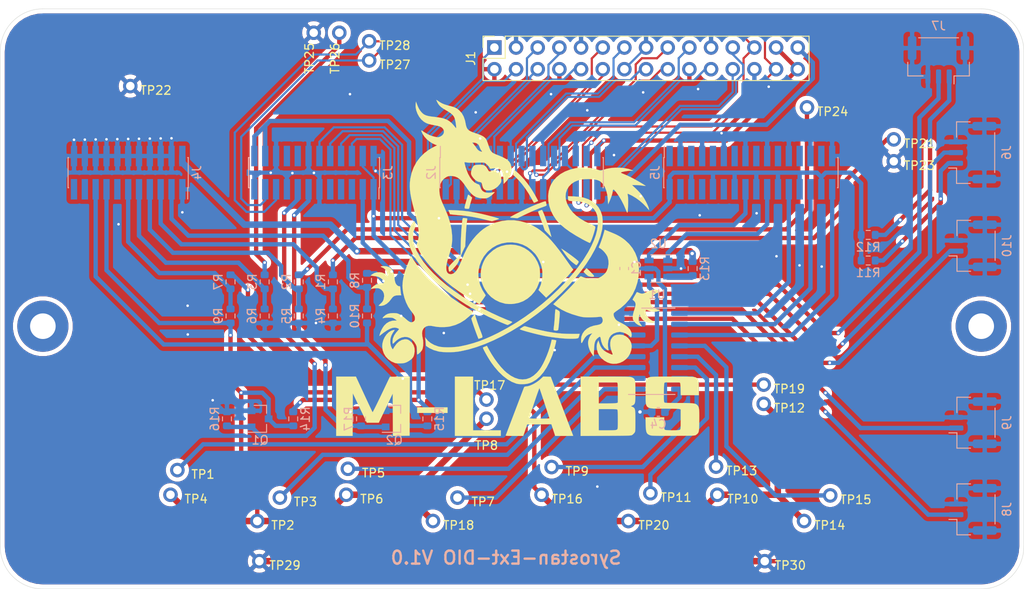
<source format=kicad_pcb>
(kicad_pcb (version 20171130) (host pcbnew "(5.1.10)-1")

  (general
    (thickness 1.6)
    (drawings 110)
    (tracks 718)
    (zones 0)
    (modules 66)
    (nets 81)
  )

  (page A4)
  (layers
    (0 F.Cu signal)
    (31 B.Cu signal)
    (32 B.Adhes user)
    (33 F.Adhes user)
    (34 B.Paste user)
    (35 F.Paste user)
    (36 B.SilkS user)
    (37 F.SilkS user)
    (38 B.Mask user)
    (39 F.Mask user)
    (40 Dwgs.User user hide)
    (41 Cmts.User user)
    (42 Eco1.User user)
    (43 Eco2.User user)
    (44 Edge.Cuts user)
    (45 Margin user)
    (46 B.CrtYd user)
    (47 F.CrtYd user)
    (48 B.Fab user)
    (49 F.Fab user)
  )

  (setup
    (last_trace_width 0.254)
    (user_trace_width 0.127)
    (user_trace_width 0.254)
    (user_trace_width 0.508)
    (user_trace_width 0.762)
    (user_trace_width 1.27)
    (trace_clearance 0.127)
    (zone_clearance 0.508)
    (zone_45_only no)
    (trace_min 0.127)
    (via_size 0.8)
    (via_drill 0.4)
    (via_min_size 0.4)
    (via_min_drill 0.3)
    (user_via 0.5 0.3)
    (uvia_size 0.3)
    (uvia_drill 0.1)
    (uvias_allowed no)
    (uvia_min_size 0.2)
    (uvia_min_drill 0.1)
    (edge_width 0.05)
    (segment_width 0.2)
    (pcb_text_width 0.3)
    (pcb_text_size 1.5 1.5)
    (mod_edge_width 0.12)
    (mod_text_size 1 1)
    (mod_text_width 0.15)
    (pad_size 1.524 1.524)
    (pad_drill 0.762)
    (pad_to_mask_clearance 0)
    (aux_axis_origin 0 0)
    (grid_origin 100 104.199969)
    (visible_elements 7FFFFFFF)
    (pcbplotparams
      (layerselection 0x010fc_ffffffff)
      (usegerberextensions false)
      (usegerberattributes true)
      (usegerberadvancedattributes true)
      (creategerberjobfile true)
      (excludeedgelayer true)
      (linewidth 0.100000)
      (plotframeref false)
      (viasonmask false)
      (mode 1)
      (useauxorigin false)
      (hpglpennumber 1)
      (hpglpenspeed 20)
      (hpglpendiameter 15.000000)
      (psnegative false)
      (psa4output false)
      (plotreference true)
      (plotvalue true)
      (plotinvisibletext false)
      (padsonsilk false)
      (subtractmaskfromsilk false)
      (outputformat 1)
      (mirror false)
      (drillshape 0)
      (scaleselection 1)
      (outputdirectory "FabricationOutput/"))
  )

  (net 0 "")
  (net 1 /+3V3MP)
  (net 2 +12V)
  (net 3 /IIC_SCL)
  (net 4 /IIC_SDA)
  (net 5 GND)
  (net 6 /LVDS7_N)
  (net 7 /LVDS7_P)
  (net 8 /LVDS6_N)
  (net 9 /LVDS6_P)
  (net 10 /LVDS5_N)
  (net 11 /LVDS5_P)
  (net 12 /LVDS4_N)
  (net 13 /LVDS4_P)
  (net 14 /LVDS3_N)
  (net 15 /LVDS3_P)
  (net 16 /LVDS2_N)
  (net 17 /LVDS2_P)
  (net 18 /LVDS1_N)
  (net 19 /LVDS1_P)
  (net 20 /LVDS0_N)
  (net 21 /LVDS0_P)
  (net 22 +5V)
  (net 23 +3V3)
  (net 24 /DAC1)
  (net 25 /DAC0)
  (net 26 /ADC2)
  (net 27 /ADC3)
  (net 28 /ADC4)
  (net 29 /ADC5)
  (net 30 /ADC6)
  (net 31 /ADC7)
  (net 32 /HSADC)
  (net 33 /TP_12V)
  (net 34 /TP_3V3)
  (net 35 /TP_3V3MP)
  (net 36 /MCU_IO3)
  (net 37 /MCU_IO2)
  (net 38 /MCU_IO1)
  (net 39 /MCU_IO0)
  (net 40 /TP_5V_1)
  (net 41 /TP_5V_2)
  (net 42 GND1)
  (net 43 GND2)
  (net 44 /MCU_IO4)
  (net 45 /MCU_IO11)
  (net 46 /MCU_IO10)
  (net 47 /MCU_IO5)
  (net 48 /MCU_IO9)
  (net 49 /MCU_IO8)
  (net 50 /MCU_IO7)
  (net 51 /MCU_IO6)
  (net 52 /TP_IO1)
  (net 53 /TP_IO2)
  (net 54 /TP_IO3)
  (net 55 /TP_IO4)
  (net 56 /TP_IO5)
  (net 57 /TP_IO6)
  (net 58 /TP_IO7)
  (net 59 /TP_IO8)
  (net 60 "Net-(U1-Pad6)")
  (net 61 /IO_MUX)
  (net 62 "Net-(J6-Pad1)")
  (net 63 "Net-(J7-Pad1)")
  (net 64 /FPGA_IO15)
  (net 65 /FPGA_IO14)
  (net 66 /FPGA_IO13)
  (net 67 /FPGA_IO12)
  (net 68 /FPGA_IO11)
  (net 69 /FPGA_IO10)
  (net 70 /FPGA_IO9)
  (net 71 /FPGA_IO8)
  (net 72 /FPGA_IO7)
  (net 73 /FPGA_IO6)
  (net 74 /FPGA_IO5)
  (net 75 /FPGA_IO4)
  (net 76 /FPGA_IO3)
  (net 77 /FPGA_IO2)
  (net 78 /FPGA_IO1)
  (net 79 /FPGA_IO0)
  (net 80 "Net-(R13-Pad1)")

  (net_class Default "This is the default net class."
    (clearance 0.127)
    (trace_width 0.254)
    (via_dia 0.8)
    (via_drill 0.4)
    (uvia_dia 0.3)
    (uvia_drill 0.1)
    (diff_pair_width 0.254)
    (diff_pair_gap 0.127)
    (add_net +12V)
    (add_net +3V3)
    (add_net +5V)
    (add_net /+3V3MP)
    (add_net /ADC2)
    (add_net /ADC3)
    (add_net /ADC4)
    (add_net /ADC5)
    (add_net /ADC6)
    (add_net /ADC7)
    (add_net /DAC0)
    (add_net /DAC1)
    (add_net /FPGA_IO0)
    (add_net /FPGA_IO1)
    (add_net /FPGA_IO10)
    (add_net /FPGA_IO11)
    (add_net /FPGA_IO12)
    (add_net /FPGA_IO13)
    (add_net /FPGA_IO14)
    (add_net /FPGA_IO15)
    (add_net /FPGA_IO2)
    (add_net /FPGA_IO3)
    (add_net /FPGA_IO4)
    (add_net /FPGA_IO5)
    (add_net /FPGA_IO6)
    (add_net /FPGA_IO7)
    (add_net /FPGA_IO8)
    (add_net /FPGA_IO9)
    (add_net /HSADC)
    (add_net /IIC_SCL)
    (add_net /IIC_SDA)
    (add_net /IO_MUX)
    (add_net /LVDS0_N)
    (add_net /LVDS0_P)
    (add_net /LVDS1_N)
    (add_net /LVDS1_P)
    (add_net /LVDS2_N)
    (add_net /LVDS2_P)
    (add_net /LVDS3_N)
    (add_net /LVDS3_P)
    (add_net /LVDS4_N)
    (add_net /LVDS4_P)
    (add_net /LVDS5_N)
    (add_net /LVDS5_P)
    (add_net /LVDS6_N)
    (add_net /LVDS6_P)
    (add_net /LVDS7_N)
    (add_net /LVDS7_P)
    (add_net /MCU_IO0)
    (add_net /MCU_IO1)
    (add_net /MCU_IO10)
    (add_net /MCU_IO11)
    (add_net /MCU_IO2)
    (add_net /MCU_IO3)
    (add_net /MCU_IO4)
    (add_net /MCU_IO5)
    (add_net /MCU_IO6)
    (add_net /MCU_IO7)
    (add_net /MCU_IO8)
    (add_net /MCU_IO9)
    (add_net /TP_12V)
    (add_net /TP_3V3)
    (add_net /TP_3V3MP)
    (add_net /TP_5V_1)
    (add_net /TP_5V_2)
    (add_net /TP_IO1)
    (add_net /TP_IO2)
    (add_net /TP_IO3)
    (add_net /TP_IO4)
    (add_net /TP_IO5)
    (add_net /TP_IO6)
    (add_net /TP_IO7)
    (add_net /TP_IO8)
    (add_net GND)
    (add_net GND1)
    (add_net GND2)
    (add_net "Net-(J6-Pad1)")
    (add_net "Net-(J7-Pad1)")
    (add_net "Net-(R13-Pad1)")
    (add_net "Net-(U1-Pad6)")
  )

  (module Syrostan-Ext-DIO:logo (layer F.Cu) (tedit 0) (tstamp 612735B1)
    (at 155.77 97.149969)
    (fp_text reference G*** (at 0 0) (layer F.SilkS) hide
      (effects (font (size 1.524 1.524) (thickness 0.3)))
    )
    (fp_text value LOGO (at 0.75 0) (layer F.SilkS) hide
      (effects (font (size 1.524 1.524) (thickness 0.3)))
    )
    (fp_poly (pts (xy -12.763148 16.420162) (xy -12.7762 19.8882) (xy -14.731042 19.91579) (xy -14.744221 17.435038)
      (xy -14.7574 14.954287) (xy -15.573965 16.659243) (xy -16.39053 18.3642) (xy -17.7963 18.3642)
      (xy -18.61365 16.643548) (xy -19.431 14.922897) (xy -19.444179 17.418248) (xy -19.457358 19.9136)
      (xy -21.3868 19.9136) (xy -21.3868 12.954) (xy -19.073542 12.954) (xy -18.113712 15.0241)
      (xy -17.914606 15.452805) (xy -17.727998 15.853231) (xy -17.558337 16.215929) (xy -17.410072 16.531448)
      (xy -17.287652 16.790342) (xy -17.195528 16.98316) (xy -17.138149 17.100454) (xy -17.120456 17.133345)
      (xy -17.09254 17.097081) (xy -17.025791 16.977786) (xy -16.924667 16.784345) (xy -16.793625 16.525641)
      (xy -16.637125 16.210559) (xy -16.459624 15.847982) (xy -16.265581 15.446796) (xy -16.08805 15.075945)
      (xy -15.089069 12.9794) (xy -13.919582 12.965762) (xy -12.750095 12.952125) (xy -12.763148 16.420162)) (layer F.SilkS) (width 0.01))
    (fp_poly (pts (xy -5.334 19.2532) (xy -2.0828 19.2532) (xy -2.0828 19.9136) (xy -7.4676 19.9136)
      (xy -7.4676 12.954) (xy -5.334 12.954) (xy -5.334 19.2532)) (layer F.SilkS) (width 0.01))
    (fp_poly (pts (xy 3.32944 12.964679) (xy 3.769189 12.9794) (xy 5.084992 16.4338) (xy 5.299626 16.997451)
      (xy 5.503376 17.532851) (xy 5.693401 18.032515) (xy 5.866861 18.488955) (xy 6.020914 18.894687)
      (xy 6.15272 19.242222) (xy 6.259437 19.524077) (xy 6.338223 19.732764) (xy 6.386239 19.860797)
      (xy 6.400797 19.9009) (xy 6.352484 19.904689) (xy 6.217487 19.908028) (xy 6.01072 19.910737)
      (xy 5.747101 19.912636) (xy 5.441544 19.913546) (xy 5.344592 19.9136) (xy 4.288385 19.9136)
      (xy 3.839109 18.540454) (xy 2.419067 18.553927) (xy 0.999024 18.5674) (xy 0.774679 19.2405)
      (xy 0.550333 19.9136) (xy -0.492269 19.9136) (xy -0.842642 19.913083) (xy -1.103766 19.910807)
      (xy -1.287989 19.905682) (xy -1.407659 19.896617) (xy -1.475125 19.882521) (xy -1.502734 19.862306)
      (xy -1.502835 19.83488) (xy -1.499194 19.8247) (xy -1.475643 19.763557) (xy -1.420004 19.617917)
      (xy -1.336266 19.398264) (xy -1.228412 19.115081) (xy -1.100428 18.778852) (xy -0.956301 18.400061)
      (xy -0.800016 17.989191) (xy -0.734954 17.8181) (xy 1.231825 17.8181) (xy 1.245171 17.838994)
      (xy 1.308958 17.855067) (xy 1.43275 17.866835) (xy 1.626111 17.874814) (xy 1.898606 17.879521)
      (xy 2.259798 17.881472) (xy 2.407564 17.8816) (xy 2.744451 17.88039) (xy 3.044762 17.876993)
      (xy 3.294501 17.871758) (xy 3.479669 17.865036) (xy 3.58627 17.857175) (xy 3.6068 17.851661)
      (xy 3.591471 17.793173) (xy 3.548388 17.652002) (xy 3.481907 17.441399) (xy 3.396383 17.174613)
      (xy 3.296172 16.864896) (xy 3.185629 16.525498) (xy 3.06911 16.16967) (xy 2.95097 15.810662)
      (xy 2.835564 15.461725) (xy 2.727248 15.136109) (xy 2.630378 14.847065) (xy 2.54931 14.607843)
      (xy 2.488397 14.431694) (xy 2.451997 14.331869) (xy 2.444086 14.314385) (xy 2.421104 14.352283)
      (xy 2.370339 14.476287) (xy 2.295554 14.675921) (xy 2.200509 14.94071) (xy 2.088963 15.260181)
      (xy 1.964679 15.623859) (xy 1.833106 16.016185) (xy 1.699467 16.418079) (xy 1.575458 16.790642)
      (xy 1.464842 17.122596) (xy 1.371382 17.402663) (xy 1.298843 17.619562) (xy 1.250988 17.762017)
      (xy 1.231825 17.8181) (xy -0.734954 17.8181) (xy -0.635559 17.556727) (xy -0.466915 17.113152)
      (xy -0.29807 16.668949) (xy -0.13301 16.234602) (xy 0.02428 15.820596) (xy 0.169813 15.437414)
      (xy 0.299605 15.095539) (xy 0.40967 14.805455) (xy 0.496021 14.577647) (xy 0.554673 14.422597)
      (xy 0.567303 14.3891) (xy 0.631997 14.234253) (xy 0.689532 14.153906) (xy 0.760749 14.124895)
      (xy 0.807229 14.1224) (xy 1.077938 14.086386) (xy 1.393821 13.985713) (xy 1.732299 13.831431)
      (xy 2.070794 13.634589) (xy 2.386725 13.406239) (xy 2.538461 13.275142) (xy 2.88969 12.949958)
      (xy 3.32944 12.964679)) (layer F.SilkS) (width 0.01))
    (fp_poly (pts (xy 10.1727 12.955115) (xy 10.79171 12.955501) (xy 11.31745 12.956319) (xy 11.758249 12.95783)
      (xy 12.122436 12.960294) (xy 12.418341 12.963972) (xy 12.654293 12.969125) (xy 12.83862 12.976012)
      (xy 12.979654 12.984895) (xy 13.085722 12.996034) (xy 13.165155 13.009689) (xy 13.226281 13.026121)
      (xy 13.27743 13.045591) (xy 13.293531 13.052723) (xy 13.407538 13.108904) (xy 13.497378 13.170184)
      (xy 13.565921 13.248714) (xy 13.616035 13.356645) (xy 13.650589 13.506126) (xy 13.672453 13.709308)
      (xy 13.684497 13.978342) (xy 13.689588 14.325377) (xy 13.6906 14.734234) (xy 13.689713 15.154922)
      (xy 13.685224 15.486393) (xy 13.674387 15.741026) (xy 13.654457 15.9312) (xy 13.622689 16.069294)
      (xy 13.57634 16.167686) (xy 13.512662 16.238757) (xy 13.428913 16.294885) (xy 13.333884 16.342962)
      (xy 13.159942 16.425909) (xy 13.349071 16.510686) (xy 13.447794 16.559112) (xy 13.525424 16.613714)
      (xy 13.584489 16.686552) (xy 13.627517 16.789686) (xy 13.657036 16.935175) (xy 13.675575 17.135078)
      (xy 13.685663 17.401456) (xy 13.689827 17.746368) (xy 13.6906 18.139693) (xy 13.690183 18.531177)
      (xy 13.688277 18.834224) (xy 13.683896 19.061995) (xy 13.676054 19.227654) (xy 13.663767 19.34436)
      (xy 13.646047 19.425277) (xy 13.62191 19.483566) (xy 13.59037 19.532388) (xy 13.585861 19.538477)
      (xy 13.464861 19.674095) (xy 13.340878 19.783461) (xy 13.30905 19.805473) (xy 13.271807 19.824215)
      (xy 13.221105 19.839995) (xy 13.148901 19.85312) (xy 13.047152 19.863899) (xy 12.907815 19.872639)
      (xy 12.722846 19.879648) (xy 12.484202 19.885234) (xy 12.18384 19.889705) (xy 11.813716 19.89337)
      (xy 11.365787 19.896535) (xy 10.83201 19.89951) (xy 10.232517 19.902466) (xy 7.2644 19.916732)
      (xy 7.2644 16.764) (xy 9.398 16.764) (xy 9.398 19.2532) (xy 10.402696 19.2532)
      (xy 10.761117 19.251908) (xy 11.031853 19.247379) (xy 11.228792 19.238629) (xy 11.365823 19.224675)
      (xy 11.456837 19.204535) (xy 11.515721 19.177225) (xy 11.520296 19.174119) (xy 11.557286 19.145119)
      (xy 11.585163 19.107918) (xy 11.605217 19.049017) (xy 11.618734 18.954912) (xy 11.627004 18.812105)
      (xy 11.631312 18.607093) (xy 11.632948 18.326376) (xy 11.6332 17.990479) (xy 11.631232 17.585116)
      (xy 11.625072 17.273933) (xy 11.614336 17.049582) (xy 11.598639 16.904714) (xy 11.577597 16.831983)
      (xy 11.57224 16.82496) (xy 11.51293 16.802172) (xy 11.381684 16.78508) (xy 11.171224 16.773287)
      (xy 10.874276 16.766395) (xy 10.48356 16.764008) (xy 10.454639 16.764) (xy 9.398 16.764)
      (xy 7.2644 16.764) (xy 7.2644 13.6144) (xy 9.398 13.6144) (xy 9.398 16.1036)
      (xy 10.385292 16.1036) (xy 10.700318 16.101108) (xy 10.98764 16.094175) (xy 11.228999 16.083608)
      (xy 11.406136 16.070217) (xy 11.500792 16.054812) (xy 11.502892 16.054057) (xy 11.6332 16.004514)
      (xy 11.6332 14.870417) (xy 11.631309 14.459997) (xy 11.625387 14.143734) (xy 11.615057 13.914252)
      (xy 11.599942 13.764173) (xy 11.579667 13.68612) (xy 11.57224 13.67536) (xy 11.51293 13.652572)
      (xy 11.381684 13.63548) (xy 11.171224 13.623687) (xy 10.874276 13.616795) (xy 10.48356 13.614408)
      (xy 10.454639 13.6144) (xy 9.398 13.6144) (xy 7.2644 13.6144) (xy 7.2644 12.954)
      (xy 10.1727 12.955115)) (layer F.SilkS) (width 0.01))
    (fp_poly (pts (xy 18.607204 12.954223) (xy 19.112831 12.955035) (xy 19.534101 12.957519) (xy 19.879638 12.962598)
      (xy 20.158063 12.971196) (xy 20.377998 12.984239) (xy 20.548064 13.002649) (xy 20.676885 13.027351)
      (xy 20.773081 13.059269) (xy 20.845275 13.099328) (xy 20.902089 13.148452) (xy 20.952145 13.207564)
      (xy 21.002188 13.275038) (xy 21.041319 13.336851) (xy 21.070028 13.41091) (xy 21.090347 13.514008)
      (xy 21.104304 13.66294) (xy 21.113929 13.8745) (xy 21.121252 14.16548) (xy 21.123445 14.278338)
      (xy 21.13949 15.1384) (xy 19.006879 15.1384) (xy 18.990339 14.425248) (xy 18.981273 14.128011)
      (xy 18.968917 13.917718) (xy 18.951485 13.779726) (xy 18.927194 13.699388) (xy 18.8976 13.664026)
      (xy 18.8186 13.646074) (xy 18.659799 13.632422) (xy 18.442903 13.623069) (xy 18.189617 13.618014)
      (xy 17.921646 13.617259) (xy 17.660696 13.620801) (xy 17.428472 13.628642) (xy 17.246679 13.64078)
      (xy 17.137023 13.657216) (xy 17.1196 13.664048) (xy 17.093261 13.696225) (xy 17.072852 13.763585)
      (xy 17.057352 13.878496) (xy 17.045746 14.053326) (xy 17.037015 14.300443) (xy 17.030141 14.632214)
      (xy 17.027865 14.778913) (xy 17.024572 15.207995) (xy 17.028505 15.542537) (xy 17.039594 15.780549)
      (xy 17.057773 15.920045) (xy 17.067752 15.949242) (xy 17.086343 15.978084) (xy 17.115055 16.001007)
      (xy 17.16472 16.018688) (xy 17.246171 16.031809) (xy 17.370241 16.041048) (xy 17.54776 16.047085)
      (xy 17.789562 16.050598) (xy 18.10648 16.052267) (xy 18.509344 16.052771) (xy 18.719086 16.0528)
      (xy 19.230317 16.053847) (xy 19.650456 16.057858) (xy 19.989999 16.066137) (xy 20.259442 16.079991)
      (xy 20.469278 16.100723) (xy 20.630003 16.129638) (xy 20.752113 16.168041) (xy 20.846102 16.217238)
      (xy 20.922467 16.278532) (xy 20.974465 16.333202) (xy 21.036967 16.413501) (xy 21.086344 16.504122)
      (xy 21.123872 16.617079) (xy 21.150826 16.764388) (xy 21.168481 16.958064) (xy 21.178111 17.210121)
      (xy 21.180993 17.532576) (xy 21.178402 17.937442) (xy 21.174806 18.220912) (xy 21.168593 18.618316)
      (xy 21.160354 18.928049) (xy 21.146824 19.164036) (xy 21.124742 19.340196) (xy 21.090842 19.470453)
      (xy 21.041861 19.568729) (xy 20.974534 19.648947) (xy 20.885599 19.725028) (xy 20.808496 19.783461)
      (xy 20.774017 19.807186) (xy 20.733708 19.827084) (xy 20.678774 19.84354) (xy 20.600419 19.856939)
      (xy 20.48985 19.867664) (xy 20.33827 19.876099) (xy 20.136884 19.882629) (xy 19.876897 19.887637)
      (xy 19.549515 19.891509) (xy 19.145941 19.894627) (xy 18.657382 19.897377) (xy 18.144635 19.899823)
      (xy 17.546466 19.902074) (xy 17.041827 19.902745) (xy 16.622659 19.901667) (xy 16.280902 19.898667)
      (xy 16.008496 19.893575) (xy 15.797381 19.886218) (xy 15.639498 19.876427) (xy 15.526787 19.864029)
      (xy 15.451188 19.848854) (xy 15.430018 19.842144) (xy 15.261603 19.771341) (xy 15.133736 19.687612)
      (xy 15.040471 19.576404) (xy 14.975863 19.423165) (xy 14.933965 19.213344) (xy 14.908831 18.932387)
      (xy 14.894515 18.565741) (xy 14.893585 18.5293) (xy 14.873754 17.7292) (xy 17.0688 17.7292)
      (xy 17.0688 18.438612) (xy 17.069883 18.722076) (xy 17.074577 18.920752) (xy 17.085048 19.051441)
      (xy 17.103463 19.130946) (xy 17.131988 19.176066) (xy 17.16706 19.200612) (xy 17.252578 19.219691)
      (xy 17.420305 19.235517) (xy 17.650871 19.246916) (xy 17.924906 19.252711) (xy 18.034 19.2532)
      (xy 18.319259 19.249788) (xy 18.568253 19.240336) (xy 18.761611 19.22602) (xy 18.879965 19.208013)
      (xy 18.900939 19.200612) (xy 18.932432 19.178519) (xy 18.956381 19.141842) (xy 18.973812 19.077815)
      (xy 18.985755 18.973673) (xy 18.993236 18.816649) (xy 18.997284 18.593977) (xy 18.998927 18.292893)
      (xy 18.9992 17.980155) (xy 18.9992 16.812285) (xy 18.868892 16.762742) (xy 18.784631 16.749908)
      (xy 18.610136 16.7385) (xy 18.356768 16.728833) (xy 18.035889 16.72122) (xy 17.658859 16.715973)
      (xy 17.237038 16.713407) (xy 17.073005 16.7132) (xy 16.54293 16.714259) (xy 16.105551 16.712216)
      (xy 15.752077 16.699238) (xy 15.473714 16.66749) (xy 15.26167 16.60914) (xy 15.107151 16.516354)
      (xy 15.001364 16.381299) (xy 14.935518 16.196141) (xy 14.900818 15.953049) (xy 14.888472 15.644187)
      (xy 14.889687 15.261723) (xy 14.895671 14.797825) (xy 14.895924 14.773709) (xy 14.900496 14.36559)
      (xy 14.905527 14.046458) (xy 14.912019 13.803702) (xy 14.920975 13.624712) (xy 14.933395 13.496876)
      (xy 14.950283 13.407583) (xy 14.972641 13.344222) (xy 15.00147 13.294182) (xy 15.015011 13.275109)
      (xy 15.066711 13.205453) (xy 15.116841 13.14668) (xy 15.174022 13.097867) (xy 15.246875 13.058089)
      (xy 15.344022 13.026422) (xy 15.474086 13.001942) (xy 15.645686 12.983724) (xy 15.867446 12.970844)
      (xy 16.147986 12.962377) (xy 16.495929 12.957399) (xy 16.919896 12.954986) (xy 17.428509 12.954214)
      (xy 18.0086 12.954157) (xy 18.607204 12.954223)) (layer F.SilkS) (width 0.01))
    (fp_poly (pts (xy -8.3312 17.2212) (xy -11.8872 17.2212) (xy -11.8872 16.5608) (xy -8.3312 16.5608)
      (xy -8.3312 17.2212)) (layer F.SilkS) (width 0.01))
    (fp_poly (pts (xy 4.131106 8.653861) (xy 4.281048 8.675774) (xy 4.383899 8.698546) (xy 4.408067 8.709134)
      (xy 4.409142 8.770008) (xy 4.384779 8.909783) (xy 4.339768 9.110361) (xy 4.278897 9.353643)
      (xy 4.206956 9.621531) (xy 4.128735 9.895926) (xy 4.049022 10.158731) (xy 3.972609 10.391847)
      (xy 3.934394 10.499038) (xy 3.625624 11.24172) (xy 3.282915 11.896227) (xy 2.907738 12.46077)
      (xy 2.501564 12.933559) (xy 2.065864 13.312804) (xy 1.60211 13.596715) (xy 1.276428 13.732711)
      (xy 0.977977 13.805782) (xy 0.627837 13.845707) (xy 0.265118 13.851387) (xy -0.07107 13.82172)
      (xy -0.2794 13.776476) (xy -0.802341 13.570332) (xy -1.324557 13.266105) (xy -1.841922 12.867256)
      (xy -2.350311 12.377246) (xy -2.845597 11.799534) (xy -3.187324 11.337602) (xy -3.335428 11.116782)
      (xy -3.493168 10.867) (xy -3.652312 10.603044) (xy -3.80463 10.3397) (xy -3.94189 10.091757)
      (xy -4.055861 9.874001) (xy -4.138311 9.70122) (xy -4.181008 9.588201) (xy -4.181691 9.55127)
      (xy -4.11184 9.511852) (xy -3.98524 9.455755) (xy -3.927907 9.432893) (xy -3.715613 9.350908)
      (xy -3.477153 9.793554) (xy -3.159926 10.342782) (xy -2.809487 10.879302) (xy -2.439218 11.385633)
      (xy -2.062498 11.844295) (xy -1.69271 12.237808) (xy -1.408728 12.495734) (xy -0.927134 12.847129)
      (xy -0.452694 13.098032) (xy 0.012707 13.248606) (xy 0.467186 13.299012) (xy 0.908857 13.249411)
      (xy 1.335836 13.099965) (xy 1.74624 12.850837) (xy 2.138182 12.502187) (xy 2.425758 12.1666)
      (xy 2.646673 11.841658) (xy 2.874549 11.437206) (xy 3.100473 10.974086) (xy 3.315535 10.473138)
      (xy 3.510822 9.955205) (xy 3.677422 9.441129) (xy 3.806423 8.951751) (xy 3.813106 8.922139)
      (xy 3.879635 8.624078) (xy 4.131106 8.653861)) (layer F.SilkS) (width 0.01))
    (fp_poly (pts (xy 12.212343 8.074823) (xy 12.533807 8.207021) (xy 12.812559 8.412223) (xy 13.034967 8.676934)
      (xy 13.187401 8.987659) (xy 13.256228 9.330904) (xy 13.2588 9.412155) (xy 13.211558 9.844195)
      (xy 13.077287 10.243862) (xy 12.867167 10.602165) (xy 12.592376 10.910113) (xy 12.264096 11.158713)
      (xy 11.893506 11.338975) (xy 11.491786 11.441907) (xy 11.070116 11.458518) (xy 10.7696 11.414092)
      (xy 10.392115 11.282983) (xy 10.034857 11.074761) (xy 9.718293 10.806627) (xy 9.462887 10.495784)
      (xy 9.294727 10.174456) (xy 9.187558 9.800741) (xy 9.152041 9.443059) (xy 9.189053 9.122244)
      (xy 9.243701 8.962156) (xy 9.355815 8.7122) (xy 9.44686 9.001877) (xy 9.590326 9.373735)
      (xy 9.770149 9.666703) (xy 10.004932 9.901926) (xy 10.313279 10.100551) (xy 10.4902 10.187871)
      (xy 10.735741 10.300397) (xy 10.898879 10.368301) (xy 10.990454 10.387317) (xy 11.021306 10.353176)
      (xy 11.002275 10.26161) (xy 10.944199 10.108351) (xy 10.909991 10.022593) (xy 10.80222 9.67551)
      (xy 10.746525 9.323094) (xy 10.743873 8.990392) (xy 10.795236 8.702452) (xy 10.85334 8.5598)
      (xy 11.018151 8.321824) (xy 11.224819 8.159314) (xy 11.488107 8.064503) (xy 11.822776 8.029623)
      (xy 11.8618 8.029126) (xy 12.212343 8.074823)) (layer F.SilkS) (width 0.01))
    (fp_poly (pts (xy -14.538477 7.491789) (xy -14.551817 7.542355) (xy -14.613161 7.642442) (xy -14.651865 7.695555)
      (xy -14.752685 7.847543) (xy -14.860404 8.039431) (xy -14.91571 8.152035) (xy -15.007832 8.439255)
      (xy -15.046372 8.759362) (xy -15.032909 9.082692) (xy -14.969021 9.379577) (xy -14.856287 9.620352)
      (xy -14.836091 9.648698) (xy -14.747211 9.766529) (xy -14.561612 9.461001) (xy -14.305473 9.110437)
      (xy -14.017658 8.845389) (xy -13.705186 8.670635) (xy -13.375073 8.590956) (xy -13.277242 8.586315)
      (xy -13.092111 8.599468) (xy -12.935439 8.652025) (xy -12.770722 8.7503) (xy -12.497075 8.990991)
      (xy -12.307814 9.285653) (xy -12.20483 9.628944) (xy -12.19002 10.015522) (xy -12.227487 10.282189)
      (xy -12.27858 10.493713) (xy -12.340993 10.644845) (xy -12.434863 10.776408) (xy -12.513247 10.861476)
      (xy -12.676036 11.001625) (xy -12.883491 11.143478) (xy -13.053452 11.237407) (xy -13.241151 11.319369)
      (xy -13.410731 11.369898) (xy -13.602847 11.398013) (xy -13.840852 11.412082) (xy -14.15307 11.412202)
      (xy -14.398272 11.387569) (xy -14.5034 11.362021) (xy -14.927363 11.172841) (xy -15.290083 10.913904)
      (xy -15.584589 10.596191) (xy -15.80391 10.230684) (xy -15.941075 9.828365) (xy -15.989113 9.400216)
      (xy -15.961778 9.064624) (xy -15.86138 8.683204) (xy -15.697559 8.328552) (xy -15.482892 8.017467)
      (xy -15.229959 7.766749) (xy -14.951338 7.593198) (xy -14.824593 7.545831) (xy -14.674754 7.506587)
      (xy -14.569112 7.488724) (xy -14.538477 7.491789)) (layer F.SilkS) (width 0.01))
    (fp_poly (pts (xy 10.756967 -3.987582) (xy 11.19641 -3.803601) (xy 11.561077 -3.632595) (xy 11.874446 -3.46169)
      (xy 12.159997 -3.278011) (xy 12.44121 -3.068685) (xy 12.460153 -3.053682) (xy 12.946265 -2.604724)
      (xy 13.3512 -2.09775) (xy 13.672649 -1.538796) (xy 13.908301 -0.933898) (xy 14.055844 -0.289092)
      (xy 14.112969 0.389585) (xy 14.077365 1.096097) (xy 14.070492 1.153237) (xy 13.927852 1.915501)
      (xy 13.698418 2.629554) (xy 13.384611 3.291409) (xy 12.988852 3.897079) (xy 12.513561 4.442575)
      (xy 11.961162 4.923909) (xy 11.646404 5.146106) (xy 11.452767 5.279788) (xy 11.291976 5.403313)
      (xy 11.183137 5.501222) (xy 11.146278 5.550814) (xy 11.135031 5.734851) (xy 11.195885 5.953496)
      (xy 11.320825 6.178873) (xy 11.330957 6.193068) (xy 11.420629 6.299492) (xy 11.534892 6.395376)
      (xy 11.694516 6.494754) (xy 11.920267 6.611659) (xy 12.026305 6.662926) (xy 12.470359 6.906989)
      (xy 12.815778 7.167735) (xy 13.062086 7.444625) (xy 13.208805 7.737118) (xy 13.255461 8.044672)
      (xy 13.255229 8.057693) (xy 13.239961 8.200162) (xy 13.215302 8.296414) (xy 13.183592 8.354758)
      (xy 13.141322 8.34223) (xy 13.079172 8.277801) (xy 12.856346 8.084605) (xy 12.573313 7.917656)
      (xy 12.265696 7.793253) (xy 11.969116 7.727696) (xy 11.86365 7.7216) (xy 11.721047 7.734657)
      (xy 11.536434 7.76784) (xy 11.442299 7.790039) (xy 11.09987 7.922932) (xy 10.831824 8.124819)
      (xy 10.637944 8.395986) (xy 10.518014 8.736719) (xy 10.474725 9.06775) (xy 10.471339 9.291926)
      (xy 10.482291 9.504252) (xy 10.505232 9.662468) (xy 10.508488 9.675123) (xy 10.537917 9.805244)
      (xy 10.544411 9.887572) (xy 10.540655 9.897877) (xy 10.48905 9.885903) (xy 10.383323 9.829721)
      (xy 10.313041 9.785454) (xy 10.041177 9.545111) (xy 9.832282 9.22707) (xy 9.688254 8.834832)
      (xy 9.627546 8.5217) (xy 9.593747 8.363007) (xy 9.538664 8.292289) (xy 9.449329 8.306824)
      (xy 9.31277 8.403891) (xy 9.264294 8.4455) (xy 9.126976 8.58194) (xy 9.023795 8.728819)
      (xy 8.94932 8.903897) (xy 8.898123 9.124931) (xy 8.864773 9.409678) (xy 8.843843 9.775899)
      (xy 8.841871 9.82715) (xy 8.8138 10.5865) (xy 8.671286 10.416808) (xy 8.480939 10.140737)
      (xy 8.323071 9.816467) (xy 8.208052 9.474316) (xy 8.146253 9.144598) (xy 8.145233 8.879002)
      (xy 8.206525 8.601436) (xy 8.315824 8.325325) (xy 8.455257 8.091917) (xy 8.519312 8.015699)
      (xy 8.651177 7.877999) (xy 8.453088 7.931735) (xy 8.188508 8.031256) (xy 7.967471 8.181712)
      (xy 7.774028 8.398309) (xy 7.592234 8.696253) (xy 7.536717 8.805538) (xy 7.450494 8.962674)
      (xy 7.388254 9.028078) (xy 7.34706 8.999494) (xy 7.323978 8.874666) (xy 7.316071 8.651339)
      (xy 7.316017 8.636) (xy 7.363125 8.253897) (xy 7.500895 7.904241) (xy 7.721349 7.595138)
      (xy 8.016508 7.334696) (xy 8.378394 7.131022) (xy 8.799027 6.992223) (xy 8.9662 6.959221)
      (xy 9.251031 6.907449) (xy 9.455451 6.856208) (xy 9.600344 6.798144) (xy 9.706593 6.725902)
      (xy 9.751209 6.682744) (xy 9.842518 6.517479) (xy 9.862319 6.316171) (xy 9.808966 6.116548)
      (xy 9.77829 6.062386) (xy 9.73315 5.998918) (xy 9.684276 5.96211) (xy 9.607933 5.948002)
      (xy 9.480381 5.952632) (xy 9.277884 5.97204) (xy 9.25251 5.97465) (xy 9.017186 5.992791)
      (xy 8.722042 6.006722) (xy 8.408822 6.014834) (xy 8.1788 6.016085) (xy 7.875851 6.010549)
      (xy 7.633348 5.994309) (xy 7.410266 5.961837) (xy 7.165581 5.9076) (xy 6.944667 5.849708)
      (xy 6.229879 5.631863) (xy 5.597832 5.386971) (xy 5.031563 5.107504) (xy 4.514106 4.785936)
      (xy 4.457217 4.746098) (xy 4.063035 4.466797) (xy 5.126173 3.425151) (xy 5.431817 3.122128)
      (xy 5.743501 2.806721) (xy 6.045022 2.49579) (xy 6.320175 2.206192) (xy 6.552754 1.954787)
      (xy 6.712565 1.77478) (xy 6.931074 1.525667) (xy 7.094975 1.351185) (xy 7.210965 1.244944)
      (xy 7.285736 1.200552) (xy 7.313609 1.200951) (xy 7.678052 1.347982) (xy 8.007103 1.439799)
      (xy 8.343626 1.485983) (xy 8.636 1.496479) (xy 8.889462 1.494583) (xy 9.071968 1.483308)
      (xy 9.214063 1.457709) (xy 9.346295 1.412839) (xy 9.457697 1.36341) (xy 9.719163 1.2125)
      (xy 9.968481 1.018402) (xy 10.17712 0.806291) (xy 10.312789 0.608836) (xy 10.467559 0.209303)
      (xy 10.541839 -0.210728) (xy 10.534577 -0.628122) (xy 10.444718 -1.019741) (xy 10.392795 -1.148109)
      (xy 10.263498 -1.371426) (xy 10.082945 -1.607392) (xy 9.877711 -1.826306) (xy 9.674372 -1.998466)
      (xy 9.5762 -2.060737) (xy 9.463586 -2.12884) (xy 9.40195 -2.180614) (xy 9.398 -2.189632)
      (xy 9.416911 -2.250508) (xy 9.465874 -2.374212) (xy 9.517621 -2.495579) (xy 9.603604 -2.709659)
      (xy 9.704805 -2.988894) (xy 9.810216 -3.300287) (xy 9.908826 -3.610837) (xy 9.989627 -3.887544)
      (xy 10.018177 -3.995948) (xy 10.0838 -4.258095) (xy 10.756967 -3.987582)) (layer F.SilkS) (width 0.01))
    (fp_poly (pts (xy -12.345584 -0.768928) (xy -11.859264 -0.046305) (xy -11.276437 0.681379) (xy -10.601773 1.40991)
      (xy -9.83994 2.135072) (xy -8.995608 2.85265) (xy -8.073446 3.558429) (xy -7.078122 4.248194)
      (xy -6.111623 4.859081) (xy -5.858411 5.01573) (xy -5.639445 5.157711) (xy -5.468122 5.275793)
      (xy -5.357841 5.360749) (xy -5.321917 5.403041) (xy -5.362224 5.459587) (xy -5.461414 5.568812)
      (xy -5.603935 5.714247) (xy -5.750895 5.857247) (xy -6.280496 6.303184) (xy -6.836162 6.653685)
      (xy -7.42661 6.913419) (xy -8.036959 7.082265) (xy -8.380818 7.132608) (xy -8.773003 7.157209)
      (xy -9.177027 7.156186) (xy -9.556405 7.129657) (xy -9.874652 7.077738) (xy -9.8806 7.076332)
      (xy -10.257263 7.008557) (xy -10.565157 7.004692) (xy -10.816493 7.067289) (xy -11.02348 7.198897)
      (xy -11.155637 7.342688) (xy -11.275929 7.576352) (xy -11.319955 7.865175) (xy -11.288239 8.214703)
      (xy -11.253275 8.377615) (xy -11.199076 8.688437) (xy -11.178603 9.018509) (xy -11.190764 9.338609)
      (xy -11.23447 9.619513) (xy -11.307474 9.8298) (xy -11.389065 9.948384) (xy -11.510443 10.083883)
      (xy -11.646979 10.213292) (xy -11.774037 10.313608) (xy -11.866987 10.361826) (xy -11.878629 10.3632)
      (xy -11.893922 10.316238) (xy -11.905665 10.19068) (xy -11.912091 10.00951) (xy -11.91278 9.9187)
      (xy -11.918035 9.675873) (xy -11.938625 9.496365) (xy -11.981436 9.342247) (xy -12.044236 9.1948)
      (xy -12.242732 8.876752) (xy -12.508819 8.601063) (xy -12.7762 8.417871) (xy -13.063314 8.319695)
      (xy -13.384106 8.306707) (xy -13.718601 8.377817) (xy -13.96048 8.482483) (xy -14.165852 8.611753)
      (xy -14.370528 8.772057) (xy -14.499971 8.896915) (xy -14.61628 9.016725) (xy -14.70697 9.092614)
      (xy -14.750791 9.108276) (xy -14.769615 9.042555) (xy -14.781123 8.911989) (xy -14.7828 8.832638)
      (xy -14.733286 8.479015) (xy -14.588667 8.127668) (xy -14.354832 7.791979) (xy -14.295893 7.725753)
      (xy -14.167225 7.583268) (xy -14.070746 7.46975) (xy -14.023123 7.405017) (xy -14.0208 7.398614)
      (xy -14.065893 7.344391) (xy -14.18 7.288488) (xy -14.331361 7.242171) (xy -14.488218 7.216705)
      (xy -14.538978 7.214805) (xy -14.798604 7.250932) (xy -15.093212 7.358724) (xy -15.4288 7.541345)
      (xy -15.811369 7.801957) (xy -16.148281 8.063057) (xy -16.319962 8.201971) (xy -16.283778 8.025285)
      (xy -16.209387 7.783383) (xy -16.084882 7.503678) (xy -15.928847 7.223224) (xy -15.759863 6.979077)
      (xy -15.757864 6.976559) (xy -15.489395 6.713414) (xy -15.16829 6.521499) (xy -14.81727 6.412122)
      (xy -14.580463 6.390639) (xy -14.268833 6.39064) (xy -14.436917 6.264335) (xy -14.578714 6.168806)
      (xy -14.712107 6.095728) (xy -14.732 6.087152) (xy -14.862731 6.05912) (xy -15.060035 6.043884)
      (xy -15.289708 6.041318) (xy -15.517549 6.0513) (xy -15.709355 6.073704) (xy -15.7861 6.090981)
      (xy -15.905859 6.115156) (xy -15.942767 6.090183) (xy -15.89692 6.012552) (xy -15.791247 5.900871)
      (xy -15.562556 5.714281) (xy -15.314878 5.593845) (xy -15.022326 5.530334) (xy -14.7066 5.514204)
      (xy -14.469148 5.518588) (xy -14.296584 5.535978) (xy -14.152373 5.573448) (xy -13.999976 5.63807)
      (xy -13.95579 5.659558) (xy -13.790237 5.757692) (xy -13.583986 5.90362) (xy -13.368869 6.073991)
      (xy -13.24889 6.178136) (xy -13.008882 6.38324) (xy -12.816924 6.515745) (xy -12.65704 6.581938)
      (xy -12.513253 6.588108) (xy -12.369586 6.54054) (xy -12.351308 6.531371) (xy -12.212131 6.414925)
      (xy -12.149177 6.243588) (xy -12.158363 6.009921) (xy -12.187788 5.894744) (xy -12.245558 5.768464)
      (xy -12.342022 5.61418) (xy -12.487532 5.414995) (xy -12.650154 5.207) (xy -12.939646 4.776435)
      (xy -13.187632 4.274075) (xy -13.386177 3.724018) (xy -13.527342 3.150364) (xy -13.603191 2.577212)
      (xy -13.614196 2.279954) (xy -13.592635 1.909639) (xy -13.531669 1.483955) (xy -13.437481 1.038333)
      (xy -13.33011 0.651716) (xy -13.255307 0.429461) (xy -13.155638 0.155734) (xy -13.041405 -0.143345)
      (xy -12.922914 -0.441655) (xy -12.810469 -0.713076) (xy -12.714374 -0.931488) (xy -12.665863 -1.03207)
      (xy -12.592306 -1.17514) (xy -12.345584 -0.768928)) (layer F.SilkS) (width 0.01))
    (fp_poly (pts (xy 6.4897 -8.164231) (xy 6.954958 -8.132481) (xy 7.352166 -8.080589) (xy 7.5946 -8.029731)
      (xy 8.152806 -7.84245) (xy 8.635259 -7.588611) (xy 9.041049 -7.26907) (xy 9.369267 -6.884687)
      (xy 9.619003 -6.436319) (xy 9.777901 -5.971027) (xy 9.824223 -5.702517) (xy 9.8486 -5.368039)
      (xy 9.851057 -5.000821) (xy 9.831621 -4.63409) (xy 9.790316 -4.301075) (xy 9.776571 -4.226959)
      (xy 9.584649 -3.487587) (xy 9.301487 -2.71748) (xy 8.930875 -1.921847) (xy 8.476602 -1.105896)
      (xy 7.942459 -0.274836) (xy 7.332236 0.566125) (xy 6.649721 1.411779) (xy 5.898705 2.256917)
      (xy 5.082978 3.09633) (xy 4.206329 3.92481) (xy 3.272548 4.737148) (xy 3.2258 4.776106)
      (xy 2.231198 5.567919) (xy 1.212687 6.310559) (xy 0.178369 6.9999) (xy -0.863654 7.631819)
      (xy -1.905279 8.202193) (xy -2.938406 8.706897) (xy -3.954932 9.141807) (xy -4.946754 9.5028)
      (xy -5.905772 9.785751) (xy -6.823883 9.986537) (xy -7.098966 10.031458) (xy -7.515721 10.077869)
      (xy -7.969707 10.101378) (xy -8.430319 10.102272) (xy -8.866952 10.080834) (xy -9.248999 10.037351)
      (xy -9.398 10.010021) (xy -9.949448 9.852683) (xy -10.431747 9.63174) (xy -10.633624 9.505776)
      (xy -10.856136 9.352684) (xy -10.889831 8.956242) (xy -10.909906 8.748022) (xy -10.931748 8.564863)
      (xy -10.95103 8.44253) (xy -10.953161 8.4328) (xy -10.968031 8.356543) (xy -10.952289 8.357913)
      (xy -10.895024 8.440901) (xy -10.883761 8.4582) (xy -10.62988 8.762556) (xy -10.293843 9.030195)
      (xy -9.891582 9.25089) (xy -9.439026 9.414412) (xy -9.36304 9.434579) (xy -9.077405 9.485097)
      (xy -8.717506 9.515613) (xy -8.308629 9.526432) (xy -7.876062 9.517853) (xy -7.445089 9.49018)
      (xy -7.040999 9.443715) (xy -6.8072 9.404063) (xy -6.050651 9.237662) (xy -5.325198 9.040007)
      (xy -4.608944 8.803326) (xy -3.879988 8.519842) (xy -3.116432 8.181782) (xy -2.4384 7.853013)
      (xy -1.35396 7.274457) (xy -0.281631 6.634402) (xy 0.771197 5.939728) (xy 1.797133 5.197314)
      (xy 2.788788 4.414037) (xy 3.738771 3.596777) (xy 4.639692 2.752414) (xy 5.484161 1.887825)
      (xy 6.264788 1.009889) (xy 6.974183 0.125486) (xy 7.604955 -0.758506) (xy 8.149716 -1.635208)
      (xy 8.536038 -2.3622) (xy 8.837561 -3.033753) (xy 9.060631 -3.655614) (xy 9.208272 -4.238786)
      (xy 9.283513 -4.794267) (xy 9.295158 -5.121422) (xy 9.270907 -5.589826) (xy 9.196161 -5.984817)
      (xy 9.064055 -6.324734) (xy 8.867727 -6.627918) (xy 8.638072 -6.877288) (xy 8.353349 -7.114246)
      (xy 8.044801 -7.298062) (xy 7.696151 -7.434323) (xy 7.291125 -7.528615) (xy 6.813446 -7.586526)
      (xy 6.519078 -7.604659) (xy 6.234856 -7.618269) (xy 6.036567 -7.634995) (xy 5.908707 -7.663716)
      (xy 5.835775 -7.713315) (xy 5.802265 -7.792673) (xy 5.792676 -7.910671) (xy 5.791893 -8.021239)
      (xy 5.7912 -8.193877) (xy 6.4897 -8.164231)) (layer F.SilkS) (width 0.01))
    (fp_poly (pts (xy -4.947527 6.237964) (xy -4.852582 6.529916) (xy -4.735456 6.87136) (xy -4.611803 7.217498)
      (xy -4.509023 7.493) (xy -4.391466 7.799321) (xy -4.307832 8.024329) (xy -4.257241 8.182165)
      (xy -4.238813 8.286968) (xy -4.251668 8.352879) (xy -4.294926 8.394038) (xy -4.367706 8.424586)
      (xy -4.449347 8.451822) (xy -4.589387 8.498947) (xy -4.681566 8.528844) (xy -4.701338 8.5344)
      (xy -4.722265 8.490209) (xy -4.771116 8.37093) (xy -4.839861 8.1965) (xy -4.8961 8.050746)
      (xy -5.000133 7.773321) (xy -5.108681 7.474122) (xy -5.216072 7.169884) (xy -5.316636 6.877342)
      (xy -5.404702 6.613231) (xy -5.474599 6.394284) (xy -5.520655 6.237236) (xy -5.5372 6.158918)
      (xy -5.504662 6.081879) (xy -5.42056 5.962691) (xy -5.335041 5.862645) (xy -5.132882 5.643328)
      (xy -4.947527 6.237964)) (layer F.SilkS) (width 0.01))
    (fp_poly (pts (xy 0.860362 7.077776) (xy 0.911034 7.093465) (xy 1.175638 7.170676) (xy 1.513885 7.261017)
      (xy 1.899685 7.358228) (xy 2.306949 7.456044) (xy 2.709589 7.548205) (xy 3.081516 7.628448)
      (xy 3.396639 7.690509) (xy 3.4036 7.69178) (xy 3.994641 7.79198) (xy 4.52686 7.864257)
      (xy 5.038056 7.912099) (xy 5.566029 7.938998) (xy 6.148578 7.948442) (xy 6.184902 7.948527)
      (xy 6.487363 7.949045) (xy 6.75157 7.949497) (xy 6.962071 7.949858) (xy 7.103411 7.9501)
      (xy 7.160136 7.950199) (xy 7.16056 7.9502) (xy 7.147646 7.994529) (xy 7.11695 8.108219)
      (xy 7.091555 8.2042) (xy 7.047434 8.354055) (xy 6.998072 8.433787) (xy 6.914622 8.472091)
      (xy 6.801697 8.492534) (xy 6.628144 8.508791) (xy 6.381566 8.518198) (xy 6.090316 8.520618)
      (xy 5.782747 8.515915) (xy 5.487213 8.50395) (xy 5.4102 8.499261) (xy 5.094043 8.473304)
      (xy 4.718 8.434577) (xy 4.31333 8.386992) (xy 3.91129 8.334459) (xy 3.54314 8.280892)
      (xy 3.240138 8.230201) (xy 3.2004 8.222735) (xy 2.884138 8.158482) (xy 2.535304 8.081345)
      (xy 2.167271 7.994909) (xy 1.793416 7.902755) (xy 1.427114 7.808467) (xy 1.081741 7.715628)
      (xy 0.770672 7.62782) (xy 0.507282 7.548627) (xy 0.304948 7.481631) (xy 0.177045 7.430416)
      (xy 0.136877 7.4021) (xy 0.171223 7.360238) (xy 0.270637 7.283355) (xy 0.403034 7.194923)
      (xy 0.555268 7.10183) (xy 0.658069 7.0561) (xy 0.747685 7.050495) (xy 0.860362 7.077776)) (layer F.SilkS) (width 0.01))
    (fp_poly (pts (xy 4.504647 5.116557) (xy 4.589772 5.165173) (xy 4.726704 5.253701) (xy 4.796906 5.327893)
      (xy 4.822531 5.422627) (xy 4.825824 5.53683) (xy 4.820923 5.670737) (xy 4.807669 5.873635)
      (xy 4.788019 6.124654) (xy 4.763932 6.402923) (xy 4.737368 6.687574) (xy 4.710284 6.957737)
      (xy 4.68464 7.192541) (xy 4.662393 7.371118) (xy 4.645504 7.472598) (xy 4.643425 7.4803)
      (xy 4.577193 7.538191) (xy 4.443037 7.56527) (xy 4.270879 7.558073) (xy 4.162199 7.535973)
      (xy 4.126734 7.516118) (xy 4.108852 7.467849) (xy 4.108015 7.372203) (xy 4.123685 7.210215)
      (xy 4.147608 7.021165) (xy 4.176 6.770869) (xy 4.204532 6.459657) (xy 4.229787 6.128154)
      (xy 4.247575 5.832593) (xy 4.262858 5.573965) (xy 4.280354 5.350214) (xy 4.298148 5.181781)
      (xy 4.314328 5.089107) (xy 4.318038 5.079937) (xy 4.378445 5.064972) (xy 4.504647 5.116557)) (layer F.SilkS) (width 0.01))
    (fp_poly (pts (xy 16.177822 2.789959) (xy 16.354473 2.843301) (xy 16.508544 2.911789) (xy 16.558907 2.943713)
      (xy 16.684014 3.039341) (xy 16.482707 3.075859) (xy 16.143486 3.185492) (xy 15.858277 3.375602)
      (xy 15.63847 3.635248) (xy 15.495453 3.95349) (xy 15.471696 4.047049) (xy 15.464363 4.30476)
      (xy 15.547995 4.548104) (xy 15.71201 4.765891) (xy 15.945822 4.946934) (xy 16.238848 5.080043)
      (xy 16.51 5.144684) (xy 16.580256 5.16011) (xy 16.579207 5.18379) (xy 16.49799 5.229106)
      (xy 16.4338 5.25971) (xy 16.164774 5.339423) (xy 15.850422 5.358651) (xy 15.526204 5.318513)
      (xy 15.231005 5.221709) (xy 15.056633 5.148613) (xy 14.952988 5.13404) (xy 14.901954 5.18722)
      (xy 14.885416 5.317385) (xy 14.8844 5.398316) (xy 14.934138 5.662414) (xy 15.079116 5.919512)
      (xy 15.312975 6.161804) (xy 15.629357 6.381485) (xy 15.730677 6.437258) (xy 15.878795 6.524576)
      (xy 15.93564 6.586665) (xy 15.898755 6.626771) (xy 15.765683 6.648139) (xy 15.566549 6.654022)
      (xy 15.171404 6.612091) (xy 14.826531 6.485598) (xy 14.61338 6.343668) (xy 14.463346 6.189847)
      (xy 14.333669 6.003896) (xy 14.245697 5.820502) (xy 14.219874 5.704323) (xy 14.206846 5.64927)
      (xy 14.181111 5.673506) (xy 14.148861 5.756496) (xy 14.116294 5.877702) (xy 14.089603 6.016588)
      (xy 14.074985 6.152619) (xy 14.073891 6.188239) (xy 14.082041 6.378184) (xy 14.119616 6.531376)
      (xy 14.200687 6.684287) (xy 14.337219 6.8707) (xy 14.425259 6.989534) (xy 14.442087 7.04317)
      (xy 14.382377 7.04375) (xy 14.274471 7.013735) (xy 14.000193 6.89397) (xy 13.751602 6.718595)
      (xy 13.551821 6.508506) (xy 13.423974 6.284602) (xy 13.405929 6.228795) (xy 13.376362 5.962618)
      (xy 13.415546 5.634048) (xy 13.524176 5.238327) (xy 13.569476 5.108376) (xy 13.669523 4.794732)
      (xy 13.712973 4.549642) (xy 13.699668 4.35718) (xy 13.629451 4.201419) (xy 13.559692 4.118707)
      (xy 13.455056 4.02294) (xy 13.377562 3.967731) (xy 13.361365 3.9624) (xy 13.367322 3.922422)
      (xy 13.417722 3.81498) (xy 13.503228 3.658811) (xy 13.565036 3.553609) (xy 13.674726 3.368381)
      (xy 13.764002 3.212546) (xy 13.819904 3.108972) (xy 13.831363 3.083709) (xy 13.873462 3.055254)
      (xy 13.97389 3.082151) (xy 14.038699 3.111011) (xy 14.288249 3.209112) (xy 14.499645 3.236763)
      (xy 14.709084 3.192755) (xy 14.944069 3.080758) (xy 15.333234 2.896821) (xy 15.697252 2.791847)
      (xy 16.02456 2.768561) (xy 16.177822 2.789959)) (layer F.SilkS) (width 0.01))
    (fp_poly (pts (xy -12.19412 -5.242159) (xy -12.160886 -5.151672) (xy -12.146103 -5.097606) (xy -12.095939 -4.848847)
      (xy -12.100776 -4.639388) (xy -12.165049 -4.42303) (xy -12.223365 -4.2926) (xy -12.28912 -4.147089)
      (xy -12.331666 -4.01994) (xy -12.355978 -3.881825) (xy -12.367027 -3.703415) (xy -12.369789 -3.455378)
      (xy -12.3698 -3.429) (xy -12.365885 -3.153258) (xy -12.350425 -2.941113) (xy -12.317849 -2.75474)
      (xy -12.262586 -2.556314) (xy -12.22391 -2.4384) (xy -11.960416 -1.796916) (xy -11.60007 -1.141471)
      (xy -11.146115 -0.475529) (xy -10.601793 0.197442) (xy -9.970348 0.873979) (xy -9.255021 1.550616)
      (xy -8.459056 2.223888) (xy -7.585695 2.890329) (xy -6.638181 3.546474) (xy -6.599933 3.5717)
      (xy -5.814332 4.066011) (xy -4.96256 4.560579) (xy -4.06978 5.042539) (xy -3.161155 5.499029)
      (xy -2.261848 5.917188) (xy -1.397023 6.284151) (xy -0.9652 6.452005) (xy -0.837132 6.505245)
      (xy -0.752323 6.549866) (xy -0.745209 6.555273) (xy -0.765765 6.593452) (xy -0.850116 6.662051)
      (xy -0.972015 6.744431) (xy -1.105209 6.823956) (xy -1.223451 6.88399) (xy -1.300488 6.907896)
      (xy -1.301584 6.907888) (xy -1.360659 6.888583) (xy -1.497266 6.835547) (xy -1.695597 6.755175)
      (xy -1.939844 6.653864) (xy -2.1844 6.550687) (xy -3.573901 5.920325) (xy -4.904338 5.236571)
      (xy -6.168965 4.503743) (xy -7.361039 3.726161) (xy -8.473817 2.908143) (xy -9.500553 2.054007)
      (xy -10.153309 1.4478) (xy -10.85044 0.729098) (xy -11.448103 0.026637) (xy -11.946963 -0.660561)
      (xy -12.347683 -1.333472) (xy -12.650927 -1.993074) (xy -12.810283 -2.4638) (xy -12.884786 -2.814962)
      (xy -12.923879 -3.203735) (xy -12.927581 -3.598643) (xy -12.895908 -3.968208) (xy -12.828877 -4.280955)
      (xy -12.809281 -4.3393) (xy -12.700844 -4.592342) (xy -12.566041 -4.842627) (xy -12.423722 -5.058361)
      (xy -12.296299 -5.204558) (xy -12.232115 -5.254702) (xy -12.19412 -5.242159)) (layer F.SilkS) (width 0.01))
    (fp_poly (pts (xy -15.447793 0.03534) (xy -15.15395 0.143279) (xy -14.920437 0.327652) (xy -14.744527 0.591516)
      (xy -14.623489 0.937926) (xy -14.554598 1.36994) (xy -14.551551 1.404743) (xy -14.519501 1.64673)
      (xy -14.46911 1.871447) (xy -14.416781 2.020685) (xy -14.311305 2.183897) (xy -14.178267 2.304775)
      (xy -14.042766 2.364889) (xy -13.955539 2.359367) (xy -13.916737 2.366206) (xy -13.888614 2.432148)
      (xy -13.866804 2.572843) (xy -13.852651 2.728027) (xy -13.833443 2.941056) (xy -13.811858 3.133664)
      (xy -13.792251 3.267419) (xy -13.790461 3.2766) (xy -13.759461 3.429) (xy -14.080631 3.429)
      (xy -14.364249 3.447292) (xy -14.578507 3.511023) (xy -14.750422 3.63347) (xy -14.907009 3.827913)
      (xy -14.914235 3.83873) (xy -15.18026 4.176141) (xy -15.472356 4.431096) (xy -15.781589 4.597651)
      (xy -16.099022 4.669857) (xy -16.1671 4.672484) (xy -16.307806 4.667404) (xy -16.394765 4.653228)
      (xy -16.4084 4.64326) (xy -16.373439 4.596511) (xy -16.281819 4.503231) (xy -16.154469 4.384614)
      (xy -15.991798 4.220807) (xy -15.888966 4.063903) (xy -15.818421 3.873838) (xy -15.761131 3.536208)
      (xy -15.791561 3.232629) (xy -15.906596 2.972512) (xy -16.103121 2.765264) (xy -16.208168 2.696835)
      (xy -16.337666 2.633036) (xy -16.460631 2.601167) (xy -16.615665 2.594973) (xy -16.782178 2.603837)
      (xy -16.978054 2.622358) (xy -17.144132 2.646314) (xy -17.244749 2.67055) (xy -17.245305 2.670777)
      (xy -17.305595 2.690914) (xy -17.305744 2.666838) (xy -17.243646 2.582427) (xy -17.231798 2.567334)
      (xy -16.978933 2.325328) (xy -16.662139 2.150568) (xy -16.300429 2.051618) (xy -16.04358 2.032)
      (xy -15.895308 2.026647) (xy -15.822634 2.002988) (xy -15.799794 1.949622) (xy -15.7988 1.923696)
      (xy -15.846476 1.739049) (xy -15.977416 1.561247) (xy -16.17349 1.403589) (xy -16.416568 1.279377)
      (xy -16.68852 1.20191) (xy -16.803234 1.186827) (xy -16.988812 1.168262) (xy -17.151045 1.147382)
      (xy -17.2212 1.1354) (xy -17.3482 1.108769) (xy -17.1958 0.985367) (xy -16.936911 0.831206)
      (xy -16.638559 0.742705) (xy -16.324176 0.718854) (xy -16.017192 0.758642) (xy -15.741039 0.86106)
      (xy -15.519147 1.025096) (xy -15.48855 1.058987) (xy -15.33136 1.2446) (xy -15.366797 0.991269)
      (xy -15.453126 0.667625) (xy -15.612103 0.414804) (xy -15.844538 0.231783) (xy -16.032188 0.15082)
      (xy -16.143911 0.099862) (xy -16.159476 0.056018) (xy -16.084263 0.022836) (xy -15.923649 0.003862)
      (xy -15.804694 0.000777) (xy -15.447793 0.03534)) (layer F.SilkS) (width 0.01))
    (fp_poly (pts (xy -9.614872 -19.467259) (xy -9.518508 -19.409056) (xy -9.4107 -19.335396) (xy -9.175065 -19.179429)
      (xy -8.944357 -19.055705) (xy -8.689503 -18.951735) (xy -8.38143 -18.855031) (xy -8.145029 -18.79173)
      (xy -7.814628 -18.702208) (xy -7.560076 -18.618782) (xy -7.357154 -18.52999) (xy -7.181641 -18.424371)
      (xy -7.009314 -18.290465) (xy -6.919654 -18.211911) (xy -6.653425 -17.907586) (xy -6.440623 -17.526216)
      (xy -6.287639 -17.080813) (xy -6.230556 -16.808739) (xy -6.171773 -16.504901) (xy -6.099497 -16.267263)
      (xy -5.999656 -16.081455) (xy -5.858173 -15.933109) (xy -5.660973 -15.807856) (xy -5.393983 -15.691327)
      (xy -5.043126 -15.569153) (xy -5.0038 -15.556368) (xy -4.625441 -15.42449) (xy -4.332356 -15.299215)
      (xy -4.109317 -15.172245) (xy -3.941099 -15.035279) (xy -3.84432 -14.924419) (xy -3.779469 -14.80991)
      (xy -3.697843 -14.623945) (xy -3.610188 -14.392873) (xy -3.532135 -14.158858) (xy -3.427329 -13.843356)
      (xy -3.325866 -13.607432) (xy -3.209803 -13.431319) (xy -3.061195 -13.295251) (xy -2.862099 -13.17946)
      (xy -2.594572 -13.06418) (xy -2.507705 -13.030357) (xy -2.068551 -12.85297) (xy -1.717249 -12.689809)
      (xy -1.442505 -12.532896) (xy -1.233026 -12.374258) (xy -1.077518 -12.205919) (xy -0.964689 -12.019905)
      (xy -0.916573 -11.906747) (xy -0.830306 -11.535404) (xy -0.836768 -11.146587) (xy -0.93207 -10.754249)
      (xy -1.112327 -10.372347) (xy -1.37365 -10.014836) (xy -1.4732 -9.908428) (xy -1.7526 -9.6266)
      (xy -1.781567 -10.240898) (xy -1.805651 -10.588026) (xy -1.84523 -10.850886) (xy -1.907163 -11.04644)
      (xy -1.998308 -11.191652) (xy -2.125524 -11.303484) (xy -2.238144 -11.370171) (xy -2.381719 -11.43523)
      (xy -2.518571 -11.466782) (xy -2.690391 -11.471637) (xy -2.8194 -11.465105) (xy -3.009932 -11.448806)
      (xy -3.167114 -11.428256) (xy -3.25664 -11.407985) (xy -3.329221 -11.413037) (xy -3.39225 -11.505176)
      (xy -3.401975 -11.527675) (xy -3.490769 -11.6711) (xy -3.63261 -11.830182) (xy -3.797787 -11.977415)
      (xy -3.956592 -12.085289) (xy -4.043372 -12.121537) (xy -4.14101 -12.131437) (xy -4.318705 -12.135786)
      (xy -4.555063 -12.134569) (xy -4.828693 -12.12777) (xy -4.97381 -12.122229) (xy -5.330442 -12.111796)
      (xy -5.642923 -12.11209) (xy -5.891443 -12.122773) (xy -6.041058 -12.140415) (xy -6.196957 -12.164729)
      (xy -6.308055 -12.172272) (xy -6.342068 -12.166067) (xy -6.34339 -12.103785) (xy -6.315258 -11.967041)
      (xy -6.26408 -11.776433) (xy -6.19626 -11.552561) (xy -6.118205 -11.316023) (xy -6.036321 -11.087419)
      (xy -5.957014 -10.887346) (xy -5.915241 -10.793593) (xy -5.689623 -10.384997) (xy -5.436673 -10.050423)
      (xy -5.164227 -9.79807) (xy -4.88012 -9.636134) (xy -4.77548 -9.601276) (xy -4.650477 -9.554068)
      (xy -4.577648 -9.476285) (xy -4.524408 -9.334726) (xy -4.401213 -9.028975) (xy -4.235948 -8.810816)
      (xy -4.04345 -8.681918) (xy -3.819993 -8.616737) (xy -3.543349 -8.588406) (xy -3.255672 -8.59867)
      (xy -3.030537 -8.639987) (xy -2.902593 -8.669543) (xy -2.823352 -8.676663) (xy -2.814589 -8.673522)
      (xy -2.828816 -8.622925) (xy -2.907132 -8.530519) (xy -3.030456 -8.412848) (xy -3.179703 -8.286456)
      (xy -3.335793 -8.167886) (xy -3.479641 -8.07368) (xy -3.548225 -8.03751) (xy -3.697834 -7.975208)
      (xy -3.831887 -7.940342) (xy -3.986413 -7.927726) (xy -4.197442 -7.932174) (xy -4.259425 -7.93515)
      (xy -4.618225 -7.976982) (xy -4.936165 -8.069546) (xy -5.226171 -8.221835) (xy -5.501168 -8.442843)
      (xy -5.774082 -8.741561) (xy -6.057838 -9.126984) (xy -6.132029 -9.238006) (xy -6.415195 -9.645136)
      (xy -6.675656 -9.965154) (xy -6.924604 -10.206726) (xy -7.173229 -10.378519) (xy -7.432719 -10.4892)
      (xy -7.714265 -10.547436) (xy -7.83632 -10.558031) (xy -8.04655 -10.562788) (xy -8.206215 -10.541644)
      (xy -8.364989 -10.485271) (xy -8.459459 -10.44101) (xy -8.7556 -10.23997) (xy -8.999279 -9.953521)
      (xy -9.187884 -9.584786) (xy -9.198136 -9.558149) (xy -9.249835 -9.404433) (xy -9.279452 -9.259548)
      (xy -9.290408 -9.09084) (xy -9.286122 -8.865655) (xy -9.281434 -8.763) (xy -9.262123 -8.510306)
      (xy -9.226853 -8.273524) (xy -9.169875 -8.034393) (xy -9.085442 -7.774647) (xy -8.967803 -7.476024)
      (xy -8.81121 -7.12026) (xy -8.665803 -6.8072) (xy -8.305928 -5.954984) (xy -8.040857 -5.124102)
      (xy -7.868283 -4.30602) (xy -7.789773 -3.567148) (xy -7.782071 -3.075147) (xy -7.819977 -2.602252)
      (xy -7.907972 -2.117887) (xy -8.050536 -1.591475) (xy -8.104089 -1.4224) (xy -8.239798 -0.993997)
      (xy -8.341413 -0.643572) (xy -8.412675 -0.354813) (xy -8.457326 -0.111406) (xy -8.479109 0.102961)
      (xy -8.482771 0.2286) (xy -8.453834 0.532269) (xy -8.366165 0.75459) (xy -8.220747 0.894481)
      (xy -8.018566 0.950857) (xy -7.837396 0.938952) (xy -7.647041 0.870337) (xy -7.460802 0.728639)
      (xy -7.274952 0.508536) (xy -7.085764 0.204706) (xy -6.88951 -0.188175) (xy -6.682462 -0.675428)
      (xy -6.650922 -0.755254) (xy -6.362512 -1.442382) (xy -6.066443 -2.04502) (xy -5.752415 -2.580244)
      (xy -5.410125 -3.065128) (xy -5.029274 -3.516749) (xy -4.905135 -3.649161) (xy -4.512908 -4.031718)
      (xy -4.130954 -4.3448) (xy -3.728118 -4.611703) (xy -3.3274 -4.828979) (xy -2.667901 -5.101947)
      (xy -1.975732 -5.282995) (xy -1.263193 -5.371312) (xy -0.542584 -5.366083) (xy 0.173794 -5.266497)
      (xy 0.788188 -5.10108) (xy 1.261972 -4.92411) (xy 1.712789 -4.714641) (xy 2.147367 -4.466473)
      (xy 2.572435 -4.173409) (xy 2.99472 -3.829249) (xy 3.420952 -3.427795) (xy 3.857858 -2.962848)
      (xy 4.312167 -2.428209) (xy 4.790607 -1.81768) (xy 5.299907 -1.125062) (xy 5.663419 -0.6096)
      (xy 5.842618 -0.353639) (xy 6.008496 -0.120025) (xy 6.149868 0.075747) (xy 6.255551 0.218184)
      (xy 6.313027 0.290341) (xy 6.415205 0.402882) (xy 6.130789 0.747541) (xy 5.775504 1.162238)
      (xy 5.363977 1.615911) (xy 4.919413 2.084203) (xy 4.465015 2.542756) (xy 4.023985 2.967211)
      (xy 3.956194 3.030348) (xy 3.2258 3.707168) (xy 2.776441 3.258083) (xy 2.327083 2.808997)
      (xy 2.42827 2.610655) (xy 2.609794 2.161234) (xy 2.731699 1.656418) (xy 2.79047 1.125513)
      (xy 2.782597 0.597827) (xy 2.720554 0.172207) (xy 2.608595 -0.211872) (xy 2.441394 -0.615638)
      (xy 2.236534 -1.003412) (xy 2.011601 -1.339519) (xy 1.920685 -1.45066) (xy 1.468121 -1.902089)
      (xy 0.983744 -2.257976) (xy 0.462635 -2.520752) (xy -0.100123 -2.69285) (xy -0.709449 -2.776703)
      (xy -0.766939 -2.780015) (xy -1.391768 -2.763877) (xy -1.987403 -2.651447) (xy -2.548425 -2.444901)
      (xy -3.069411 -2.146418) (xy -3.54494 -1.758175) (xy -3.699049 -1.602113) (xy -4.079629 -1.124403)
      (xy -4.372984 -0.604748) (xy -4.578256 -0.053886) (xy -4.694584 0.517443) (xy -4.721111 1.0985)
      (xy -4.656977 1.678547) (xy -4.501324 2.246845) (xy -4.253292 2.792654) (xy -4.073863 3.084276)
      (xy -3.971024 3.240077) (xy -3.89543 3.362915) (xy -3.861427 3.429318) (xy -3.8608 3.43292)
      (xy -3.88812 3.483214) (xy -3.960906 3.594958) (xy -4.065401 3.748621) (xy -4.187844 3.924673)
      (xy -4.314477 4.103583) (xy -4.431543 4.26582) (xy -4.52528 4.391854) (xy -4.581932 4.462152)
      (xy -4.591668 4.4704) (xy -4.637603 4.445365) (xy -4.757745 4.375297) (xy -4.93937 4.267743)
      (xy -5.169753 4.130255) (xy -5.436169 3.970383) (xy -5.554883 3.8989) (xy -6.371565 3.390946)
      (xy -7.109124 2.89727) (xy -7.785983 2.403736) (xy -8.420564 1.896207) (xy -9.031291 1.360546)
      (xy -9.636586 0.782618) (xy -9.705583 0.713903) (xy -10.287903 0.105547) (xy -10.781312 -0.467032)
      (xy -11.189783 -1.009228) (xy -11.517292 -1.526432) (xy -11.767811 -2.024039) (xy -11.825572 -2.162784)
      (xy -11.953776 -2.485915) (xy -11.832106 -2.881258) (xy -11.76151 -3.158352) (xy -11.718673 -3.449987)
      (xy -11.704773 -3.766346) (xy -11.720981 -4.117614) (xy -11.768475 -4.513976) (xy -11.848427 -4.965617)
      (xy -11.962012 -5.482719) (xy -12.110405 -6.07547) (xy -12.267422 -6.655892) (xy -12.443648 -7.322397)
      (xy -12.578986 -7.910944) (xy -12.67515 -8.435811) (xy -12.733857 -8.911277) (xy -12.756819 -9.35162)
      (xy -12.745751 -9.771118) (xy -12.702368 -10.184049) (xy -12.696178 -10.22647) (xy -12.542489 -10.923133)
      (xy -12.298491 -11.577057) (xy -11.968636 -12.182158) (xy -11.557371 -12.732352) (xy -11.069147 -13.221557)
      (xy -10.508413 -13.643687) (xy -9.975329 -13.946587) (xy -9.554552 -14.154291) (xy -9.742976 -14.219638)
      (xy -10.099146 -14.38041) (xy -10.25116 -14.478) (xy -5.44854 -14.478) (xy -5.25157 -14.255893)
      (xy -5.111626 -14.083553) (xy -4.977393 -13.895228) (xy -4.923355 -13.809133) (xy -4.773654 -13.620755)
      (xy -4.586098 -13.482573) (xy -4.391093 -13.415529) (xy -4.347245 -13.412357) (xy -4.285582 -13.417453)
      (xy -4.290446 -13.450189) (xy -4.359744 -13.52856) (xy -4.441399 -13.647217) (xy -4.522316 -13.813781)
      (xy -4.553417 -13.89686) (xy -4.617925 -14.062199) (xy -4.687668 -14.199037) (xy -4.718718 -14.243712)
      (xy -4.868631 -14.359959) (xy -5.072536 -14.444474) (xy -5.283591 -14.477983) (xy -5.288039 -14.478)
      (xy -5.44854 -14.478) (xy -10.25116 -14.478) (xy -10.451103 -14.606358) (xy -10.774773 -14.877333)
      (xy -11.046081 -15.17319) (xy -11.240458 -15.4728) (xy -11.347992 -15.692875) (xy -11.403304 -15.830059)
      (xy -11.403011 -15.890557) (xy -11.343726 -15.880573) (xy -11.222064 -15.80631) (xy -11.103668 -15.723468)
      (xy -10.65386 -15.450752) (xy -10.175832 -15.248469) (xy -9.745504 -15.137545) (xy -9.552782 -15.108521)
      (xy -9.417995 -15.105339) (xy -9.300044 -15.131156) (xy -9.175358 -15.181331) (xy -8.956672 -15.320041)
      (xy -8.811416 -15.499989) (xy -8.745542 -15.703201) (xy -8.765003 -15.9117) (xy -8.870652 -16.101527)
      (xy -8.97544 -16.211601) (xy -9.091977 -16.29634) (xy -9.24014 -16.363803) (xy -9.439809 -16.422053)
      (xy -9.710862 -16.479149) (xy -9.876007 -16.509191) (xy -10.236917 -16.57883) (xy -10.520022 -16.649292)
      (xy -10.748865 -16.728513) (xy -10.94699 -16.824429) (xy -11.107953 -16.924415) (xy -11.399076 -17.174515)
      (xy -11.651687 -17.494269) (xy -11.855389 -17.860872) (xy -11.999784 -18.251515) (xy -12.074478 -18.643391)
      (xy -12.069074 -19.013692) (xy -12.066962 -19.028286) (xy -12.029283 -19.2786) (xy -11.912483 -18.968327)
      (xy -11.796769 -18.679477) (xy -11.687662 -18.455601) (xy -11.56672 -18.263207) (xy -11.420255 -18.074509)
      (xy -11.259021 -17.903843) (xy -11.083583 -17.77182) (xy -10.875911 -17.671335) (xy -10.617975 -17.595282)
      (xy -10.291746 -17.536555) (xy -9.95065 -17.495302) (xy -9.442534 -17.433206) (xy -9.019636 -17.357468)
      (xy -8.665745 -17.260359) (xy -8.364652 -17.134149) (xy -8.100146 -16.97111) (xy -7.856017 -16.763511)
      (xy -7.616056 -16.503624) (xy -7.457286 -16.306422) (xy -7.372677 -16.200594) (xy -7.332512 -16.169631)
      (xy -7.319905 -16.207394) (xy -7.318592 -16.256) (xy -7.329254 -16.439254) (xy -7.35991 -16.680862)
      (xy -7.403981 -16.941117) (xy -7.454884 -17.18031) (xy -7.497036 -17.332665) (xy -7.594705 -17.54169)
      (xy -7.751217 -17.737738) (xy -7.978043 -17.931511) (xy -8.286654 -18.133714) (xy -8.464328 -18.235321)
      (xy -8.813625 -18.441578) (xy -9.081554 -18.633134) (xy -9.284132 -18.824255) (xy -9.437376 -19.029204)
      (xy -9.515751 -19.171746) (xy -9.587694 -19.323002) (xy -9.637071 -19.435091) (xy -9.652 -19.478518)
      (xy -9.614872 -19.467259)) (layer F.SilkS) (width 0.01))
    (fp_poly (pts (xy -0.36406 -2.467866) (xy 0.177565 -2.328563) (xy 0.68657 -2.104819) (xy 1.153753 -1.802313)
      (xy 1.569909 -1.426722) (xy 1.925837 -0.983726) (xy 2.212334 -0.479003) (xy 2.371897 -0.0762)
      (xy 2.431172 0.117168) (xy 2.470191 0.28931) (xy 2.49298 0.471508) (xy 2.503567 0.695043)
      (xy 2.505994 0.9652) (xy 2.503096 1.254676) (xy 2.491715 1.473933) (xy 2.467824 1.654252)
      (xy 2.427394 1.826914) (xy 2.371897 2.0066) (xy 2.153911 2.536026) (xy 1.865036 3.004407)
      (xy 1.497821 3.428221) (xy 1.041318 3.818165) (xy 0.544923 4.114678) (xy 0.008076 4.318008)
      (xy -0.56978 4.428398) (xy -0.811684 4.446549) (xy -1.163688 4.447756) (xy -1.482941 4.421934)
      (xy -1.6256 4.39786) (xy -2.212618 4.225034) (xy -2.74279 3.968807) (xy -3.212507 3.63204)
      (xy -3.618157 3.217597) (xy -3.956131 2.728339) (xy -4.113005 2.425937) (xy -4.278362 2.02099)
      (xy -4.380524 1.637521) (xy -4.429024 1.231714) (xy -4.436302 0.9398) (xy -4.409935 0.498327)
      (xy -4.327839 0.085546) (xy -4.181266 -0.334192) (xy -4.056107 -0.6096) (xy -3.936 -0.83697)
      (xy -3.807512 -1.032883) (xy -3.647795 -1.228004) (xy -3.433998 -1.452994) (xy -3.408667 -1.478414)
      (xy -2.977722 -1.856415) (xy -2.527546 -2.141925) (xy -2.040722 -2.344035) (xy -1.508358 -2.470436)
      (xy -0.929102 -2.51705) (xy -0.36406 -2.467866)) (layer F.SilkS) (width 0.01))
    (fp_poly (pts (xy 8.020799 0.288598) (xy 8.124177 0.383115) (xy 8.268171 0.523637) (xy 8.438194 0.696248)
      (xy 8.460897 0.719748) (xy 8.645106 0.913195) (xy 8.76547 1.047403) (xy 8.830428 1.134528)
      (xy 8.84842 1.186728) (xy 8.827883 1.216161) (xy 8.81104 1.224177) (xy 8.724241 1.250789)
      (xy 8.628174 1.257605) (xy 8.489908 1.244452) (xy 8.340658 1.221695) (xy 8.193169 1.181278)
      (xy 8.05476 1.099921) (xy 7.894049 0.958302) (xy 7.863031 0.927621) (xy 7.604544 0.669134)
      (xy 7.76894 0.461567) (xy 7.868845 0.344181) (xy 7.946204 0.268933) (xy 7.972626 0.254)
      (xy 8.020799 0.288598)) (layer F.SilkS) (width 0.01))
    (fp_poly (pts (xy -6.285239 -5.621216) (xy -6.138082 -5.601444) (xy -6.041084 -5.583965) (xy -6.020308 -5.576878)
      (xy -6.02184 -5.523816) (xy -6.034838 -5.392108) (xy -6.056956 -5.203764) (xy -6.076003 -5.0546)
      (xy -6.099152 -4.845821) (xy -6.124694 -4.560242) (xy -6.150744 -4.222575) (xy -6.175417 -3.85753)
      (xy -6.196829 -3.489819) (xy -6.199999 -3.429) (xy -6.257185 -2.3114) (xy -6.449242 -1.9304)
      (xy -6.544638 -1.729019) (xy -6.660067 -1.46704) (xy -6.780577 -1.179253) (xy -6.885302 -0.915837)
      (xy -6.990313 -0.649153) (xy -7.077961 -0.45009) (xy -7.165146 -0.290622) (xy -7.268769 -0.142723)
      (xy -7.405731 0.021634) (xy -7.543934 0.176363) (xy -7.754269 0.401992) (xy -7.911541 0.552808)
      (xy -8.024083 0.634949) (xy -8.100231 0.654552) (xy -8.146808 0.620267) (xy -8.172208 0.544357)
      (xy -8.200688 0.41156) (xy -8.208165 0.367653) (xy -8.219815 0.279759) (xy -8.218213 0.20255)
      (xy -8.195115 0.124415) (xy -8.142278 0.033744) (xy -8.051457 -0.081075) (xy -7.91441 -0.231653)
      (xy -7.722892 -0.4296) (xy -7.468659 -0.686526) (xy -7.43724 -0.718154) (xy -6.798738 -1.360817)
      (xy -6.780304 -2.547309) (xy -6.770944 -2.93353) (xy -6.755073 -3.34574) (xy -6.733866 -3.767298)
      (xy -6.708498 -4.181563) (xy -6.680146 -4.571894) (xy -6.649984 -4.921648) (xy -6.619187 -5.214186)
      (xy -6.588932 -5.432866) (xy -6.569685 -5.529238) (xy -6.543322 -5.600658) (xy -6.492397 -5.631838)
      (xy -6.38787 -5.632169) (xy -6.285239 -5.621216)) (layer F.SilkS) (width 0.01))
    (fp_poly (pts (xy 5.112055 -1.98417) (xy 5.256546 -1.892564) (xy 5.445501 -1.765886) (xy 5.666557 -1.612642)
      (xy 5.907353 -1.441343) (xy 6.155528 -1.260498) (xy 6.398719 -1.078615) (xy 6.518096 -0.98723)
      (xy 6.711872 -0.833562) (xy 6.875249 -0.696517) (xy 6.991494 -0.590657) (xy 7.043874 -0.530543)
      (xy 7.04443 -0.529227) (xy 7.031716 -0.454294) (xy 6.97466 -0.340325) (xy 6.895587 -0.221464)
      (xy 6.816822 -0.131852) (xy 6.766514 -0.104199) (xy 6.714288 -0.134994) (xy 6.601234 -0.216122)
      (xy 6.445621 -0.334146) (xy 6.316213 -0.43543) (xy 6.10331 -0.615334) (xy 5.913856 -0.80384)
      (xy 5.724778 -1.026332) (xy 5.513004 -1.308191) (xy 5.475874 -1.359932) (xy 5.320176 -1.578622)
      (xy 5.183576 -1.771757) (xy 5.078031 -1.922337) (xy 5.015495 -2.013364) (xy 5.00591 -2.028123)
      (xy 5.024389 -2.032192) (xy 5.112055 -1.98417)) (layer F.SilkS) (width 0.01))
    (fp_poly (pts (xy 8.375865 -11.506235) (xy 9.027919 -11.369756) (xy 9.39342 -11.254714) (xy 9.530871 -11.211291)
      (xy 9.637129 -11.20228) (xy 9.757674 -11.22951) (xy 9.883767 -11.274423) (xy 10.332792 -11.406777)
      (xy 10.834197 -11.493545) (xy 11.363815 -11.534846) (xy 11.897474 -11.530801) (xy 12.411005 -11.481529)
      (xy 12.880237 -11.387152) (xy 13.2588 -11.257646) (xy 13.4366 -11.179977) (xy 13.148968 -11.177989)
      (xy 12.959859 -11.167336) (xy 12.730675 -11.140914) (xy 12.490783 -11.103719) (xy 12.269548 -11.060751)
      (xy 12.096336 -11.017007) (xy 12.011203 -10.984328) (xy 11.994848 -10.951801) (xy 12.051956 -10.906033)
      (xy 12.192009 -10.840928) (xy 12.303511 -10.79634) (xy 12.680721 -10.636715) (xy 13.112286 -10.431559)
      (xy 13.570355 -10.19505) (xy 14.027079 -9.941364) (xy 14.3002 -9.779947) (xy 14.5136 -9.649471)
      (xy 14.695578 -9.536326) (xy 14.828361 -9.451697) (xy 14.894176 -9.406769) (xy 14.896904 -9.404411)
      (xy 14.868641 -9.394771) (xy 14.760641 -9.400397) (xy 14.593387 -9.419861) (xy 14.515904 -9.430987)
      (xy 14.248817 -9.463259) (xy 13.95332 -9.486942) (xy 13.69673 -9.496831) (xy 13.29646 -9.4996)
      (xy 13.758633 -9.06453) (xy 13.969614 -8.857464) (xy 14.182028 -8.634617) (xy 14.368168 -8.425792)
      (xy 14.478805 -8.28983) (xy 14.625353 -8.077298) (xy 14.781336 -7.818407) (xy 14.934501 -7.537231)
      (xy 15.072593 -7.257847) (xy 15.18336 -7.004329) (xy 15.254548 -6.800751) (xy 15.269689 -6.735973)
      (xy 15.305006 -6.537745) (xy 14.977865 -6.913773) (xy 14.618611 -7.285903) (xy 14.20707 -7.643836)
      (xy 13.773721 -7.963516) (xy 13.349044 -8.220889) (xy 13.269924 -8.261724) (xy 13.073077 -8.357283)
      (xy 12.912288 -8.43) (xy 12.8074 -8.471225) (xy 12.77748 -8.476414) (xy 12.775366 -8.418962)
      (xy 12.794109 -8.297637) (xy 12.808915 -8.228223) (xy 12.825055 -8.098964) (xy 12.83503 -7.894437)
      (xy 12.839255 -7.63769) (xy 12.838144 -7.35177) (xy 12.83211 -7.059724) (xy 12.821567 -6.784599)
      (xy 12.80693 -6.549442) (xy 12.788613 -6.377301) (xy 12.774437 -6.308537) (xy 12.75118 -6.261787)
      (xy 12.721254 -6.273196) (xy 12.676116 -6.354474) (xy 12.607226 -6.517325) (xy 12.58912 -6.562537)
      (xy 12.325741 -7.169047) (xy 12.037326 -7.734306) (xy 11.733949 -8.240641) (xy 11.425684 -8.670376)
      (xy 11.305954 -8.8138) (xy 11.198065 -8.92864) (xy 11.131643 -8.972357) (xy 11.087682 -8.955468)
      (xy 11.076464 -8.9408) (xy 11.037566 -8.834133) (xy 11.024377 -8.721157) (xy 11.003621 -8.578159)
      (xy 10.948042 -8.368498) (xy 10.866033 -8.117463) (xy 10.765983 -7.850345) (xy 10.656284 -7.592432)
      (xy 10.633746 -7.5438) (xy 10.4902 -7.239) (xy 10.459106 -7.7724) (xy 10.395754 -8.343771)
      (xy 10.277609 -8.846202) (xy 10.106877 -9.274706) (xy 9.885764 -9.624293) (xy 9.616477 -9.889973)
      (xy 9.48316 -9.979085) (xy 9.257494 -10.072176) (xy 8.955896 -10.140815) (xy 8.601232 -10.184247)
      (xy 8.216367 -10.201718) (xy 7.824166 -10.192475) (xy 7.447496 -10.155763) (xy 7.109221 -10.090828)
      (xy 7.002783 -10.060876) (xy 6.557812 -9.875975) (xy 6.185585 -9.625909) (xy 5.890063 -9.319952)
      (xy 5.675205 -8.967382) (xy 5.544971 -8.577475) (xy 5.503322 -8.159507) (xy 5.554218 -7.722754)
      (xy 5.70162 -7.276493) (xy 5.760623 -7.151303) (xy 6.024285 -6.703008) (xy 6.347275 -6.294398)
      (xy 6.737273 -5.91935) (xy 7.201964 -5.571742) (xy 7.74903 -5.245452) (xy 8.386152 -4.934358)
      (xy 8.7249 -4.789176) (xy 8.893858 -4.707101) (xy 8.976947 -4.632095) (xy 8.9916 -4.580377)
      (xy 8.975506 -4.439714) (xy 8.931474 -4.238851) (xy 8.865877 -3.996563) (xy 8.785089 -3.731625)
      (xy 8.695485 -3.462814) (xy 8.603436 -3.208905) (xy 8.515319 -2.988673) (xy 8.437505 -2.820895)
      (xy 8.376369 -2.724345) (xy 8.356416 -2.709273) (xy 8.297404 -2.726861) (xy 8.164512 -2.786068)
      (xy 7.97287 -2.879529) (xy 7.737612 -2.999881) (xy 7.492868 -3.129526) (xy 6.708338 -3.572799)
      (xy 6.023004 -4.005332) (xy 5.43517 -4.428387) (xy 4.943143 -4.843224) (xy 4.545229 -5.251103)
      (xy 4.395089 -5.434445) (xy 4.047558 -5.955176) (xy 3.778739 -6.505469) (xy 3.590397 -7.073538)
      (xy 3.484301 -7.647598) (xy 3.462216 -8.215862) (xy 3.525911 -8.766546) (xy 3.677153 -9.287864)
      (xy 3.781758 -9.525) (xy 4.074031 -10.001668) (xy 4.447438 -10.420511) (xy 4.89792 -10.779066)
      (xy 5.421419 -11.074871) (xy 6.013877 -11.305461) (xy 6.671234 -11.468375) (xy 7.088249 -11.531797)
      (xy 7.720226 -11.561341) (xy 8.375865 -11.506235)) (layer F.SilkS) (width 0.01))
    (fp_poly (pts (xy 2.763183 -6.548117) (xy 2.828031 -6.427645) (xy 2.913707 -6.234831) (xy 3.015682 -5.982058)
      (xy 3.129428 -5.681708) (xy 3.250418 -5.346162) (xy 3.374122 -4.987803) (xy 3.496012 -4.619013)
      (xy 3.611561 -4.252173) (xy 3.716239 -3.899666) (xy 3.752893 -3.769637) (xy 3.800107 -3.594544)
      (xy 3.832527 -3.465081) (xy 3.844223 -3.405157) (xy 3.843671 -3.4036) (xy 3.806148 -3.437557)
      (xy 3.712723 -3.529536) (xy 3.578307 -3.664703) (xy 3.448012 -3.7973) (xy 3.063008 -4.191)
      (xy 2.817731 -4.9022) (xy 2.716782 -5.190245) (xy 2.613245 -5.477686) (xy 2.518017 -5.734761)
      (xy 2.441995 -5.931708) (xy 2.429227 -5.963287) (xy 2.35948 -6.141464) (xy 2.308516 -6.286519)
      (xy 2.286268 -6.369939) (xy 2.286 -6.374346) (xy 2.329642 -6.427437) (xy 2.438237 -6.483931)
      (xy 2.4765 -6.49766) (xy 2.613676 -6.543747) (xy 2.711712 -6.579038) (xy 2.723691 -6.583865)
      (xy 2.763183 -6.548117)) (layer F.SilkS) (width 0.01))
    (fp_poly (pts (xy -7.380801 -6.538036) (xy -6.602285 -6.48891) (xy -5.809858 -6.394276) (xy -4.97545 -6.25036)
      (xy -4.492976 -6.149825) (xy -4.207532 -6.084542) (xy -3.896855 -6.00913) (xy -3.576091 -5.927748)
      (xy -3.260393 -5.844556) (xy -2.964907 -5.763714) (xy -2.704785 -5.689381) (xy -2.495175 -5.625718)
      (xy -2.351227 -5.576884) (xy -2.288089 -5.547039) (xy -2.286476 -5.543948) (xy -2.33162 -5.517094)
      (xy -2.451011 -5.470238) (xy -2.621216 -5.411327) (xy -2.818801 -5.348311) (xy -3.020333 -5.289138)
      (xy -3.106897 -5.265663) (xy -3.177765 -5.271639) (xy -3.327877 -5.299966) (xy -3.53837 -5.346584)
      (xy -3.790382 -5.407436) (xy -3.926724 -5.4421) (xy -4.716017 -5.628322) (xy -5.504652 -5.780508)
      (xy -6.259875 -5.892819) (xy -6.741072 -5.943731) (xy -7.024397 -5.968626) (xy -7.305356 -5.994423)
      (xy -7.550164 -6.017959) (xy -7.715373 -6.034998) (xy -8.039345 -6.0706) (xy -8.136573 -6.319408)
      (xy -8.233801 -6.568215) (xy -7.380801 -6.538036)) (layer F.SilkS) (width 0.01))
    (fp_poly (pts (xy 3.162834 -7.587003) (xy 3.194828 -7.56186) (xy 3.209625 -7.513652) (xy 3.220334 -7.444144)
      (xy 3.222566 -7.431038) (xy 3.251212 -7.282841) (xy 3.277238 -7.168871) (xy 3.280435 -7.157337)
      (xy 3.269586 -7.10455) (xy 3.194754 -7.051248) (xy 3.041128 -6.988322) (xy 2.960226 -6.9604)
      (xy 2.390349 -6.75403) (xy 1.764459 -6.497469) (xy 1.072184 -6.186365) (xy 0.739798 -6.029122)
      (xy -0.127 -5.6134) (xy -0.543588 -5.640521) (xy -0.73991 -5.656682) (xy -0.894971 -5.675765)
      (xy -0.982601 -5.694337) (xy -0.991846 -5.699312) (xy -0.966584 -5.738154) (xy -0.859883 -5.812305)
      (xy -0.683281 -5.916113) (xy -0.448317 -6.043925) (xy -0.166529 -6.190089) (xy 0.150544 -6.348954)
      (xy 0.491365 -6.514868) (xy 0.844396 -6.682177) (xy 1.198097 -6.845231) (xy 1.540931 -6.998378)
      (xy 1.861359 -7.135964) (xy 2.147843 -7.252338) (xy 2.286 -7.304974) (xy 2.600651 -7.421628)
      (xy 2.832549 -7.506393) (xy 2.994805 -7.561035) (xy 3.10053 -7.587316) (xy 3.162834 -7.587003)) (layer F.SilkS) (width 0.01))
    (fp_poly (pts (xy -5.869869 -8.356918) (xy -5.769467 -8.289247) (xy -5.670731 -8.21227) (xy -5.446081 -8.028186)
      (xy -5.56492 -7.643012) (xy -5.632427 -7.411906) (xy -5.695576 -7.174955) (xy -5.74079 -6.983121)
      (xy -5.741082 -6.981719) (xy -5.776563 -6.824488) (xy -5.813095 -6.742899) (xy -5.872248 -6.713088)
      (xy -5.975589 -6.711189) (xy -5.985302 -6.711493) (xy -6.13627 -6.721776) (xy -6.254625 -6.738972)
      (xy -6.262648 -6.740916) (xy -6.320293 -6.774946) (xy -6.332547 -6.854105) (xy -6.318794 -6.950923)
      (xy -6.292357 -7.069669) (xy -6.24715 -7.248165) (xy -6.189256 -7.464836) (xy -6.124759 -7.698103)
      (xy -6.059743 -7.92639) (xy -6.00029 -8.128122) (xy -5.952486 -8.28172) (xy -5.922412 -8.365609)
      (xy -5.917484 -8.37425) (xy -5.869869 -8.356918)) (layer F.SilkS) (width 0.01))
    (fp_poly (pts (xy -0.378928 -11.170902) (xy -0.06363 -10.90659) (xy 0.278925 -10.570062) (xy 0.63173 -10.180553)
      (xy 0.977778 -9.757298) (xy 1.300062 -9.319531) (xy 1.435638 -9.1186) (xy 1.553438 -8.933192)
      (xy 1.687789 -8.713227) (xy 1.828771 -8.476) (xy 1.966466 -8.238805) (xy 2.090955 -8.018935)
      (xy 2.19232 -7.833686) (xy 2.260639 -7.70035) (xy 2.285996 -7.636223) (xy 2.286 -7.635972)
      (xy 2.244683 -7.609037) (xy 2.143208 -7.55855) (xy 2.015286 -7.499825) (xy 1.894632 -7.44818)
      (xy 1.814957 -7.418929) (xy 1.803572 -7.4168) (xy 1.774115 -7.458554) (xy 1.707607 -7.57145)
      (xy 1.614731 -7.736941) (xy 1.532962 -7.8867) (xy 1.181238 -8.493989) (xy 0.800171 -9.072318)
      (xy 0.403425 -9.60315) (xy 0.004661 -10.067952) (xy -0.300708 -10.37433) (xy -0.64682 -10.694776)
      (xy -0.588037 -10.989159) (xy -0.529255 -11.283542) (xy -0.378928 -11.170902)) (layer F.SilkS) (width 0.01))
    (fp_poly (pts (xy -4.188368 -11.859641) (xy -3.968099 -11.772536) (xy -3.788423 -11.609394) (xy -3.629077 -11.357492)
      (xy -3.627679 -11.354794) (xy -3.541884 -11.198506) (xy -3.47784 -11.116499) (xy -3.415821 -11.090306)
      (xy -3.3528 -11.097486) (xy -3.071675 -11.158196) (xy -2.866816 -11.19465) (xy -2.716275 -11.208597)
      (xy -2.598102 -11.201787) (xy -2.490348 -11.175966) (xy -2.466398 -11.168091) (xy -2.306321 -11.08914)
      (xy -2.191509 -10.967897) (xy -2.114106 -10.788501) (xy -2.066256 -10.535093) (xy -2.047191 -10.3218)
      (xy -2.034668 -10.103883) (xy -2.035041 -9.95738) (xy -2.053988 -9.852363) (xy -2.097189 -9.758903)
      (xy -2.170321 -9.647071) (xy -2.177078 -9.637244) (xy -2.458349 -9.313166) (xy -2.801306 -9.060139)
      (xy -2.93356 -8.991031) (xy -3.169189 -8.909271) (xy -3.428686 -8.864939) (xy -3.675581 -8.861155)
      (xy -3.873401 -8.901037) (xy -3.892383 -8.909029) (xy -4.053357 -9.013152) (xy -4.167237 -9.16745)
      (xy -4.247296 -9.392839) (xy -4.273069 -9.50883) (xy -4.308761 -9.670537) (xy -4.35352 -9.767667)
      (xy -4.432811 -9.822802) (xy -4.5721 -9.858524) (xy -4.690861 -9.879322) (xy -4.875559 -9.950448)
      (xy -5.078893 -10.093545) (xy -5.277242 -10.288193) (xy -5.44698 -10.513968) (xy -5.471287 -10.553971)
      (xy -5.552757 -10.716238) (xy -5.581335 -10.860047) (xy -5.571456 -11.028787) (xy -5.528139 -11.22305)
      (xy -5.450804 -11.438532) (xy -5.399658 -11.546294) (xy -5.312516 -11.697382) (xy -5.237057 -11.781585)
      (xy -5.142053 -11.824111) (xy -5.0292 -11.845335) (xy -4.849846 -11.864735) (xy -4.626706 -11.878799)
      (xy -4.469493 -11.883435) (xy -4.188368 -11.859641)) (layer F.SilkS) (width 0.01))
  )

  (module Syrostan-Ext-DIO:PogoPin (layer F.Cu) (tedit 611E077F) (tstamp 611A2FD9)
    (at 115.769858 121.066064)
    (path /611B9168)
    (fp_text reference TP1 (at 3 0.5) (layer F.SilkS)
      (effects (font (size 1 1) (thickness 0.15)))
    )
    (fp_text value TP_IO1 (at 0 -0.5) (layer F.Fab)
      (effects (font (size 1 1) (thickness 0.15)))
    )
    (pad 1 thru_hole circle (at 0 0) (size 1.7 1.7) (drill 1) (layers *.Cu *.Mask)
      (net 52 /TP_IO1))
  )

  (module Syrostan-Ext-DIO:PogoPin (layer F.Cu) (tedit 611E077F) (tstamp 611A2FDE)
    (at 125.132902 127.038843)
    (path /611B9162)
    (fp_text reference TP2 (at 3 0.5) (layer F.SilkS)
      (effects (font (size 1 1) (thickness 0.15)))
    )
    (fp_text value TP_GND_1 (at 0 -0.5) (layer F.Fab)
      (effects (font (size 1 1) (thickness 0.15)))
    )
    (pad 1 thru_hole circle (at 0 0) (size 1.7 1.7) (drill 1) (layers *.Cu *.Mask)
      (net 42 GND1))
  )

  (module Syrostan-Ext-DIO:PogoPin (layer F.Cu) (tedit 611E077F) (tstamp 611A2FE3)
    (at 127.784064 124.292016)
    (path /611BB48C)
    (fp_text reference TP3 (at 3 0.5) (layer F.SilkS)
      (effects (font (size 1 1) (thickness 0.15)))
    )
    (fp_text value TP_IO2 (at 0 -0.5) (layer F.Fab)
      (effects (font (size 1 1) (thickness 0.15)))
    )
    (pad 1 thru_hole circle (at 0 0) (size 1.7 1.7) (drill 1) (layers *.Cu *.Mask)
      (net 53 /TP_IO2))
  )

  (module Syrostan-Ext-DIO:PogoPin (layer F.Cu) (tedit 611E077F) (tstamp 611A2FE8)
    (at 114.96 123.959939)
    (path /611BB486)
    (fp_text reference TP4 (at 3 0.5) (layer F.SilkS)
      (effects (font (size 1 1) (thickness 0.15)))
    )
    (fp_text value TP_GND_1 (at 0 -0.5) (layer F.Fab)
      (effects (font (size 1 1) (thickness 0.15)))
    )
    (pad 1 thru_hole circle (at 0 0) (size 1.7 1.7) (drill 1) (layers *.Cu *.Mask)
      (net 42 GND1))
  )

  (module Syrostan-Ext-DIO:PogoPin (layer F.Cu) (tedit 611E077F) (tstamp 611A2FED)
    (at 135.759665 120.913667)
    (path /611BB7C4)
    (fp_text reference TP5 (at 3 0.5) (layer F.SilkS)
      (effects (font (size 1 1) (thickness 0.15)))
    )
    (fp_text value TP_IO3 (at 0 -0.5) (layer F.Fab)
      (effects (font (size 1 1) (thickness 0.15)))
    )
    (pad 1 thru_hole circle (at 0 0) (size 1.7 1.7) (drill 1) (layers *.Cu *.Mask)
      (net 54 /TP_IO3))
  )

  (module Syrostan-Ext-DIO:PogoPin (layer F.Cu) (tedit 611E077F) (tstamp 611A2FF2)
    (at 135.560057 123.960013)
    (path /611BB7BE)
    (fp_text reference TP6 (at 3 0.5) (layer F.SilkS)
      (effects (font (size 1 1) (thickness 0.15)))
    )
    (fp_text value TP_GND_1 (at 0 -0.5) (layer F.Fab)
      (effects (font (size 1 1) (thickness 0.15)))
    )
    (pad 1 thru_hole circle (at 0 0) (size 1.7 1.7) (drill 1) (layers *.Cu *.Mask)
      (net 42 GND1))
  )

  (module Syrostan-Ext-DIO:PogoPin (layer F.Cu) (tedit 611E077F) (tstamp 611A2FF7)
    (at 148.604056 124.292016)
    (path /611BBCFA)
    (fp_text reference TP7 (at 3 0.5) (layer F.SilkS)
      (effects (font (size 1 1) (thickness 0.15)))
    )
    (fp_text value TP_IO4 (at 0 -0.5) (layer F.Fab)
      (effects (font (size 1 1) (thickness 0.15)))
    )
    (pad 1 thru_hole circle (at 0 0) (size 1.7 1.7) (drill 1) (layers *.Cu *.Mask)
      (net 55 /TP_IO4))
  )

  (module Syrostan-Ext-DIO:PogoPin (layer F.Cu) (tedit 611E077F) (tstamp 611A2FFC)
    (at 151.999999 115.049939)
    (path /611BBCF4)
    (fp_text reference TP8 (at 0.000001 3.13003) (layer F.SilkS)
      (effects (font (size 1 1) (thickness 0.15)))
    )
    (fp_text value TP_GND_1 (at 0 -0.5) (layer F.Fab)
      (effects (font (size 1 1) (thickness 0.15)))
    )
    (pad 1 thru_hole circle (at 0 0) (size 1.7 1.7) (drill 1) (layers *.Cu *.Mask)
      (net 42 GND1))
  )

  (module Syrostan-Ext-DIO:PogoPin (layer F.Cu) (tedit 611E077F) (tstamp 611A3001)
    (at 159.635657 120.710465)
    (path /611C6109)
    (fp_text reference TP9 (at 3 0.5) (layer F.SilkS)
      (effects (font (size 1 1) (thickness 0.15)))
    )
    (fp_text value TP_IO5 (at 0 -0.5) (layer F.Fab)
      (effects (font (size 1 1) (thickness 0.15)))
    )
    (pad 1 thru_hole circle (at 0 0) (size 1.7 1.7) (drill 1) (layers *.Cu *.Mask)
      (net 56 /TP_IO5))
  )

  (module Syrostan-Ext-DIO:PogoPin (layer F.Cu) (tedit 611E077F) (tstamp 611A3006)
    (at 179.060001 123.959939)
    (path /611C6103)
    (fp_text reference TP10 (at 3 0.5) (layer F.SilkS)
      (effects (font (size 1 1) (thickness 0.15)))
    )
    (fp_text value TP_GND_2 (at 0 -0.5) (layer F.Fab)
      (effects (font (size 1 1) (thickness 0.15)))
    )
    (pad 1 thru_hole circle (at 0 0) (size 1.7 1.7) (drill 1) (layers *.Cu *.Mask)
      (net 43 GND2))
  )

  (module Syrostan-Ext-DIO:PogoPin (layer F.Cu) (tedit 611E077F) (tstamp 611A300B)
    (at 171.218146 123.783997)
    (path /611C6115)
    (fp_text reference TP11 (at 3 0.5) (layer F.SilkS)
      (effects (font (size 1 1) (thickness 0.15)))
    )
    (fp_text value TP_IO6 (at 0 -0.5) (layer F.Fab)
      (effects (font (size 1 1) (thickness 0.15)))
    )
    (pad 1 thru_hole circle (at 0 0) (size 1.7 1.7) (drill 1) (layers *.Cu *.Mask)
      (net 57 /TP_IO6))
  )

  (module Syrostan-Ext-DIO:PogoPin (layer F.Cu) (tedit 611E077F) (tstamp 611A3010)
    (at 184.5 113.29994)
    (path /611C610F)
    (fp_text reference TP12 (at 3 0.5) (layer F.SilkS)
      (effects (font (size 1 1) (thickness 0.15)))
    )
    (fp_text value TP_GND_2 (at 0 -0.5) (layer F.Fab)
      (effects (font (size 1 1) (thickness 0.15)))
    )
    (pad 1 thru_hole circle (at 0 0) (size 1.7 1.7) (drill 1) (layers *.Cu *.Mask)
      (net 43 GND2))
  )

  (module Syrostan-Ext-DIO:PogoPin (layer F.Cu) (tedit 611E077F) (tstamp 611A3015)
    (at 178.914252 120.659661)
    (path /611C6121)
    (fp_text reference TP13 (at 3 0.5) (layer F.SilkS)
      (effects (font (size 1 1) (thickness 0.15)))
    )
    (fp_text value TP_IO7 (at 0 -0.5) (layer F.Fab)
      (effects (font (size 1 1) (thickness 0.15)))
    )
    (pad 1 thru_hole circle (at 0 0) (size 1.7 1.7) (drill 1) (layers *.Cu *.Mask)
      (net 58 /TP_IO7))
  )

  (module Syrostan-Ext-DIO:PogoPin (layer F.Cu) (tedit 611E077F) (tstamp 611A301A)
    (at 189.232908 127.038843)
    (path /611C611B)
    (fp_text reference TP14 (at 3 0.5) (layer F.SilkS)
      (effects (font (size 1 1) (thickness 0.15)))
    )
    (fp_text value TP_GND_2 (at 0 -0.5) (layer F.Fab)
      (effects (font (size 1 1) (thickness 0.15)))
    )
    (pad 1 thru_hole circle (at 0 0) (size 1.7 1.7) (drill 1) (layers *.Cu *.Mask)
      (net 43 GND2))
  )

  (module Syrostan-Ext-DIO:PogoPin (layer F.Cu) (tedit 611E077F) (tstamp 611A301F)
    (at 192.300131 124.037957)
    (path /611C612D)
    (fp_text reference TP15 (at 3 0.5) (layer F.SilkS)
      (effects (font (size 1 1) (thickness 0.15)))
    )
    (fp_text value TP_IO8 (at 0 -0.5) (layer F.Fab)
      (effects (font (size 1 1) (thickness 0.15)))
    )
    (pad 1 thru_hole circle (at 0 0) (size 1.7 1.7) (drill 1) (layers *.Cu *.Mask)
      (net 59 /TP_IO8))
  )

  (module Syrostan-Ext-DIO:PogoPin (layer F.Cu) (tedit 611E077F) (tstamp 611A3024)
    (at 158.460068 123.960013)
    (path /611C6127)
    (fp_text reference TP16 (at 3 0.5) (layer F.SilkS)
      (effects (font (size 1 1) (thickness 0.15)))
    )
    (fp_text value TP_GND_2 (at 0 -0.5) (layer F.Fab)
      (effects (font (size 1 1) (thickness 0.15)))
    )
    (pad 1 thru_hole circle (at 0 0) (size 1.7 1.7) (drill 1) (layers *.Cu *.Mask)
      (net 43 GND2))
  )

  (module Syrostan-Ext-DIO:PogoPin (layer F.Cu) (tedit 611E077F) (tstamp 611A3029)
    (at 151.999999 112.799941)
    (path /6119EB32)
    (fp_text reference TP17 (at 0.380001 -1.659972) (layer F.SilkS)
      (effects (font (size 1 1) (thickness 0.15)))
    )
    (fp_text value TP_5V_1 (at 0 -0.5) (layer F.Fab)
      (effects (font (size 1 1) (thickness 0.15)))
    )
    (pad 1 thru_hole circle (at 0 0) (size 1.7 1.7) (drill 1) (layers *.Cu *.Mask)
      (net 40 /TP_5V_1))
  )

  (module Syrostan-Ext-DIO:PogoPin (layer F.Cu) (tedit 611E077F) (tstamp 611A302E)
    (at 145.732908 127.038843)
    (path /6119D6BD)
    (fp_text reference TP18 (at 3 0.5) (layer F.SilkS)
      (effects (font (size 1 1) (thickness 0.15)))
    )
    (fp_text value TP_GND_1 (at 0 -0.5) (layer F.Fab)
      (effects (font (size 1 1) (thickness 0.15)))
    )
    (pad 1 thru_hole circle (at 0 0) (size 1.7 1.7) (drill 1) (layers *.Cu *.Mask)
      (net 42 GND1))
  )

  (module Syrostan-Ext-DIO:PogoPin (layer F.Cu) (tedit 611E077F) (tstamp 611A3033)
    (at 184.5 111.049939)
    (path /6119EF8C)
    (fp_text reference TP19 (at 3 0.5) (layer F.SilkS)
      (effects (font (size 1 1) (thickness 0.15)))
    )
    (fp_text value TP_5V_2 (at 0 -0.5) (layer F.Fab)
      (effects (font (size 1 1) (thickness 0.15)))
    )
    (pad 1 thru_hole circle (at 0 0) (size 1.7 1.7) (drill 1) (layers *.Cu *.Mask)
      (net 41 /TP_5V_2))
  )

  (module Syrostan-Ext-DIO:PogoPin (layer F.Cu) (tedit 611E077F) (tstamp 611A3038)
    (at 168.632902 127.038843)
    (path /6119D7FE)
    (fp_text reference TP20 (at 3 0.5) (layer F.SilkS)
      (effects (font (size 1 1) (thickness 0.15)))
    )
    (fp_text value TP_GND_2 (at 0 -0.5) (layer F.Fab)
      (effects (font (size 1 1) (thickness 0.15)))
    )
    (pad 1 thru_hole circle (at 0 0) (size 1.7 1.7) (drill 1) (layers *.Cu *.Mask)
      (net 43 GND2))
  )

  (module Syrostan-Ext-DIO:PogoPin (layer F.Cu) (tedit 611E077F) (tstamp 611A303D)
    (at 199.75 82.299941)
    (path /6119DB0F)
    (fp_text reference TP21 (at 3 0.5) (layer F.SilkS)
      (effects (font (size 1 1) (thickness 0.15)))
    )
    (fp_text value TP_12V (at 0 -0.5) (layer F.Fab)
      (effects (font (size 1 1) (thickness 0.15)))
    )
    (pad 1 thru_hole circle (at 0 0) (size 1.7 1.7) (drill 1) (layers *.Cu *.Mask)
      (net 33 /TP_12V))
  )

  (module Syrostan-Ext-DIO:PogoPin (layer F.Cu) (tedit 611E077F) (tstamp 611A3042)
    (at 110.249999 76.049941)
    (path /6119C89C)
    (fp_text reference TP22 (at 3 0.5) (layer F.SilkS)
      (effects (font (size 1 1) (thickness 0.15)))
    )
    (fp_text value TP_GND (at 0 -0.5) (layer F.Fab)
      (effects (font (size 1 1) (thickness 0.15)))
    )
    (pad 1 thru_hole circle (at 0 0) (size 1.7 1.7) (drill 1) (layers *.Cu *.Mask)
      (net 5 GND))
  )

  (module Syrostan-Ext-DIO:PogoPin (layer F.Cu) (tedit 611E077F) (tstamp 611A3047)
    (at 199.75 84.869661)
    (path /6119D2CF)
    (fp_text reference TP23 (at 3 0.5) (layer F.SilkS)
      (effects (font (size 1 1) (thickness 0.15)))
    )
    (fp_text value TP_GND (at 0 -0.5) (layer F.Fab)
      (effects (font (size 1 1) (thickness 0.15)))
    )
    (pad 1 thru_hole circle (at 0 0) (size 1.7 1.7) (drill 1) (layers *.Cu *.Mask)
      (net 5 GND))
  )

  (module Syrostan-Ext-DIO:PogoPin (layer F.Cu) (tedit 611E077F) (tstamp 611A304C)
    (at 189.575001 78.549941)
    (path /6119E030)
    (fp_text reference TP24 (at 3 0.5) (layer F.SilkS)
      (effects (font (size 1 1) (thickness 0.15)))
    )
    (fp_text value TP_3V3 (at 0 -0.5) (layer F.Fab)
      (effects (font (size 1 1) (thickness 0.15)))
    )
    (pad 1 thru_hole circle (at 0 0) (size 1.7 1.7) (drill 1) (layers *.Cu *.Mask)
      (net 34 /TP_3V3))
  )

  (module Syrostan-Ext-DIO:PogoPin (layer F.Cu) (tedit 611E077F) (tstamp 611A3051)
    (at 131.749999 69.79994 90)
    (path /6119D5AD)
    (fp_text reference TP25 (at -3 -0.5 90) (layer F.SilkS)
      (effects (font (size 1 1) (thickness 0.15)))
    )
    (fp_text value TP_GND (at 0 -0.5 90) (layer F.Fab)
      (effects (font (size 1 1) (thickness 0.15)))
    )
    (pad 1 thru_hole circle (at 0 0 90) (size 1.7 1.7) (drill 1) (layers *.Cu *.Mask)
      (net 5 GND))
  )

  (module Syrostan-Ext-DIO:PogoPin (layer F.Cu) (tedit 611E077F) (tstamp 611A3056)
    (at 134.750001 69.79994 90)
    (path /6119E1A8)
    (fp_text reference TP26 (at -3 -0.5 90) (layer F.SilkS)
      (effects (font (size 1 1) (thickness 0.15)))
    )
    (fp_text value TP_3V3MP (at 0 -0.5 90) (layer F.Fab)
      (effects (font (size 1 1) (thickness 0.15)))
    )
    (pad 1 thru_hole circle (at 0 0 90) (size 1.7 1.7) (drill 1) (layers *.Cu *.Mask)
      (net 35 /TP_3V3MP))
  )

  (module Syrostan-Ext-DIO:PogoPin (layer F.Cu) (tedit 611E077F) (tstamp 611A305B)
    (at 138.249999 73.049939)
    (path /611A0A1C)
    (fp_text reference TP27 (at 3 0.5) (layer F.SilkS)
      (effects (font (size 1 1) (thickness 0.15)))
    )
    (fp_text value TP_SDA (at 0 -0.5) (layer F.Fab)
      (effects (font (size 1 1) (thickness 0.15)))
    )
    (pad 1 thru_hole circle (at 0 0) (size 1.7 1.7) (drill 1) (layers *.Cu *.Mask)
      (net 4 /IIC_SDA))
  )

  (module Syrostan-Ext-DIO:PogoPin (layer F.Cu) (tedit 611E077F) (tstamp 611A3060)
    (at 138.249999 70.799941)
    (path /611A0A16)
    (fp_text reference TP28 (at 3 0.5) (layer F.SilkS)
      (effects (font (size 1 1) (thickness 0.15)))
    )
    (fp_text value TP_SCL (at 0 -0.5) (layer F.Fab)
      (effects (font (size 1 1) (thickness 0.15)))
    )
    (pad 1 thru_hole circle (at 0 0) (size 1.7 1.7) (drill 1) (layers *.Cu *.Mask)
      (net 3 /IIC_SCL))
  )

  (module Syrostan-Ext-DIO:PogoPin (layer F.Cu) (tedit 611E077F) (tstamp 611A3065)
    (at 125.378705 131.744019)
    (path /611F69BA)
    (fp_text reference TP29 (at 3 0.5) (layer F.SilkS)
      (effects (font (size 1 1) (thickness 0.15)))
    )
    (fp_text value TP_Panel (at 0 -0.5) (layer F.Fab)
      (effects (font (size 1 1) (thickness 0.15)))
    )
    (pad 1 thru_hole circle (at 0 0) (size 1.7 1.7) (drill 1) (layers *.Cu *.Mask)
      (net 5 GND))
  )

  (module Syrostan-Ext-DIO:PogoPin (layer F.Cu) (tedit 611E077F) (tstamp 611A306A)
    (at 184.621295 131.744019)
    (path /611F69B4)
    (fp_text reference TP30 (at 3 0.5) (layer F.SilkS)
      (effects (font (size 1 1) (thickness 0.15)))
    )
    (fp_text value TP_Panel (at 0 -0.5) (layer F.Fab)
      (effects (font (size 1 1) (thickness 0.15)))
    )
    (pad 1 thru_hole circle (at 0 0) (size 1.7 1.7) (drill 1) (layers *.Cu *.Mask)
      (net 5 GND))
  )

  (module Connector_PinSocket_2.54mm:PinSocket_2x15_P2.54mm_Vertical (layer F.Cu) (tedit 5A19A42E) (tstamp 611A2FD4)
    (at 152.929972 71.532259 90)
    (descr "Through hole straight socket strip, 2x15, 2.54mm pitch, double cols (from Kicad 4.0.7), script generated")
    (tags "Through hole socket strip THT 2x15 2.54mm double row")
    (path /611DA97D)
    (fp_text reference J1 (at -1.27 -2.77 90) (layer F.SilkS)
      (effects (font (size 1 1) (thickness 0.15)))
    )
    (fp_text value EEM_Pogo (at -1.27 38.33 90) (layer F.Fab)
      (effects (font (size 1 1) (thickness 0.15)))
    )
    (fp_line (start -4.34 37.3) (end -4.34 -1.8) (layer F.CrtYd) (width 0.05))
    (fp_line (start 1.76 37.3) (end -4.34 37.3) (layer F.CrtYd) (width 0.05))
    (fp_line (start 1.76 -1.8) (end 1.76 37.3) (layer F.CrtYd) (width 0.05))
    (fp_line (start -4.34 -1.8) (end 1.76 -1.8) (layer F.CrtYd) (width 0.05))
    (fp_line (start 0 -1.33) (end 1.33 -1.33) (layer F.SilkS) (width 0.12))
    (fp_line (start 1.33 -1.33) (end 1.33 0) (layer F.SilkS) (width 0.12))
    (fp_line (start -1.27 -1.33) (end -1.27 1.27) (layer F.SilkS) (width 0.12))
    (fp_line (start -1.27 1.27) (end 1.33 1.27) (layer F.SilkS) (width 0.12))
    (fp_line (start 1.33 1.27) (end 1.33 36.89) (layer F.SilkS) (width 0.12))
    (fp_line (start -3.87 36.89) (end 1.33 36.89) (layer F.SilkS) (width 0.12))
    (fp_line (start -3.87 -1.33) (end -3.87 36.89) (layer F.SilkS) (width 0.12))
    (fp_line (start -3.87 -1.33) (end -1.27 -1.33) (layer F.SilkS) (width 0.12))
    (fp_line (start -3.81 36.83) (end -3.81 -1.27) (layer F.Fab) (width 0.1))
    (fp_line (start 1.27 36.83) (end -3.81 36.83) (layer F.Fab) (width 0.1))
    (fp_line (start 1.27 -0.27) (end 1.27 36.83) (layer F.Fab) (width 0.1))
    (fp_line (start 0.27 -1.27) (end 1.27 -0.27) (layer F.Fab) (width 0.1))
    (fp_line (start -3.81 -1.27) (end 0.27 -1.27) (layer F.Fab) (width 0.1))
    (fp_text user %R (at -1.27 17.78) (layer F.Fab)
      (effects (font (size 1 1) (thickness 0.15)))
    )
    (pad 30 thru_hole oval (at -2.54 35.56 90) (size 1.7 1.7) (drill 1) (layers *.Cu *.Mask)
      (net 2 +12V))
    (pad 29 thru_hole oval (at 0 35.56 90) (size 1.7 1.7) (drill 1) (layers *.Cu *.Mask)
      (net 1 /+3V3MP))
    (pad 28 thru_hole oval (at -2.54 33.02 90) (size 1.7 1.7) (drill 1) (layers *.Cu *.Mask)
      (net 3 /IIC_SCL))
    (pad 27 thru_hole oval (at 0 33.02 90) (size 1.7 1.7) (drill 1) (layers *.Cu *.Mask)
      (net 2 +12V))
    (pad 26 thru_hole oval (at -2.54 30.48 90) (size 1.7 1.7) (drill 1) (layers *.Cu *.Mask)
      (net 5 GND))
    (pad 25 thru_hole oval (at 0 30.48 90) (size 1.7 1.7) (drill 1) (layers *.Cu *.Mask)
      (net 4 /IIC_SDA))
    (pad 24 thru_hole oval (at -2.54 27.94 90) (size 1.7 1.7) (drill 1) (layers *.Cu *.Mask)
      (net 7 /LVDS7_P))
    (pad 23 thru_hole oval (at 0 27.94 90) (size 1.7 1.7) (drill 1) (layers *.Cu *.Mask)
      (net 6 /LVDS7_N))
    (pad 22 thru_hole oval (at -2.54 25.4 90) (size 1.7 1.7) (drill 1) (layers *.Cu *.Mask)
      (net 8 /LVDS6_N))
    (pad 21 thru_hole oval (at 0 25.4 90) (size 1.7 1.7) (drill 1) (layers *.Cu *.Mask)
      (net 5 GND))
    (pad 20 thru_hole oval (at -2.54 22.86 90) (size 1.7 1.7) (drill 1) (layers *.Cu *.Mask)
      (net 5 GND))
    (pad 19 thru_hole oval (at 0 22.86 90) (size 1.7 1.7) (drill 1) (layers *.Cu *.Mask)
      (net 9 /LVDS6_P))
    (pad 18 thru_hole oval (at -2.54 20.32 90) (size 1.7 1.7) (drill 1) (layers *.Cu *.Mask)
      (net 11 /LVDS5_P))
    (pad 17 thru_hole oval (at 0 20.32 90) (size 1.7 1.7) (drill 1) (layers *.Cu *.Mask)
      (net 10 /LVDS5_N))
    (pad 16 thru_hole oval (at -2.54 17.78 90) (size 1.7 1.7) (drill 1) (layers *.Cu *.Mask)
      (net 12 /LVDS4_N))
    (pad 15 thru_hole oval (at 0 17.78 90) (size 1.7 1.7) (drill 1) (layers *.Cu *.Mask)
      (net 5 GND))
    (pad 14 thru_hole oval (at -2.54 15.24 90) (size 1.7 1.7) (drill 1) (layers *.Cu *.Mask)
      (net 5 GND))
    (pad 13 thru_hole oval (at 0 15.24 90) (size 1.7 1.7) (drill 1) (layers *.Cu *.Mask)
      (net 13 /LVDS4_P))
    (pad 12 thru_hole oval (at -2.54 12.7 90) (size 1.7 1.7) (drill 1) (layers *.Cu *.Mask)
      (net 15 /LVDS3_P))
    (pad 11 thru_hole oval (at 0 12.7 90) (size 1.7 1.7) (drill 1) (layers *.Cu *.Mask)
      (net 14 /LVDS3_N))
    (pad 10 thru_hole oval (at -2.54 10.16 90) (size 1.7 1.7) (drill 1) (layers *.Cu *.Mask)
      (net 16 /LVDS2_N))
    (pad 9 thru_hole oval (at 0 10.16 90) (size 1.7 1.7) (drill 1) (layers *.Cu *.Mask)
      (net 5 GND))
    (pad 8 thru_hole oval (at -2.54 7.62 90) (size 1.7 1.7) (drill 1) (layers *.Cu *.Mask)
      (net 5 GND))
    (pad 7 thru_hole oval (at 0 7.62 90) (size 1.7 1.7) (drill 1) (layers *.Cu *.Mask)
      (net 17 /LVDS2_P))
    (pad 6 thru_hole oval (at -2.54 5.08 90) (size 1.7 1.7) (drill 1) (layers *.Cu *.Mask)
      (net 19 /LVDS1_P))
    (pad 5 thru_hole oval (at 0 5.08 90) (size 1.7 1.7) (drill 1) (layers *.Cu *.Mask)
      (net 18 /LVDS1_N))
    (pad 4 thru_hole oval (at -2.54 2.54 90) (size 1.7 1.7) (drill 1) (layers *.Cu *.Mask)
      (net 20 /LVDS0_N))
    (pad 3 thru_hole oval (at 0 2.54 90) (size 1.7 1.7) (drill 1) (layers *.Cu *.Mask)
      (net 5 GND))
    (pad 2 thru_hole oval (at -2.54 0 90) (size 1.7 1.7) (drill 1) (layers *.Cu *.Mask)
      (net 5 GND))
    (pad 1 thru_hole rect (at 0 0 90) (size 1.7 1.7) (drill 1) (layers *.Cu *.Mask)
      (net 21 /LVDS0_P))
    (model ${KISYS3DMOD}/Connector_PinSocket_2.54mm.3dshapes/PinSocket_2x15_P2.54mm_Vertical.wrl
      (at (xyz 0 0 0))
      (scale (xyz 1 1 1))
      (rotate (xyz 0 0 0))
    )
  )

  (module Connector_PinHeader_1.27mm:PinHeader_2x12_P1.27mm_Vertical_SMD (layer B.Cu) (tedit 59FED6E3) (tstamp 611CB2B8)
    (at 131.783333 86.199969 90)
    (descr "surface-mounted straight pin header, 2x12, 1.27mm pitch, double rows")
    (tags "Surface mounted pin header SMD 2x12 1.27mm double row")
    (path /613E8DE2)
    (attr smd)
    (fp_text reference J3 (at 0 8.68 270) (layer B.SilkS)
      (effects (font (size 1 1) (thickness 0.15)) (justify mirror))
    )
    (fp_text value MCU_IO (at 0 -8.68 270) (layer B.Fab) hide
      (effects (font (size 1 1) (thickness 0.15)) (justify mirror))
    )
    (fp_line (start 4.3 8.15) (end -4.3 8.15) (layer B.CrtYd) (width 0.05))
    (fp_line (start 4.3 -8.15) (end 4.3 8.15) (layer B.CrtYd) (width 0.05))
    (fp_line (start -4.3 -8.15) (end 4.3 -8.15) (layer B.CrtYd) (width 0.05))
    (fp_line (start -4.3 8.15) (end -4.3 -8.15) (layer B.CrtYd) (width 0.05))
    (fp_line (start 1.765 -7.615) (end 1.765 -7.68) (layer B.SilkS) (width 0.12))
    (fp_line (start -1.765 -7.615) (end -1.765 -7.68) (layer B.SilkS) (width 0.12))
    (fp_line (start 1.765 7.68) (end 1.765 7.615) (layer B.SilkS) (width 0.12))
    (fp_line (start -1.765 7.68) (end -1.765 7.615) (layer B.SilkS) (width 0.12))
    (fp_line (start -3.09 7.615) (end -1.765 7.615) (layer B.SilkS) (width 0.12))
    (fp_line (start -1.765 -7.68) (end 1.765 -7.68) (layer B.SilkS) (width 0.12))
    (fp_line (start -1.765 7.68) (end 1.765 7.68) (layer B.SilkS) (width 0.12))
    (fp_line (start 2.75 -7.185) (end 1.705 -7.185) (layer B.Fab) (width 0.1))
    (fp_line (start 2.75 -6.785) (end 2.75 -7.185) (layer B.Fab) (width 0.1))
    (fp_line (start 1.705 -6.785) (end 2.75 -6.785) (layer B.Fab) (width 0.1))
    (fp_line (start -2.75 -7.185) (end -1.705 -7.185) (layer B.Fab) (width 0.1))
    (fp_line (start -2.75 -6.785) (end -2.75 -7.185) (layer B.Fab) (width 0.1))
    (fp_line (start -1.705 -6.785) (end -2.75 -6.785) (layer B.Fab) (width 0.1))
    (fp_line (start 2.75 -5.915) (end 1.705 -5.915) (layer B.Fab) (width 0.1))
    (fp_line (start 2.75 -5.515) (end 2.75 -5.915) (layer B.Fab) (width 0.1))
    (fp_line (start 1.705 -5.515) (end 2.75 -5.515) (layer B.Fab) (width 0.1))
    (fp_line (start -2.75 -5.915) (end -1.705 -5.915) (layer B.Fab) (width 0.1))
    (fp_line (start -2.75 -5.515) (end -2.75 -5.915) (layer B.Fab) (width 0.1))
    (fp_line (start -1.705 -5.515) (end -2.75 -5.515) (layer B.Fab) (width 0.1))
    (fp_line (start 2.75 -4.645) (end 1.705 -4.645) (layer B.Fab) (width 0.1))
    (fp_line (start 2.75 -4.245) (end 2.75 -4.645) (layer B.Fab) (width 0.1))
    (fp_line (start 1.705 -4.245) (end 2.75 -4.245) (layer B.Fab) (width 0.1))
    (fp_line (start -2.75 -4.645) (end -1.705 -4.645) (layer B.Fab) (width 0.1))
    (fp_line (start -2.75 -4.245) (end -2.75 -4.645) (layer B.Fab) (width 0.1))
    (fp_line (start -1.705 -4.245) (end -2.75 -4.245) (layer B.Fab) (width 0.1))
    (fp_line (start 2.75 -3.375) (end 1.705 -3.375) (layer B.Fab) (width 0.1))
    (fp_line (start 2.75 -2.975) (end 2.75 -3.375) (layer B.Fab) (width 0.1))
    (fp_line (start 1.705 -2.975) (end 2.75 -2.975) (layer B.Fab) (width 0.1))
    (fp_line (start -2.75 -3.375) (end -1.705 -3.375) (layer B.Fab) (width 0.1))
    (fp_line (start -2.75 -2.975) (end -2.75 -3.375) (layer B.Fab) (width 0.1))
    (fp_line (start -1.705 -2.975) (end -2.75 -2.975) (layer B.Fab) (width 0.1))
    (fp_line (start 2.75 -2.105) (end 1.705 -2.105) (layer B.Fab) (width 0.1))
    (fp_line (start 2.75 -1.705) (end 2.75 -2.105) (layer B.Fab) (width 0.1))
    (fp_line (start 1.705 -1.705) (end 2.75 -1.705) (layer B.Fab) (width 0.1))
    (fp_line (start -2.75 -2.105) (end -1.705 -2.105) (layer B.Fab) (width 0.1))
    (fp_line (start -2.75 -1.705) (end -2.75 -2.105) (layer B.Fab) (width 0.1))
    (fp_line (start -1.705 -1.705) (end -2.75 -1.705) (layer B.Fab) (width 0.1))
    (fp_line (start 2.75 -0.835) (end 1.705 -0.835) (layer B.Fab) (width 0.1))
    (fp_line (start 2.75 -0.435) (end 2.75 -0.835) (layer B.Fab) (width 0.1))
    (fp_line (start 1.705 -0.435) (end 2.75 -0.435) (layer B.Fab) (width 0.1))
    (fp_line (start -2.75 -0.835) (end -1.705 -0.835) (layer B.Fab) (width 0.1))
    (fp_line (start -2.75 -0.435) (end -2.75 -0.835) (layer B.Fab) (width 0.1))
    (fp_line (start -1.705 -0.435) (end -2.75 -0.435) (layer B.Fab) (width 0.1))
    (fp_line (start 2.75 0.435) (end 1.705 0.435) (layer B.Fab) (width 0.1))
    (fp_line (start 2.75 0.835) (end 2.75 0.435) (layer B.Fab) (width 0.1))
    (fp_line (start 1.705 0.835) (end 2.75 0.835) (layer B.Fab) (width 0.1))
    (fp_line (start -2.75 0.435) (end -1.705 0.435) (layer B.Fab) (width 0.1))
    (fp_line (start -2.75 0.835) (end -2.75 0.435) (layer B.Fab) (width 0.1))
    (fp_line (start -1.705 0.835) (end -2.75 0.835) (layer B.Fab) (width 0.1))
    (fp_line (start 2.75 1.705) (end 1.705 1.705) (layer B.Fab) (width 0.1))
    (fp_line (start 2.75 2.105) (end 2.75 1.705) (layer B.Fab) (width 0.1))
    (fp_line (start 1.705 2.105) (end 2.75 2.105) (layer B.Fab) (width 0.1))
    (fp_line (start -2.75 1.705) (end -1.705 1.705) (layer B.Fab) (width 0.1))
    (fp_line (start -2.75 2.105) (end -2.75 1.705) (layer B.Fab) (width 0.1))
    (fp_line (start -1.705 2.105) (end -2.75 2.105) (layer B.Fab) (width 0.1))
    (fp_line (start 2.75 2.975) (end 1.705 2.975) (layer B.Fab) (width 0.1))
    (fp_line (start 2.75 3.375) (end 2.75 2.975) (layer B.Fab) (width 0.1))
    (fp_line (start 1.705 3.375) (end 2.75 3.375) (layer B.Fab) (width 0.1))
    (fp_line (start -2.75 2.975) (end -1.705 2.975) (layer B.Fab) (width 0.1))
    (fp_line (start -2.75 3.375) (end -2.75 2.975) (layer B.Fab) (width 0.1))
    (fp_line (start -1.705 3.375) (end -2.75 3.375) (layer B.Fab) (width 0.1))
    (fp_line (start 2.75 4.245) (end 1.705 4.245) (layer B.Fab) (width 0.1))
    (fp_line (start 2.75 4.645) (end 2.75 4.245) (layer B.Fab) (width 0.1))
    (fp_line (start 1.705 4.645) (end 2.75 4.645) (layer B.Fab) (width 0.1))
    (fp_line (start -2.75 4.245) (end -1.705 4.245) (layer B.Fab) (width 0.1))
    (fp_line (start -2.75 4.645) (end -2.75 4.245) (layer B.Fab) (width 0.1))
    (fp_line (start -1.705 4.645) (end -2.75 4.645) (layer B.Fab) (width 0.1))
    (fp_line (start 2.75 5.515) (end 1.705 5.515) (layer B.Fab) (width 0.1))
    (fp_line (start 2.75 5.915) (end 2.75 5.515) (layer B.Fab) (width 0.1))
    (fp_line (start 1.705 5.915) (end 2.75 5.915) (layer B.Fab) (width 0.1))
    (fp_line (start -2.75 5.515) (end -1.705 5.515) (layer B.Fab) (width 0.1))
    (fp_line (start -2.75 5.915) (end -2.75 5.515) (layer B.Fab) (width 0.1))
    (fp_line (start -1.705 5.915) (end -2.75 5.915) (layer B.Fab) (width 0.1))
    (fp_line (start 2.75 6.785) (end 1.705 6.785) (layer B.Fab) (width 0.1))
    (fp_line (start 2.75 7.185) (end 2.75 6.785) (layer B.Fab) (width 0.1))
    (fp_line (start 1.705 7.185) (end 2.75 7.185) (layer B.Fab) (width 0.1))
    (fp_line (start -2.75 6.785) (end -1.705 6.785) (layer B.Fab) (width 0.1))
    (fp_line (start -2.75 7.185) (end -2.75 6.785) (layer B.Fab) (width 0.1))
    (fp_line (start -1.705 7.185) (end -2.75 7.185) (layer B.Fab) (width 0.1))
    (fp_line (start 1.705 7.62) (end 1.705 -7.62) (layer B.Fab) (width 0.1))
    (fp_line (start -1.705 7.185) (end -1.27 7.62) (layer B.Fab) (width 0.1))
    (fp_line (start -1.705 -7.62) (end -1.705 7.185) (layer B.Fab) (width 0.1))
    (fp_line (start -1.27 7.62) (end 1.705 7.62) (layer B.Fab) (width 0.1))
    (fp_line (start 1.705 -7.62) (end -1.705 -7.62) (layer B.Fab) (width 0.1))
    (fp_text user %R (at 0 0) (layer B.Fab) hide
      (effects (font (size 1 1) (thickness 0.15)) (justify mirror))
    )
    (pad 24 smd rect (at 1.95 -6.985 90) (size 2.4 0.74) (layers B.Cu B.Paste B.Mask)
      (net 22 +5V))
    (pad 23 smd rect (at -1.95 -6.985 90) (size 2.4 0.74) (layers B.Cu B.Paste B.Mask)
      (net 5 GND))
    (pad 22 smd rect (at 1.95 -5.715 90) (size 2.4 0.74) (layers B.Cu B.Paste B.Mask)
      (net 22 +5V))
    (pad 21 smd rect (at -1.95 -5.715 90) (size 2.4 0.74) (layers B.Cu B.Paste B.Mask)
      (net 4 /IIC_SDA))
    (pad 20 smd rect (at 1.95 -4.445 90) (size 2.4 0.74) (layers B.Cu B.Paste B.Mask)
      (net 5 GND))
    (pad 19 smd rect (at -1.95 -4.445 90) (size 2.4 0.74) (layers B.Cu B.Paste B.Mask)
      (net 3 /IIC_SCL))
    (pad 18 smd rect (at 1.95 -3.175 90) (size 2.4 0.74) (layers B.Cu B.Paste B.Mask)
      (net 45 /MCU_IO11))
    (pad 17 smd rect (at -1.95 -3.175 90) (size 2.4 0.74) (layers B.Cu B.Paste B.Mask)
      (net 5 GND))
    (pad 16 smd rect (at 1.95 -1.905 90) (size 2.4 0.74) (layers B.Cu B.Paste B.Mask)
      (net 46 /MCU_IO10))
    (pad 15 smd rect (at -1.95 -1.905 90) (size 2.4 0.74) (layers B.Cu B.Paste B.Mask)
      (net 47 /MCU_IO5))
    (pad 14 smd rect (at 1.95 -0.635 90) (size 2.4 0.74) (layers B.Cu B.Paste B.Mask)
      (net 5 GND))
    (pad 13 smd rect (at -1.95 -0.635 90) (size 2.4 0.74) (layers B.Cu B.Paste B.Mask)
      (net 44 /MCU_IO4))
    (pad 12 smd rect (at 1.95 0.635 90) (size 2.4 0.74) (layers B.Cu B.Paste B.Mask)
      (net 48 /MCU_IO9))
    (pad 11 smd rect (at -1.95 0.635 90) (size 2.4 0.74) (layers B.Cu B.Paste B.Mask)
      (net 5 GND))
    (pad 10 smd rect (at 1.95 1.905 90) (size 2.4 0.74) (layers B.Cu B.Paste B.Mask)
      (net 49 /MCU_IO8))
    (pad 9 smd rect (at -1.95 1.905 90) (size 2.4 0.74) (layers B.Cu B.Paste B.Mask)
      (net 36 /MCU_IO3))
    (pad 8 smd rect (at 1.95 3.175 90) (size 2.4 0.74) (layers B.Cu B.Paste B.Mask)
      (net 50 /MCU_IO7))
    (pad 7 smd rect (at -1.95 3.175 90) (size 2.4 0.74) (layers B.Cu B.Paste B.Mask)
      (net 37 /MCU_IO2))
    (pad 6 smd rect (at 1.95 4.445 90) (size 2.4 0.74) (layers B.Cu B.Paste B.Mask)
      (net 51 /MCU_IO6))
    (pad 5 smd rect (at -1.95 4.445 90) (size 2.4 0.74) (layers B.Cu B.Paste B.Mask)
      (net 38 /MCU_IO1))
    (pad 4 smd rect (at 1.95 5.715 90) (size 2.4 0.74) (layers B.Cu B.Paste B.Mask)
      (net 23 +3V3))
    (pad 3 smd rect (at -1.95 5.715 90) (size 2.4 0.74) (layers B.Cu B.Paste B.Mask)
      (net 39 /MCU_IO0))
    (pad 2 smd rect (at 1.95 6.985 90) (size 2.4 0.74) (layers B.Cu B.Paste B.Mask)
      (net 5 GND))
    (pad 1 smd rect (at -1.95 6.985 90) (size 2.4 0.74) (layers B.Cu B.Paste B.Mask)
      (net 23 +3V3))
    (model ${KISYS3DMOD}/Connector_PinHeader_1.27mm.3dshapes/PinHeader_2x12_P1.27mm_Vertical_SMD.wrl
      (at (xyz 0 0 0))
      (scale (xyz 1 1 1))
      (rotate (xyz 0 0 0))
    )
  )

  (module Connector_PinHeader_1.27mm:PinHeader_2x11_P1.27mm_Vertical_SMD (layer B.Cu) (tedit 59FED6E3) (tstamp 611CB325)
    (at 110 86.199969 90)
    (descr "surface-mounted straight pin header, 2x11, 1.27mm pitch, double rows")
    (tags "Surface mounted pin header SMD 2x11 1.27mm double row")
    (path /613DC56A)
    (attr smd)
    (fp_text reference J4 (at 0 8.045 270) (layer B.SilkS)
      (effects (font (size 1 1) (thickness 0.15)) (justify mirror))
    )
    (fp_text value Analog (at 0 -8.045 270) (layer B.Fab) hide
      (effects (font (size 1 1) (thickness 0.15)) (justify mirror))
    )
    (fp_line (start 4.3 7.5) (end -4.3 7.5) (layer B.CrtYd) (width 0.05))
    (fp_line (start 4.3 -7.5) (end 4.3 7.5) (layer B.CrtYd) (width 0.05))
    (fp_line (start -4.3 -7.5) (end 4.3 -7.5) (layer B.CrtYd) (width 0.05))
    (fp_line (start -4.3 7.5) (end -4.3 -7.5) (layer B.CrtYd) (width 0.05))
    (fp_line (start 1.765 -6.98) (end 1.765 -7.045) (layer B.SilkS) (width 0.12))
    (fp_line (start -1.765 -6.98) (end -1.765 -7.045) (layer B.SilkS) (width 0.12))
    (fp_line (start 1.765 7.045) (end 1.765 6.98) (layer B.SilkS) (width 0.12))
    (fp_line (start -1.765 7.045) (end -1.765 6.98) (layer B.SilkS) (width 0.12))
    (fp_line (start -3.09 6.98) (end -1.765 6.98) (layer B.SilkS) (width 0.12))
    (fp_line (start -1.765 -7.045) (end 1.765 -7.045) (layer B.SilkS) (width 0.12))
    (fp_line (start -1.765 7.045) (end 1.765 7.045) (layer B.SilkS) (width 0.12))
    (fp_line (start 2.75 -6.55) (end 1.705 -6.55) (layer B.Fab) (width 0.1))
    (fp_line (start 2.75 -6.15) (end 2.75 -6.55) (layer B.Fab) (width 0.1))
    (fp_line (start 1.705 -6.15) (end 2.75 -6.15) (layer B.Fab) (width 0.1))
    (fp_line (start -2.75 -6.55) (end -1.705 -6.55) (layer B.Fab) (width 0.1))
    (fp_line (start -2.75 -6.15) (end -2.75 -6.55) (layer B.Fab) (width 0.1))
    (fp_line (start -1.705 -6.15) (end -2.75 -6.15) (layer B.Fab) (width 0.1))
    (fp_line (start 2.75 -5.28) (end 1.705 -5.28) (layer B.Fab) (width 0.1))
    (fp_line (start 2.75 -4.88) (end 2.75 -5.28) (layer B.Fab) (width 0.1))
    (fp_line (start 1.705 -4.88) (end 2.75 -4.88) (layer B.Fab) (width 0.1))
    (fp_line (start -2.75 -5.28) (end -1.705 -5.28) (layer B.Fab) (width 0.1))
    (fp_line (start -2.75 -4.88) (end -2.75 -5.28) (layer B.Fab) (width 0.1))
    (fp_line (start -1.705 -4.88) (end -2.75 -4.88) (layer B.Fab) (width 0.1))
    (fp_line (start 2.75 -4.01) (end 1.705 -4.01) (layer B.Fab) (width 0.1))
    (fp_line (start 2.75 -3.61) (end 2.75 -4.01) (layer B.Fab) (width 0.1))
    (fp_line (start 1.705 -3.61) (end 2.75 -3.61) (layer B.Fab) (width 0.1))
    (fp_line (start -2.75 -4.01) (end -1.705 -4.01) (layer B.Fab) (width 0.1))
    (fp_line (start -2.75 -3.61) (end -2.75 -4.01) (layer B.Fab) (width 0.1))
    (fp_line (start -1.705 -3.61) (end -2.75 -3.61) (layer B.Fab) (width 0.1))
    (fp_line (start 2.75 -2.74) (end 1.705 -2.74) (layer B.Fab) (width 0.1))
    (fp_line (start 2.75 -2.34) (end 2.75 -2.74) (layer B.Fab) (width 0.1))
    (fp_line (start 1.705 -2.34) (end 2.75 -2.34) (layer B.Fab) (width 0.1))
    (fp_line (start -2.75 -2.74) (end -1.705 -2.74) (layer B.Fab) (width 0.1))
    (fp_line (start -2.75 -2.34) (end -2.75 -2.74) (layer B.Fab) (width 0.1))
    (fp_line (start -1.705 -2.34) (end -2.75 -2.34) (layer B.Fab) (width 0.1))
    (fp_line (start 2.75 -1.47) (end 1.705 -1.47) (layer B.Fab) (width 0.1))
    (fp_line (start 2.75 -1.07) (end 2.75 -1.47) (layer B.Fab) (width 0.1))
    (fp_line (start 1.705 -1.07) (end 2.75 -1.07) (layer B.Fab) (width 0.1))
    (fp_line (start -2.75 -1.47) (end -1.705 -1.47) (layer B.Fab) (width 0.1))
    (fp_line (start -2.75 -1.07) (end -2.75 -1.47) (layer B.Fab) (width 0.1))
    (fp_line (start -1.705 -1.07) (end -2.75 -1.07) (layer B.Fab) (width 0.1))
    (fp_line (start 2.75 -0.2) (end 1.705 -0.2) (layer B.Fab) (width 0.1))
    (fp_line (start 2.75 0.2) (end 2.75 -0.2) (layer B.Fab) (width 0.1))
    (fp_line (start 1.705 0.2) (end 2.75 0.2) (layer B.Fab) (width 0.1))
    (fp_line (start -2.75 -0.2) (end -1.705 -0.2) (layer B.Fab) (width 0.1))
    (fp_line (start -2.75 0.2) (end -2.75 -0.2) (layer B.Fab) (width 0.1))
    (fp_line (start -1.705 0.2) (end -2.75 0.2) (layer B.Fab) (width 0.1))
    (fp_line (start 2.75 1.07) (end 1.705 1.07) (layer B.Fab) (width 0.1))
    (fp_line (start 2.75 1.47) (end 2.75 1.07) (layer B.Fab) (width 0.1))
    (fp_line (start 1.705 1.47) (end 2.75 1.47) (layer B.Fab) (width 0.1))
    (fp_line (start -2.75 1.07) (end -1.705 1.07) (layer B.Fab) (width 0.1))
    (fp_line (start -2.75 1.47) (end -2.75 1.07) (layer B.Fab) (width 0.1))
    (fp_line (start -1.705 1.47) (end -2.75 1.47) (layer B.Fab) (width 0.1))
    (fp_line (start 2.75 2.34) (end 1.705 2.34) (layer B.Fab) (width 0.1))
    (fp_line (start 2.75 2.74) (end 2.75 2.34) (layer B.Fab) (width 0.1))
    (fp_line (start 1.705 2.74) (end 2.75 2.74) (layer B.Fab) (width 0.1))
    (fp_line (start -2.75 2.34) (end -1.705 2.34) (layer B.Fab) (width 0.1))
    (fp_line (start -2.75 2.74) (end -2.75 2.34) (layer B.Fab) (width 0.1))
    (fp_line (start -1.705 2.74) (end -2.75 2.74) (layer B.Fab) (width 0.1))
    (fp_line (start 2.75 3.61) (end 1.705 3.61) (layer B.Fab) (width 0.1))
    (fp_line (start 2.75 4.01) (end 2.75 3.61) (layer B.Fab) (width 0.1))
    (fp_line (start 1.705 4.01) (end 2.75 4.01) (layer B.Fab) (width 0.1))
    (fp_line (start -2.75 3.61) (end -1.705 3.61) (layer B.Fab) (width 0.1))
    (fp_line (start -2.75 4.01) (end -2.75 3.61) (layer B.Fab) (width 0.1))
    (fp_line (start -1.705 4.01) (end -2.75 4.01) (layer B.Fab) (width 0.1))
    (fp_line (start 2.75 4.88) (end 1.705 4.88) (layer B.Fab) (width 0.1))
    (fp_line (start 2.75 5.28) (end 2.75 4.88) (layer B.Fab) (width 0.1))
    (fp_line (start 1.705 5.28) (end 2.75 5.28) (layer B.Fab) (width 0.1))
    (fp_line (start -2.75 4.88) (end -1.705 4.88) (layer B.Fab) (width 0.1))
    (fp_line (start -2.75 5.28) (end -2.75 4.88) (layer B.Fab) (width 0.1))
    (fp_line (start -1.705 5.28) (end -2.75 5.28) (layer B.Fab) (width 0.1))
    (fp_line (start 2.75 6.15) (end 1.705 6.15) (layer B.Fab) (width 0.1))
    (fp_line (start 2.75 6.55) (end 2.75 6.15) (layer B.Fab) (width 0.1))
    (fp_line (start 1.705 6.55) (end 2.75 6.55) (layer B.Fab) (width 0.1))
    (fp_line (start -2.75 6.15) (end -1.705 6.15) (layer B.Fab) (width 0.1))
    (fp_line (start -2.75 6.55) (end -2.75 6.15) (layer B.Fab) (width 0.1))
    (fp_line (start -1.705 6.55) (end -2.75 6.55) (layer B.Fab) (width 0.1))
    (fp_line (start 1.705 6.985) (end 1.705 -6.985) (layer B.Fab) (width 0.1))
    (fp_line (start -1.705 6.55) (end -1.27 6.985) (layer B.Fab) (width 0.1))
    (fp_line (start -1.705 -6.985) (end -1.705 6.55) (layer B.Fab) (width 0.1))
    (fp_line (start -1.27 6.985) (end 1.705 6.985) (layer B.Fab) (width 0.1))
    (fp_line (start 1.705 -6.985) (end -1.705 -6.985) (layer B.Fab) (width 0.1))
    (fp_text user %R (at 0 0) (layer B.Fab) hide
      (effects (font (size 1 1) (thickness 0.15)) (justify mirror))
    )
    (pad 22 smd rect (at 1.95 -6.35 90) (size 2.4 0.74) (layers B.Cu B.Paste B.Mask)
      (net 5 GND))
    (pad 21 smd rect (at -1.95 -6.35 90) (size 2.4 0.74) (layers B.Cu B.Paste B.Mask)
      (net 24 /DAC1))
    (pad 20 smd rect (at 1.95 -5.08 90) (size 2.4 0.74) (layers B.Cu B.Paste B.Mask)
      (net 5 GND))
    (pad 19 smd rect (at -1.95 -5.08 90) (size 2.4 0.74) (layers B.Cu B.Paste B.Mask)
      (net 25 /DAC0))
    (pad 18 smd rect (at 1.95 -3.81 90) (size 2.4 0.74) (layers B.Cu B.Paste B.Mask)
      (net 5 GND))
    (pad 17 smd rect (at -1.95 -3.81 90) (size 2.4 0.74) (layers B.Cu B.Paste B.Mask)
      (net 43 GND2))
    (pad 16 smd rect (at 1.95 -2.54 90) (size 2.4 0.74) (layers B.Cu B.Paste B.Mask)
      (net 5 GND))
    (pad 15 smd rect (at -1.95 -2.54 90) (size 2.4 0.74) (layers B.Cu B.Paste B.Mask)
      (net 42 GND1))
    (pad 14 smd rect (at 1.95 -1.27 90) (size 2.4 0.74) (layers B.Cu B.Paste B.Mask)
      (net 5 GND))
    (pad 13 smd rect (at -1.95 -1.27 90) (size 2.4 0.74) (layers B.Cu B.Paste B.Mask)
      (net 26 /ADC2))
    (pad 12 smd rect (at 1.95 0 90) (size 2.4 0.74) (layers B.Cu B.Paste B.Mask)
      (net 5 GND))
    (pad 11 smd rect (at -1.95 0 90) (size 2.4 0.74) (layers B.Cu B.Paste B.Mask)
      (net 27 /ADC3))
    (pad 10 smd rect (at 1.95 1.27 90) (size 2.4 0.74) (layers B.Cu B.Paste B.Mask)
      (net 5 GND))
    (pad 9 smd rect (at -1.95 1.27 90) (size 2.4 0.74) (layers B.Cu B.Paste B.Mask)
      (net 28 /ADC4))
    (pad 8 smd rect (at 1.95 2.54 90) (size 2.4 0.74) (layers B.Cu B.Paste B.Mask)
      (net 5 GND))
    (pad 7 smd rect (at -1.95 2.54 90) (size 2.4 0.74) (layers B.Cu B.Paste B.Mask)
      (net 29 /ADC5))
    (pad 6 smd rect (at 1.95 3.81 90) (size 2.4 0.74) (layers B.Cu B.Paste B.Mask)
      (net 5 GND))
    (pad 5 smd rect (at -1.95 3.81 90) (size 2.4 0.74) (layers B.Cu B.Paste B.Mask)
      (net 30 /ADC6))
    (pad 4 smd rect (at 1.95 5.08 90) (size 2.4 0.74) (layers B.Cu B.Paste B.Mask)
      (net 5 GND))
    (pad 3 smd rect (at -1.95 5.08 90) (size 2.4 0.74) (layers B.Cu B.Paste B.Mask)
      (net 31 /ADC7))
    (pad 2 smd rect (at 1.95 6.35 90) (size 2.4 0.74) (layers B.Cu B.Paste B.Mask)
      (net 32 /HSADC))
    (pad 1 smd rect (at -1.95 6.35 90) (size 2.4 0.74) (layers B.Cu B.Paste B.Mask)
      (net 5 GND))
    (model ${KISYS3DMOD}/Connector_PinHeader_1.27mm.3dshapes/PinHeader_2x11_P1.27mm_Vertical_SMD.wrl
      (at (xyz 0 0 0))
      (scale (xyz 1 1 1))
      (rotate (xyz 0 0 0))
    )
  )

  (module Resistor_SMD:R_0603_1608Metric (layer B.Cu) (tedit 5F68FEEE) (tstamp 611CB336)
    (at 134 99 270)
    (descr "Resistor SMD 0603 (1608 Metric), square (rectangular) end terminal, IPC_7351 nominal, (Body size source: IPC-SM-782 page 72, https://www.pcb-3d.com/wordpress/wp-content/uploads/ipc-sm-782a_amendment_1_and_2.pdf), generated with kicad-footprint-generator")
    (tags resistor)
    (path /619CCA40)
    (attr smd)
    (fp_text reference R1 (at 0 1.43 270) (layer B.SilkS)
      (effects (font (size 1 1) (thickness 0.15)) (justify mirror))
    )
    (fp_text value 51k (at 0 -1.43 270) (layer B.Fab) hide
      (effects (font (size 1 1) (thickness 0.15)) (justify mirror))
    )
    (fp_line (start 1.48 -0.73) (end -1.48 -0.73) (layer B.CrtYd) (width 0.05))
    (fp_line (start 1.48 0.73) (end 1.48 -0.73) (layer B.CrtYd) (width 0.05))
    (fp_line (start -1.48 0.73) (end 1.48 0.73) (layer B.CrtYd) (width 0.05))
    (fp_line (start -1.48 -0.73) (end -1.48 0.73) (layer B.CrtYd) (width 0.05))
    (fp_line (start -0.237258 -0.5225) (end 0.237258 -0.5225) (layer B.SilkS) (width 0.12))
    (fp_line (start -0.237258 0.5225) (end 0.237258 0.5225) (layer B.SilkS) (width 0.12))
    (fp_line (start 0.8 -0.4125) (end -0.8 -0.4125) (layer B.Fab) (width 0.1))
    (fp_line (start 0.8 0.4125) (end 0.8 -0.4125) (layer B.Fab) (width 0.1))
    (fp_line (start -0.8 0.4125) (end 0.8 0.4125) (layer B.Fab) (width 0.1))
    (fp_line (start -0.8 -0.4125) (end -0.8 0.4125) (layer B.Fab) (width 0.1))
    (fp_text user %R (at 0 0 270) (layer B.Fab) hide
      (effects (font (size 0.4 0.4) (thickness 0.06)) (justify mirror))
    )
    (pad 2 smd roundrect (at 0.825 0 270) (size 0.8 0.95) (layers B.Cu B.Paste B.Mask) (roundrect_rratio 0.25)
      (net 30 /ADC6))
    (pad 1 smd roundrect (at -0.825 0 270) (size 0.8 0.95) (layers B.Cu B.Paste B.Mask) (roundrect_rratio 0.25)
      (net 33 /TP_12V))
    (model ${KISYS3DMOD}/Resistor_SMD.3dshapes/R_0603_1608Metric.wrl
      (at (xyz 0 0 0))
      (scale (xyz 1 1 1))
      (rotate (xyz 0 0 0))
    )
  )

  (module Resistor_SMD:R_0603_1608Metric (layer B.Cu) (tedit 5F68FEEE) (tstamp 611CB347)
    (at 130 99 270)
    (descr "Resistor SMD 0603 (1608 Metric), square (rectangular) end terminal, IPC_7351 nominal, (Body size source: IPC-SM-782 page 72, https://www.pcb-3d.com/wordpress/wp-content/uploads/ipc-sm-782a_amendment_1_and_2.pdf), generated with kicad-footprint-generator")
    (tags resistor)
    (path /61B6B5D8)
    (attr smd)
    (fp_text reference R2 (at 0 1.43 270) (layer B.SilkS)
      (effects (font (size 1 1) (thickness 0.15)) (justify mirror))
    )
    (fp_text value 10k (at 0 -1.43 270) (layer B.Fab) hide
      (effects (font (size 1 1) (thickness 0.15)) (justify mirror))
    )
    (fp_line (start 1.48 -0.73) (end -1.48 -0.73) (layer B.CrtYd) (width 0.05))
    (fp_line (start 1.48 0.73) (end 1.48 -0.73) (layer B.CrtYd) (width 0.05))
    (fp_line (start -1.48 0.73) (end 1.48 0.73) (layer B.CrtYd) (width 0.05))
    (fp_line (start -1.48 -0.73) (end -1.48 0.73) (layer B.CrtYd) (width 0.05))
    (fp_line (start -0.237258 -0.5225) (end 0.237258 -0.5225) (layer B.SilkS) (width 0.12))
    (fp_line (start -0.237258 0.5225) (end 0.237258 0.5225) (layer B.SilkS) (width 0.12))
    (fp_line (start 0.8 -0.4125) (end -0.8 -0.4125) (layer B.Fab) (width 0.1))
    (fp_line (start 0.8 0.4125) (end 0.8 -0.4125) (layer B.Fab) (width 0.1))
    (fp_line (start -0.8 0.4125) (end 0.8 0.4125) (layer B.Fab) (width 0.1))
    (fp_line (start -0.8 -0.4125) (end -0.8 0.4125) (layer B.Fab) (width 0.1))
    (fp_text user %R (at 0 0 270) (layer B.Fab) hide
      (effects (font (size 0.4 0.4) (thickness 0.06)) (justify mirror))
    )
    (pad 2 smd roundrect (at 0.825 0 270) (size 0.8 0.95) (layers B.Cu B.Paste B.Mask) (roundrect_rratio 0.25)
      (net 29 /ADC5))
    (pad 1 smd roundrect (at -0.825 0 270) (size 0.8 0.95) (layers B.Cu B.Paste B.Mask) (roundrect_rratio 0.25)
      (net 34 /TP_3V3))
    (model ${KISYS3DMOD}/Resistor_SMD.3dshapes/R_0603_1608Metric.wrl
      (at (xyz 0 0 0))
      (scale (xyz 1 1 1))
      (rotate (xyz 0 0 0))
    )
  )

  (module Resistor_SMD:R_0603_1608Metric (layer B.Cu) (tedit 5F68FEEE) (tstamp 611CB358)
    (at 126 99 270)
    (descr "Resistor SMD 0603 (1608 Metric), square (rectangular) end terminal, IPC_7351 nominal, (Body size source: IPC-SM-782 page 72, https://www.pcb-3d.com/wordpress/wp-content/uploads/ipc-sm-782a_amendment_1_and_2.pdf), generated with kicad-footprint-generator")
    (tags resistor)
    (path /61B75754)
    (attr smd)
    (fp_text reference R3 (at 0 1.43 270) (layer B.SilkS)
      (effects (font (size 1 1) (thickness 0.15)) (justify mirror))
    )
    (fp_text value 10k (at 0 -1.43 270) (layer B.Fab) hide
      (effects (font (size 1 1) (thickness 0.15)) (justify mirror))
    )
    (fp_line (start 1.48 -0.73) (end -1.48 -0.73) (layer B.CrtYd) (width 0.05))
    (fp_line (start 1.48 0.73) (end 1.48 -0.73) (layer B.CrtYd) (width 0.05))
    (fp_line (start -1.48 0.73) (end 1.48 0.73) (layer B.CrtYd) (width 0.05))
    (fp_line (start -1.48 -0.73) (end -1.48 0.73) (layer B.CrtYd) (width 0.05))
    (fp_line (start -0.237258 -0.5225) (end 0.237258 -0.5225) (layer B.SilkS) (width 0.12))
    (fp_line (start -0.237258 0.5225) (end 0.237258 0.5225) (layer B.SilkS) (width 0.12))
    (fp_line (start 0.8 -0.4125) (end -0.8 -0.4125) (layer B.Fab) (width 0.1))
    (fp_line (start 0.8 0.4125) (end 0.8 -0.4125) (layer B.Fab) (width 0.1))
    (fp_line (start -0.8 0.4125) (end 0.8 0.4125) (layer B.Fab) (width 0.1))
    (fp_line (start -0.8 -0.4125) (end -0.8 0.4125) (layer B.Fab) (width 0.1))
    (fp_text user %R (at 0 0 270) (layer B.Fab) hide
      (effects (font (size 0.4 0.4) (thickness 0.06)) (justify mirror))
    )
    (pad 2 smd roundrect (at 0.825 0 270) (size 0.8 0.95) (layers B.Cu B.Paste B.Mask) (roundrect_rratio 0.25)
      (net 28 /ADC4))
    (pad 1 smd roundrect (at -0.825 0 270) (size 0.8 0.95) (layers B.Cu B.Paste B.Mask) (roundrect_rratio 0.25)
      (net 35 /TP_3V3MP))
    (model ${KISYS3DMOD}/Resistor_SMD.3dshapes/R_0603_1608Metric.wrl
      (at (xyz 0 0 0))
      (scale (xyz 1 1 1))
      (rotate (xyz 0 0 0))
    )
  )

  (module Resistor_SMD:R_0603_1608Metric (layer B.Cu) (tedit 5F68FEEE) (tstamp 611CB369)
    (at 134 103 270)
    (descr "Resistor SMD 0603 (1608 Metric), square (rectangular) end terminal, IPC_7351 nominal, (Body size source: IPC-SM-782 page 72, https://www.pcb-3d.com/wordpress/wp-content/uploads/ipc-sm-782a_amendment_1_and_2.pdf), generated with kicad-footprint-generator")
    (tags resistor)
    (path /619B8BBC)
    (attr smd)
    (fp_text reference R4 (at 0 1.43 270) (layer B.SilkS)
      (effects (font (size 1 1) (thickness 0.15)) (justify mirror))
    )
    (fp_text value 10k (at 0 -1.43 270) (layer B.Fab) hide
      (effects (font (size 1 1) (thickness 0.15)) (justify mirror))
    )
    (fp_line (start 1.48 -0.73) (end -1.48 -0.73) (layer B.CrtYd) (width 0.05))
    (fp_line (start 1.48 0.73) (end 1.48 -0.73) (layer B.CrtYd) (width 0.05))
    (fp_line (start -1.48 0.73) (end 1.48 0.73) (layer B.CrtYd) (width 0.05))
    (fp_line (start -1.48 -0.73) (end -1.48 0.73) (layer B.CrtYd) (width 0.05))
    (fp_line (start -0.237258 -0.5225) (end 0.237258 -0.5225) (layer B.SilkS) (width 0.12))
    (fp_line (start -0.237258 0.5225) (end 0.237258 0.5225) (layer B.SilkS) (width 0.12))
    (fp_line (start 0.8 -0.4125) (end -0.8 -0.4125) (layer B.Fab) (width 0.1))
    (fp_line (start 0.8 0.4125) (end 0.8 -0.4125) (layer B.Fab) (width 0.1))
    (fp_line (start -0.8 0.4125) (end 0.8 0.4125) (layer B.Fab) (width 0.1))
    (fp_line (start -0.8 -0.4125) (end -0.8 0.4125) (layer B.Fab) (width 0.1))
    (fp_text user %R (at 0 0 270) (layer B.Fab) hide
      (effects (font (size 0.4 0.4) (thickness 0.06)) (justify mirror))
    )
    (pad 2 smd roundrect (at 0.825 0 270) (size 0.8 0.95) (layers B.Cu B.Paste B.Mask) (roundrect_rratio 0.25)
      (net 5 GND))
    (pad 1 smd roundrect (at -0.825 0 270) (size 0.8 0.95) (layers B.Cu B.Paste B.Mask) (roundrect_rratio 0.25)
      (net 30 /ADC6))
    (model ${KISYS3DMOD}/Resistor_SMD.3dshapes/R_0603_1608Metric.wrl
      (at (xyz 0 0 0))
      (scale (xyz 1 1 1))
      (rotate (xyz 0 0 0))
    )
  )

  (module Resistor_SMD:R_0603_1608Metric (layer B.Cu) (tedit 5F68FEEE) (tstamp 611CB37A)
    (at 130 103 270)
    (descr "Resistor SMD 0603 (1608 Metric), square (rectangular) end terminal, IPC_7351 nominal, (Body size source: IPC-SM-782 page 72, https://www.pcb-3d.com/wordpress/wp-content/uploads/ipc-sm-782a_amendment_1_and_2.pdf), generated with kicad-footprint-generator")
    (tags resistor)
    (path /61B6B5D2)
    (attr smd)
    (fp_text reference R5 (at 0 1.43 270) (layer B.SilkS)
      (effects (font (size 1 1) (thickness 0.15)) (justify mirror))
    )
    (fp_text value 10k (at 0 -1.43 270) (layer B.Fab) hide
      (effects (font (size 1 1) (thickness 0.15)) (justify mirror))
    )
    (fp_line (start 1.48 -0.73) (end -1.48 -0.73) (layer B.CrtYd) (width 0.05))
    (fp_line (start 1.48 0.73) (end 1.48 -0.73) (layer B.CrtYd) (width 0.05))
    (fp_line (start -1.48 0.73) (end 1.48 0.73) (layer B.CrtYd) (width 0.05))
    (fp_line (start -1.48 -0.73) (end -1.48 0.73) (layer B.CrtYd) (width 0.05))
    (fp_line (start -0.237258 -0.5225) (end 0.237258 -0.5225) (layer B.SilkS) (width 0.12))
    (fp_line (start -0.237258 0.5225) (end 0.237258 0.5225) (layer B.SilkS) (width 0.12))
    (fp_line (start 0.8 -0.4125) (end -0.8 -0.4125) (layer B.Fab) (width 0.1))
    (fp_line (start 0.8 0.4125) (end 0.8 -0.4125) (layer B.Fab) (width 0.1))
    (fp_line (start -0.8 0.4125) (end 0.8 0.4125) (layer B.Fab) (width 0.1))
    (fp_line (start -0.8 -0.4125) (end -0.8 0.4125) (layer B.Fab) (width 0.1))
    (fp_text user %R (at 0 0 270) (layer B.Fab) hide
      (effects (font (size 0.4 0.4) (thickness 0.06)) (justify mirror))
    )
    (pad 2 smd roundrect (at 0.825 0 270) (size 0.8 0.95) (layers B.Cu B.Paste B.Mask) (roundrect_rratio 0.25)
      (net 5 GND))
    (pad 1 smd roundrect (at -0.825 0 270) (size 0.8 0.95) (layers B.Cu B.Paste B.Mask) (roundrect_rratio 0.25)
      (net 29 /ADC5))
    (model ${KISYS3DMOD}/Resistor_SMD.3dshapes/R_0603_1608Metric.wrl
      (at (xyz 0 0 0))
      (scale (xyz 1 1 1))
      (rotate (xyz 0 0 0))
    )
  )

  (module Resistor_SMD:R_0603_1608Metric (layer B.Cu) (tedit 5F68FEEE) (tstamp 611CB38B)
    (at 126 103 270)
    (descr "Resistor SMD 0603 (1608 Metric), square (rectangular) end terminal, IPC_7351 nominal, (Body size source: IPC-SM-782 page 72, https://www.pcb-3d.com/wordpress/wp-content/uploads/ipc-sm-782a_amendment_1_and_2.pdf), generated with kicad-footprint-generator")
    (tags resistor)
    (path /61B7574E)
    (attr smd)
    (fp_text reference R6 (at -0.01 1.49 270) (layer B.SilkS)
      (effects (font (size 1 1) (thickness 0.15)) (justify mirror))
    )
    (fp_text value 10k (at 0 -1.43 270) (layer B.Fab) hide
      (effects (font (size 1 1) (thickness 0.15)) (justify mirror))
    )
    (fp_line (start 1.48 -0.73) (end -1.48 -0.73) (layer B.CrtYd) (width 0.05))
    (fp_line (start 1.48 0.73) (end 1.48 -0.73) (layer B.CrtYd) (width 0.05))
    (fp_line (start -1.48 0.73) (end 1.48 0.73) (layer B.CrtYd) (width 0.05))
    (fp_line (start -1.48 -0.73) (end -1.48 0.73) (layer B.CrtYd) (width 0.05))
    (fp_line (start -0.237258 -0.5225) (end 0.237258 -0.5225) (layer B.SilkS) (width 0.12))
    (fp_line (start -0.237258 0.5225) (end 0.237258 0.5225) (layer B.SilkS) (width 0.12))
    (fp_line (start 0.8 -0.4125) (end -0.8 -0.4125) (layer B.Fab) (width 0.1))
    (fp_line (start 0.8 0.4125) (end 0.8 -0.4125) (layer B.Fab) (width 0.1))
    (fp_line (start -0.8 0.4125) (end 0.8 0.4125) (layer B.Fab) (width 0.1))
    (fp_line (start -0.8 -0.4125) (end -0.8 0.4125) (layer B.Fab) (width 0.1))
    (fp_text user %R (at 0 0 270) (layer B.Fab) hide
      (effects (font (size 0.4 0.4) (thickness 0.06)) (justify mirror))
    )
    (pad 2 smd roundrect (at 0.825 0 270) (size 0.8 0.95) (layers B.Cu B.Paste B.Mask) (roundrect_rratio 0.25)
      (net 5 GND))
    (pad 1 smd roundrect (at -0.825 0 270) (size 0.8 0.95) (layers B.Cu B.Paste B.Mask) (roundrect_rratio 0.25)
      (net 28 /ADC4))
    (model ${KISYS3DMOD}/Resistor_SMD.3dshapes/R_0603_1608Metric.wrl
      (at (xyz 0 0 0))
      (scale (xyz 1 1 1))
      (rotate (xyz 0 0 0))
    )
  )

  (module Resistor_SMD:R_0603_1608Metric (layer B.Cu) (tedit 5F68FEEE) (tstamp 611E2F29)
    (at 122 99 270)
    (descr "Resistor SMD 0603 (1608 Metric), square (rectangular) end terminal, IPC_7351 nominal, (Body size source: IPC-SM-782 page 72, https://www.pcb-3d.com/wordpress/wp-content/uploads/ipc-sm-782a_amendment_1_and_2.pdf), generated with kicad-footprint-generator")
    (tags resistor)
    (path /61D4E49A)
    (attr smd)
    (fp_text reference R7 (at 0 1.43 90) (layer B.SilkS)
      (effects (font (size 1 1) (thickness 0.15)) (justify mirror))
    )
    (fp_text value 10k (at 0 -1.43 90) (layer B.Fab) hide
      (effects (font (size 1 1) (thickness 0.15)) (justify mirror))
    )
    (fp_line (start 1.48 -0.73) (end -1.48 -0.73) (layer B.CrtYd) (width 0.05))
    (fp_line (start 1.48 0.73) (end 1.48 -0.73) (layer B.CrtYd) (width 0.05))
    (fp_line (start -1.48 0.73) (end 1.48 0.73) (layer B.CrtYd) (width 0.05))
    (fp_line (start -1.48 -0.73) (end -1.48 0.73) (layer B.CrtYd) (width 0.05))
    (fp_line (start -0.237258 -0.5225) (end 0.237258 -0.5225) (layer B.SilkS) (width 0.12))
    (fp_line (start -0.237258 0.5225) (end 0.237258 0.5225) (layer B.SilkS) (width 0.12))
    (fp_line (start 0.8 -0.4125) (end -0.8 -0.4125) (layer B.Fab) (width 0.1))
    (fp_line (start 0.8 0.4125) (end 0.8 -0.4125) (layer B.Fab) (width 0.1))
    (fp_line (start -0.8 0.4125) (end 0.8 0.4125) (layer B.Fab) (width 0.1))
    (fp_line (start -0.8 -0.4125) (end -0.8 0.4125) (layer B.Fab) (width 0.1))
    (fp_text user %R (at 0 0 90) (layer B.Fab) hide
      (effects (font (size 0.4 0.4) (thickness 0.06)) (justify mirror))
    )
    (pad 2 smd roundrect (at 0.825 0 270) (size 0.8 0.95) (layers B.Cu B.Paste B.Mask) (roundrect_rratio 0.25)
      (net 27 /ADC3))
    (pad 1 smd roundrect (at -0.825 0 270) (size 0.8 0.95) (layers B.Cu B.Paste B.Mask) (roundrect_rratio 0.25)
      (net 40 /TP_5V_1))
    (model ${KISYS3DMOD}/Resistor_SMD.3dshapes/R_0603_1608Metric.wrl
      (at (xyz 0 0 0))
      (scale (xyz 1 1 1))
      (rotate (xyz 0 0 0))
    )
  )

  (module Resistor_SMD:R_0603_1608Metric (layer B.Cu) (tedit 5F68FEEE) (tstamp 611E2F3A)
    (at 138 98.825 270)
    (descr "Resistor SMD 0603 (1608 Metric), square (rectangular) end terminal, IPC_7351 nominal, (Body size source: IPC-SM-782 page 72, https://www.pcb-3d.com/wordpress/wp-content/uploads/ipc-sm-782a_amendment_1_and_2.pdf), generated with kicad-footprint-generator")
    (tags resistor)
    (path /61D61A77)
    (attr smd)
    (fp_text reference R8 (at 0 1.43 90) (layer B.SilkS)
      (effects (font (size 1 1) (thickness 0.15)) (justify mirror))
    )
    (fp_text value 10k (at 0 -1.43 90) (layer B.Fab) hide
      (effects (font (size 1 1) (thickness 0.15)) (justify mirror))
    )
    (fp_line (start 1.48 -0.73) (end -1.48 -0.73) (layer B.CrtYd) (width 0.05))
    (fp_line (start 1.48 0.73) (end 1.48 -0.73) (layer B.CrtYd) (width 0.05))
    (fp_line (start -1.48 0.73) (end 1.48 0.73) (layer B.CrtYd) (width 0.05))
    (fp_line (start -1.48 -0.73) (end -1.48 0.73) (layer B.CrtYd) (width 0.05))
    (fp_line (start -0.237258 -0.5225) (end 0.237258 -0.5225) (layer B.SilkS) (width 0.12))
    (fp_line (start -0.237258 0.5225) (end 0.237258 0.5225) (layer B.SilkS) (width 0.12))
    (fp_line (start 0.8 -0.4125) (end -0.8 -0.4125) (layer B.Fab) (width 0.1))
    (fp_line (start 0.8 0.4125) (end 0.8 -0.4125) (layer B.Fab) (width 0.1))
    (fp_line (start -0.8 0.4125) (end 0.8 0.4125) (layer B.Fab) (width 0.1))
    (fp_line (start -0.8 -0.4125) (end -0.8 0.4125) (layer B.Fab) (width 0.1))
    (fp_text user %R (at 0 0 90) (layer B.Fab) hide
      (effects (font (size 0.4 0.4) (thickness 0.06)) (justify mirror))
    )
    (pad 2 smd roundrect (at 0.825 0 270) (size 0.8 0.95) (layers B.Cu B.Paste B.Mask) (roundrect_rratio 0.25)
      (net 31 /ADC7))
    (pad 1 smd roundrect (at -0.825 0 270) (size 0.8 0.95) (layers B.Cu B.Paste B.Mask) (roundrect_rratio 0.25)
      (net 41 /TP_5V_2))
    (model ${KISYS3DMOD}/Resistor_SMD.3dshapes/R_0603_1608Metric.wrl
      (at (xyz 0 0 0))
      (scale (xyz 1 1 1))
      (rotate (xyz 0 0 0))
    )
  )

  (module Resistor_SMD:R_0603_1608Metric (layer B.Cu) (tedit 5F68FEEE) (tstamp 611E2F4B)
    (at 122 103 270)
    (descr "Resistor SMD 0603 (1608 Metric), square (rectangular) end terminal, IPC_7351 nominal, (Body size source: IPC-SM-782 page 72, https://www.pcb-3d.com/wordpress/wp-content/uploads/ipc-sm-782a_amendment_1_and_2.pdf), generated with kicad-footprint-generator")
    (tags resistor)
    (path /61D4E494)
    (attr smd)
    (fp_text reference R9 (at 0 1.43 90) (layer B.SilkS)
      (effects (font (size 1 1) (thickness 0.15)) (justify mirror))
    )
    (fp_text value 10k (at 0 -1.43 90) (layer B.Fab) hide
      (effects (font (size 1 1) (thickness 0.15)) (justify mirror))
    )
    (fp_line (start 1.48 -0.73) (end -1.48 -0.73) (layer B.CrtYd) (width 0.05))
    (fp_line (start 1.48 0.73) (end 1.48 -0.73) (layer B.CrtYd) (width 0.05))
    (fp_line (start -1.48 0.73) (end 1.48 0.73) (layer B.CrtYd) (width 0.05))
    (fp_line (start -1.48 -0.73) (end -1.48 0.73) (layer B.CrtYd) (width 0.05))
    (fp_line (start -0.237258 -0.5225) (end 0.237258 -0.5225) (layer B.SilkS) (width 0.12))
    (fp_line (start -0.237258 0.5225) (end 0.237258 0.5225) (layer B.SilkS) (width 0.12))
    (fp_line (start 0.8 -0.4125) (end -0.8 -0.4125) (layer B.Fab) (width 0.1))
    (fp_line (start 0.8 0.4125) (end 0.8 -0.4125) (layer B.Fab) (width 0.1))
    (fp_line (start -0.8 0.4125) (end 0.8 0.4125) (layer B.Fab) (width 0.1))
    (fp_line (start -0.8 -0.4125) (end -0.8 0.4125) (layer B.Fab) (width 0.1))
    (fp_text user %R (at 0 0 90) (layer B.Fab) hide
      (effects (font (size 0.4 0.4) (thickness 0.06)) (justify mirror))
    )
    (pad 2 smd roundrect (at 0.825 0 270) (size 0.8 0.95) (layers B.Cu B.Paste B.Mask) (roundrect_rratio 0.25)
      (net 42 GND1))
    (pad 1 smd roundrect (at -0.825 0 270) (size 0.8 0.95) (layers B.Cu B.Paste B.Mask) (roundrect_rratio 0.25)
      (net 27 /ADC3))
    (model ${KISYS3DMOD}/Resistor_SMD.3dshapes/R_0603_1608Metric.wrl
      (at (xyz 0 0 0))
      (scale (xyz 1 1 1))
      (rotate (xyz 0 0 0))
    )
  )

  (module Resistor_SMD:R_0603_1608Metric (layer B.Cu) (tedit 5F68FEEE) (tstamp 611E2F5C)
    (at 138 103 270)
    (descr "Resistor SMD 0603 (1608 Metric), square (rectangular) end terminal, IPC_7351 nominal, (Body size source: IPC-SM-782 page 72, https://www.pcb-3d.com/wordpress/wp-content/uploads/ipc-sm-782a_amendment_1_and_2.pdf), generated with kicad-footprint-generator")
    (tags resistor)
    (path /61D61A71)
    (attr smd)
    (fp_text reference R10 (at 0 1.43 90) (layer B.SilkS)
      (effects (font (size 1 1) (thickness 0.15)) (justify mirror))
    )
    (fp_text value 10k (at 0 -1.43 90) (layer B.Fab) hide
      (effects (font (size 1 1) (thickness 0.15)) (justify mirror))
    )
    (fp_line (start 1.48 -0.73) (end -1.48 -0.73) (layer B.CrtYd) (width 0.05))
    (fp_line (start 1.48 0.73) (end 1.48 -0.73) (layer B.CrtYd) (width 0.05))
    (fp_line (start -1.48 0.73) (end 1.48 0.73) (layer B.CrtYd) (width 0.05))
    (fp_line (start -1.48 -0.73) (end -1.48 0.73) (layer B.CrtYd) (width 0.05))
    (fp_line (start -0.237258 -0.5225) (end 0.237258 -0.5225) (layer B.SilkS) (width 0.12))
    (fp_line (start -0.237258 0.5225) (end 0.237258 0.5225) (layer B.SilkS) (width 0.12))
    (fp_line (start 0.8 -0.4125) (end -0.8 -0.4125) (layer B.Fab) (width 0.1))
    (fp_line (start 0.8 0.4125) (end 0.8 -0.4125) (layer B.Fab) (width 0.1))
    (fp_line (start -0.8 0.4125) (end 0.8 0.4125) (layer B.Fab) (width 0.1))
    (fp_line (start -0.8 -0.4125) (end -0.8 0.4125) (layer B.Fab) (width 0.1))
    (fp_text user %R (at 0 0 90) (layer B.Fab) hide
      (effects (font (size 0.4 0.4) (thickness 0.06)) (justify mirror))
    )
    (pad 2 smd roundrect (at 0.825 0 270) (size 0.8 0.95) (layers B.Cu B.Paste B.Mask) (roundrect_rratio 0.25)
      (net 43 GND2))
    (pad 1 smd roundrect (at -0.825 0 270) (size 0.8 0.95) (layers B.Cu B.Paste B.Mask) (roundrect_rratio 0.25)
      (net 31 /ADC7))
    (model ${KISYS3DMOD}/Resistor_SMD.3dshapes/R_0603_1608Metric.wrl
      (at (xyz 0 0 0))
      (scale (xyz 1 1 1))
      (rotate (xyz 0 0 0))
    )
  )

  (module Capacitor_SMD:C_0603_1608Metric (layer B.Cu) (tedit 5F68FEEE) (tstamp 611E5507)
    (at 172.149969 114.25 180)
    (descr "Capacitor SMD 0603 (1608 Metric), square (rectangular) end terminal, IPC_7351 nominal, (Body size source: IPC-SM-782 page 76, https://www.pcb-3d.com/wordpress/wp-content/uploads/ipc-sm-782a_amendment_1_and_2.pdf), generated with kicad-footprint-generator")
    (tags capacitor)
    (path /62A02041)
    (attr smd)
    (fp_text reference C4 (at 0.01 -1.44) (layer B.SilkS)
      (effects (font (size 1 1) (thickness 0.15)) (justify mirror))
    )
    (fp_text value 0.1uF (at 0 -1.43) (layer B.Fab) hide
      (effects (font (size 1 1) (thickness 0.15)) (justify mirror))
    )
    (fp_line (start -0.8 -0.4) (end -0.8 0.4) (layer B.Fab) (width 0.1))
    (fp_line (start -0.8 0.4) (end 0.8 0.4) (layer B.Fab) (width 0.1))
    (fp_line (start 0.8 0.4) (end 0.8 -0.4) (layer B.Fab) (width 0.1))
    (fp_line (start 0.8 -0.4) (end -0.8 -0.4) (layer B.Fab) (width 0.1))
    (fp_line (start -0.14058 0.51) (end 0.14058 0.51) (layer B.SilkS) (width 0.12))
    (fp_line (start -0.14058 -0.51) (end 0.14058 -0.51) (layer B.SilkS) (width 0.12))
    (fp_line (start -1.48 -0.73) (end -1.48 0.73) (layer B.CrtYd) (width 0.05))
    (fp_line (start -1.48 0.73) (end 1.48 0.73) (layer B.CrtYd) (width 0.05))
    (fp_line (start 1.48 0.73) (end 1.48 -0.73) (layer B.CrtYd) (width 0.05))
    (fp_line (start 1.48 -0.73) (end -1.48 -0.73) (layer B.CrtYd) (width 0.05))
    (fp_text user %R (at 0 0) (layer B.Fab) hide
      (effects (font (size 0.4 0.4) (thickness 0.06)) (justify mirror))
    )
    (pad 2 smd roundrect (at 0.775 0 180) (size 0.9 0.95) (layers B.Cu B.Paste B.Mask) (roundrect_rratio 0.25)
      (net 5 GND))
    (pad 1 smd roundrect (at -0.775 0 180) (size 0.9 0.95) (layers B.Cu B.Paste B.Mask) (roundrect_rratio 0.25)
      (net 22 +5V))
    (model ${KISYS3DMOD}/Capacitor_SMD.3dshapes/C_0603_1608Metric.wrl
      (at (xyz 0 0 0))
      (scale (xyz 1 1 1))
      (rotate (xyz 0 0 0))
    )
  )

  (module Package_SO:SOP-16_3.9x9.9mm_P1.27mm (layer B.Cu) (tedit 5F476169) (tstamp 611E5AA8)
    (at 172.149969 107.139969)
    (descr "SOP, 16 Pin (https://www.diodes.com/assets/Datasheets/PAM8403.pdf), generated with kicad-footprint-generator ipc_gullwing_generator.py")
    (tags "SOP SO")
    (path /62FB6D8E)
    (attr smd)
    (fp_text reference U1 (at -0.149969 -6.639969) (layer B.SilkS)
      (effects (font (size 1 1) (thickness 0.15)) (justify mirror))
    )
    (fp_text value SN74CBT3251 (at 0 -5.9) (layer B.Fab) hide
      (effects (font (size 1 1) (thickness 0.15)) (justify mirror))
    )
    (fp_line (start 0 -5.06) (end 1.95 -5.06) (layer B.SilkS) (width 0.12))
    (fp_line (start 0 -5.06) (end -1.95 -5.06) (layer B.SilkS) (width 0.12))
    (fp_line (start 0 5.06) (end 1.95 5.06) (layer B.SilkS) (width 0.12))
    (fp_line (start 0 5.06) (end -3.5 5.06) (layer B.SilkS) (width 0.12))
    (fp_line (start -0.975 4.95) (end 1.95 4.95) (layer B.Fab) (width 0.1))
    (fp_line (start 1.95 4.95) (end 1.95 -4.95) (layer B.Fab) (width 0.1))
    (fp_line (start 1.95 -4.95) (end -1.95 -4.95) (layer B.Fab) (width 0.1))
    (fp_line (start -1.95 -4.95) (end -1.95 3.975) (layer B.Fab) (width 0.1))
    (fp_line (start -1.95 3.975) (end -0.975 4.95) (layer B.Fab) (width 0.1))
    (fp_line (start -3.75 5.2) (end -3.75 -5.2) (layer B.CrtYd) (width 0.05))
    (fp_line (start -3.75 -5.2) (end 3.75 -5.2) (layer B.CrtYd) (width 0.05))
    (fp_line (start 3.75 -5.2) (end 3.75 5.2) (layer B.CrtYd) (width 0.05))
    (fp_line (start 3.75 5.2) (end -3.75 5.2) (layer B.CrtYd) (width 0.05))
    (fp_text user %R (at 0 0) (layer B.Fab) hide
      (effects (font (size 0.98 0.98) (thickness 0.15)) (justify mirror))
    )
    (pad 16 smd roundrect (at 2.5 4.445) (size 2 0.6) (layers B.Cu B.Paste B.Mask) (roundrect_rratio 0.25)
      (net 22 +5V))
    (pad 15 smd roundrect (at 2.5 3.175) (size 2 0.6) (layers B.Cu B.Paste B.Mask) (roundrect_rratio 0.25)
      (net 56 /TP_IO5))
    (pad 14 smd roundrect (at 2.5 1.905) (size 2 0.6) (layers B.Cu B.Paste B.Mask) (roundrect_rratio 0.25)
      (net 57 /TP_IO6))
    (pad 13 smd roundrect (at 2.5 0.635) (size 2 0.6) (layers B.Cu B.Paste B.Mask) (roundrect_rratio 0.25)
      (net 58 /TP_IO7))
    (pad 12 smd roundrect (at 2.5 -0.635) (size 2 0.6) (layers B.Cu B.Paste B.Mask) (roundrect_rratio 0.25)
      (net 59 /TP_IO8))
    (pad 11 smd roundrect (at 2.5 -1.905) (size 2 0.6) (layers B.Cu B.Paste B.Mask) (roundrect_rratio 0.25)
      (net 64 /FPGA_IO15))
    (pad 10 smd roundrect (at 2.5 -3.175) (size 2 0.6) (layers B.Cu B.Paste B.Mask) (roundrect_rratio 0.25)
      (net 66 /FPGA_IO13))
    (pad 9 smd roundrect (at 2.5 -4.445) (size 2 0.6) (layers B.Cu B.Paste B.Mask) (roundrect_rratio 0.25)
      (net 68 /FPGA_IO11))
    (pad 8 smd roundrect (at -2.5 -4.445) (size 2 0.6) (layers B.Cu B.Paste B.Mask) (roundrect_rratio 0.25)
      (net 5 GND))
    (pad 7 smd roundrect (at -2.5 -3.175) (size 2 0.6) (layers B.Cu B.Paste B.Mask) (roundrect_rratio 0.25)
      (net 5 GND))
    (pad 6 smd roundrect (at -2.5 -1.905) (size 2 0.6) (layers B.Cu B.Paste B.Mask) (roundrect_rratio 0.25)
      (net 60 "Net-(U1-Pad6)"))
    (pad 5 smd roundrect (at -2.5 -0.635) (size 2 0.6) (layers B.Cu B.Paste B.Mask) (roundrect_rratio 0.25)
      (net 61 /IO_MUX))
    (pad 4 smd roundrect (at -2.5 0.635) (size 2 0.6) (layers B.Cu B.Paste B.Mask) (roundrect_rratio 0.25)
      (net 52 /TP_IO1))
    (pad 3 smd roundrect (at -2.5 1.905) (size 2 0.6) (layers B.Cu B.Paste B.Mask) (roundrect_rratio 0.25)
      (net 53 /TP_IO2))
    (pad 2 smd roundrect (at -2.5 3.175) (size 2 0.6) (layers B.Cu B.Paste B.Mask) (roundrect_rratio 0.25)
      (net 54 /TP_IO3))
    (pad 1 smd roundrect (at -2.5 4.445) (size 2 0.6) (layers B.Cu B.Paste B.Mask) (roundrect_rratio 0.25)
      (net 55 /TP_IO4))
    (model ${KISYS3DMOD}/Package_SO.3dshapes/SOP-16_3.9x9.9mm_P1.27mm.wrl
      (at (xyz 0 0 0))
      (scale (xyz 1 1 1))
      (rotate (xyz 0 0 0))
    )
  )

  (module Resistor_SMD:R_0603_1608Metric (layer B.Cu) (tedit 5F68FEEE) (tstamp 611E9DB8)
    (at 196.75 96.5)
    (descr "Resistor SMD 0603 (1608 Metric), square (rectangular) end terminal, IPC_7351 nominal, (Body size source: IPC-SM-782 page 72, https://www.pcb-3d.com/wordpress/wp-content/uploads/ipc-sm-782a_amendment_1_and_2.pdf), generated with kicad-footprint-generator")
    (tags resistor)
    (path /632C4040)
    (attr smd)
    (fp_text reference R11 (at 0 1.43) (layer B.SilkS)
      (effects (font (size 1 1) (thickness 0.15)) (justify mirror))
    )
    (fp_text value 10k (at 0 -1.43) (layer B.Fab) hide
      (effects (font (size 1 1) (thickness 0.15)) (justify mirror))
    )
    (fp_line (start 1.48 -0.73) (end -1.48 -0.73) (layer B.CrtYd) (width 0.05))
    (fp_line (start 1.48 0.73) (end 1.48 -0.73) (layer B.CrtYd) (width 0.05))
    (fp_line (start -1.48 0.73) (end 1.48 0.73) (layer B.CrtYd) (width 0.05))
    (fp_line (start -1.48 -0.73) (end -1.48 0.73) (layer B.CrtYd) (width 0.05))
    (fp_line (start -0.237258 -0.5225) (end 0.237258 -0.5225) (layer B.SilkS) (width 0.12))
    (fp_line (start -0.237258 0.5225) (end 0.237258 0.5225) (layer B.SilkS) (width 0.12))
    (fp_line (start 0.8 -0.4125) (end -0.8 -0.4125) (layer B.Fab) (width 0.1))
    (fp_line (start 0.8 0.4125) (end 0.8 -0.4125) (layer B.Fab) (width 0.1))
    (fp_line (start -0.8 0.4125) (end 0.8 0.4125) (layer B.Fab) (width 0.1))
    (fp_line (start -0.8 -0.4125) (end -0.8 0.4125) (layer B.Fab) (width 0.1))
    (fp_text user %R (at 0 0) (layer B.Fab) hide
      (effects (font (size 0.4 0.4) (thickness 0.06)) (justify mirror))
    )
    (pad 2 smd roundrect (at 0.825 0) (size 0.8 0.95) (layers B.Cu B.Paste B.Mask) (roundrect_rratio 0.25)
      (net 62 "Net-(J6-Pad1)"))
    (pad 1 smd roundrect (at -0.825 0) (size 0.8 0.95) (layers B.Cu B.Paste B.Mask) (roundrect_rratio 0.25)
      (net 23 +3V3))
    (model ${KISYS3DMOD}/Resistor_SMD.3dshapes/R_0603_1608Metric.wrl
      (at (xyz 0 0 0))
      (scale (xyz 1 1 1))
      (rotate (xyz 0 0 0))
    )
  )

  (module Resistor_SMD:R_0603_1608Metric (layer B.Cu) (tedit 5F68FEEE) (tstamp 611E9DC9)
    (at 196.75 93.5)
    (descr "Resistor SMD 0603 (1608 Metric), square (rectangular) end terminal, IPC_7351 nominal, (Body size source: IPC-SM-782 page 72, https://www.pcb-3d.com/wordpress/wp-content/uploads/ipc-sm-782a_amendment_1_and_2.pdf), generated with kicad-footprint-generator")
    (tags resistor)
    (path /63281EC4)
    (attr smd)
    (fp_text reference R12 (at 0 1.43) (layer B.SilkS)
      (effects (font (size 1 1) (thickness 0.15)) (justify mirror))
    )
    (fp_text value 10k (at 0 -1.43) (layer B.Fab) hide
      (effects (font (size 1 1) (thickness 0.15)) (justify mirror))
    )
    (fp_line (start 1.48 -0.73) (end -1.48 -0.73) (layer B.CrtYd) (width 0.05))
    (fp_line (start 1.48 0.73) (end 1.48 -0.73) (layer B.CrtYd) (width 0.05))
    (fp_line (start -1.48 0.73) (end 1.48 0.73) (layer B.CrtYd) (width 0.05))
    (fp_line (start -1.48 -0.73) (end -1.48 0.73) (layer B.CrtYd) (width 0.05))
    (fp_line (start -0.237258 -0.5225) (end 0.237258 -0.5225) (layer B.SilkS) (width 0.12))
    (fp_line (start -0.237258 0.5225) (end 0.237258 0.5225) (layer B.SilkS) (width 0.12))
    (fp_line (start 0.8 -0.4125) (end -0.8 -0.4125) (layer B.Fab) (width 0.1))
    (fp_line (start 0.8 0.4125) (end 0.8 -0.4125) (layer B.Fab) (width 0.1))
    (fp_line (start -0.8 0.4125) (end 0.8 0.4125) (layer B.Fab) (width 0.1))
    (fp_line (start -0.8 -0.4125) (end -0.8 0.4125) (layer B.Fab) (width 0.1))
    (fp_text user %R (at 0 0) (layer B.Fab) hide
      (effects (font (size 0.4 0.4) (thickness 0.06)) (justify mirror))
    )
    (pad 2 smd roundrect (at 0.825 0) (size 0.8 0.95) (layers B.Cu B.Paste B.Mask) (roundrect_rratio 0.25)
      (net 63 "Net-(J7-Pad1)"))
    (pad 1 smd roundrect (at -0.825 0) (size 0.8 0.95) (layers B.Cu B.Paste B.Mask) (roundrect_rratio 0.25)
      (net 23 +3V3))
    (model ${KISYS3DMOD}/Resistor_SMD.3dshapes/R_0603_1608Metric.wrl
      (at (xyz 0 0 0))
      (scale (xyz 1 1 1))
      (rotate (xyz 0 0 0))
    )
  )

  (module Connector_PinHeader_1.27mm:PinHeader_2x16_P1.27mm_Vertical_SMD (layer B.Cu) (tedit 59FED6E3) (tstamp 611F1B9E)
    (at 183 86.199969 270)
    (descr "surface-mounted straight pin header, 2x16, 1.27mm pitch, double rows")
    (tags "Surface mounted pin header SMD 2x16 1.27mm double row")
    (path /635CF05C)
    (attr smd)
    (fp_text reference J5 (at 0 11.22 90) (layer B.SilkS)
      (effects (font (size 1 1) (thickness 0.15)) (justify mirror))
    )
    (fp_text value FPGA_IO (at 0 -11.22 90) (layer B.Fab) hide
      (effects (font (size 1 1) (thickness 0.15)) (justify mirror))
    )
    (fp_line (start 4.3 10.7) (end -4.3 10.7) (layer B.CrtYd) (width 0.05))
    (fp_line (start 4.3 -10.7) (end 4.3 10.7) (layer B.CrtYd) (width 0.05))
    (fp_line (start -4.3 -10.7) (end 4.3 -10.7) (layer B.CrtYd) (width 0.05))
    (fp_line (start -4.3 10.7) (end -4.3 -10.7) (layer B.CrtYd) (width 0.05))
    (fp_line (start 1.765 -10.155) (end 1.765 -10.22) (layer B.SilkS) (width 0.12))
    (fp_line (start -1.765 -10.155) (end -1.765 -10.22) (layer B.SilkS) (width 0.12))
    (fp_line (start 1.765 10.22) (end 1.765 10.155) (layer B.SilkS) (width 0.12))
    (fp_line (start -1.765 10.22) (end -1.765 10.155) (layer B.SilkS) (width 0.12))
    (fp_line (start -3.09 10.155) (end -1.765 10.155) (layer B.SilkS) (width 0.12))
    (fp_line (start -1.765 -10.22) (end 1.765 -10.22) (layer B.SilkS) (width 0.12))
    (fp_line (start -1.765 10.22) (end 1.765 10.22) (layer B.SilkS) (width 0.12))
    (fp_line (start 2.75 -9.725) (end 1.705 -9.725) (layer B.Fab) (width 0.1))
    (fp_line (start 2.75 -9.325) (end 2.75 -9.725) (layer B.Fab) (width 0.1))
    (fp_line (start 1.705 -9.325) (end 2.75 -9.325) (layer B.Fab) (width 0.1))
    (fp_line (start -2.75 -9.725) (end -1.705 -9.725) (layer B.Fab) (width 0.1))
    (fp_line (start -2.75 -9.325) (end -2.75 -9.725) (layer B.Fab) (width 0.1))
    (fp_line (start -1.705 -9.325) (end -2.75 -9.325) (layer B.Fab) (width 0.1))
    (fp_line (start 2.75 -8.455) (end 1.705 -8.455) (layer B.Fab) (width 0.1))
    (fp_line (start 2.75 -8.055) (end 2.75 -8.455) (layer B.Fab) (width 0.1))
    (fp_line (start 1.705 -8.055) (end 2.75 -8.055) (layer B.Fab) (width 0.1))
    (fp_line (start -2.75 -8.455) (end -1.705 -8.455) (layer B.Fab) (width 0.1))
    (fp_line (start -2.75 -8.055) (end -2.75 -8.455) (layer B.Fab) (width 0.1))
    (fp_line (start -1.705 -8.055) (end -2.75 -8.055) (layer B.Fab) (width 0.1))
    (fp_line (start 2.75 -7.185) (end 1.705 -7.185) (layer B.Fab) (width 0.1))
    (fp_line (start 2.75 -6.785) (end 2.75 -7.185) (layer B.Fab) (width 0.1))
    (fp_line (start 1.705 -6.785) (end 2.75 -6.785) (layer B.Fab) (width 0.1))
    (fp_line (start -2.75 -7.185) (end -1.705 -7.185) (layer B.Fab) (width 0.1))
    (fp_line (start -2.75 -6.785) (end -2.75 -7.185) (layer B.Fab) (width 0.1))
    (fp_line (start -1.705 -6.785) (end -2.75 -6.785) (layer B.Fab) (width 0.1))
    (fp_line (start 2.75 -5.915) (end 1.705 -5.915) (layer B.Fab) (width 0.1))
    (fp_line (start 2.75 -5.515) (end 2.75 -5.915) (layer B.Fab) (width 0.1))
    (fp_line (start 1.705 -5.515) (end 2.75 -5.515) (layer B.Fab) (width 0.1))
    (fp_line (start -2.75 -5.915) (end -1.705 -5.915) (layer B.Fab) (width 0.1))
    (fp_line (start -2.75 -5.515) (end -2.75 -5.915) (layer B.Fab) (width 0.1))
    (fp_line (start -1.705 -5.515) (end -2.75 -5.515) (layer B.Fab) (width 0.1))
    (fp_line (start 2.75 -4.645) (end 1.705 -4.645) (layer B.Fab) (width 0.1))
    (fp_line (start 2.75 -4.245) (end 2.75 -4.645) (layer B.Fab) (width 0.1))
    (fp_line (start 1.705 -4.245) (end 2.75 -4.245) (layer B.Fab) (width 0.1))
    (fp_line (start -2.75 -4.645) (end -1.705 -4.645) (layer B.Fab) (width 0.1))
    (fp_line (start -2.75 -4.245) (end -2.75 -4.645) (layer B.Fab) (width 0.1))
    (fp_line (start -1.705 -4.245) (end -2.75 -4.245) (layer B.Fab) (width 0.1))
    (fp_line (start 2.75 -3.375) (end 1.705 -3.375) (layer B.Fab) (width 0.1))
    (fp_line (start 2.75 -2.975) (end 2.75 -3.375) (layer B.Fab) (width 0.1))
    (fp_line (start 1.705 -2.975) (end 2.75 -2.975) (layer B.Fab) (width 0.1))
    (fp_line (start -2.75 -3.375) (end -1.705 -3.375) (layer B.Fab) (width 0.1))
    (fp_line (start -2.75 -2.975) (end -2.75 -3.375) (layer B.Fab) (width 0.1))
    (fp_line (start -1.705 -2.975) (end -2.75 -2.975) (layer B.Fab) (width 0.1))
    (fp_line (start 2.75 -2.105) (end 1.705 -2.105) (layer B.Fab) (width 0.1))
    (fp_line (start 2.75 -1.705) (end 2.75 -2.105) (layer B.Fab) (width 0.1))
    (fp_line (start 1.705 -1.705) (end 2.75 -1.705) (layer B.Fab) (width 0.1))
    (fp_line (start -2.75 -2.105) (end -1.705 -2.105) (layer B.Fab) (width 0.1))
    (fp_line (start -2.75 -1.705) (end -2.75 -2.105) (layer B.Fab) (width 0.1))
    (fp_line (start -1.705 -1.705) (end -2.75 -1.705) (layer B.Fab) (width 0.1))
    (fp_line (start 2.75 -0.835) (end 1.705 -0.835) (layer B.Fab) (width 0.1))
    (fp_line (start 2.75 -0.435) (end 2.75 -0.835) (layer B.Fab) (width 0.1))
    (fp_line (start 1.705 -0.435) (end 2.75 -0.435) (layer B.Fab) (width 0.1))
    (fp_line (start -2.75 -0.835) (end -1.705 -0.835) (layer B.Fab) (width 0.1))
    (fp_line (start -2.75 -0.435) (end -2.75 -0.835) (layer B.Fab) (width 0.1))
    (fp_line (start -1.705 -0.435) (end -2.75 -0.435) (layer B.Fab) (width 0.1))
    (fp_line (start 2.75 0.435) (end 1.705 0.435) (layer B.Fab) (width 0.1))
    (fp_line (start 2.75 0.835) (end 2.75 0.435) (layer B.Fab) (width 0.1))
    (fp_line (start 1.705 0.835) (end 2.75 0.835) (layer B.Fab) (width 0.1))
    (fp_line (start -2.75 0.435) (end -1.705 0.435) (layer B.Fab) (width 0.1))
    (fp_line (start -2.75 0.835) (end -2.75 0.435) (layer B.Fab) (width 0.1))
    (fp_line (start -1.705 0.835) (end -2.75 0.835) (layer B.Fab) (width 0.1))
    (fp_line (start 2.75 1.705) (end 1.705 1.705) (layer B.Fab) (width 0.1))
    (fp_line (start 2.75 2.105) (end 2.75 1.705) (layer B.Fab) (width 0.1))
    (fp_line (start 1.705 2.105) (end 2.75 2.105) (layer B.Fab) (width 0.1))
    (fp_line (start -2.75 1.705) (end -1.705 1.705) (layer B.Fab) (width 0.1))
    (fp_line (start -2.75 2.105) (end -2.75 1.705) (layer B.Fab) (width 0.1))
    (fp_line (start -1.705 2.105) (end -2.75 2.105) (layer B.Fab) (width 0.1))
    (fp_line (start 2.75 2.975) (end 1.705 2.975) (layer B.Fab) (width 0.1))
    (fp_line (start 2.75 3.375) (end 2.75 2.975) (layer B.Fab) (width 0.1))
    (fp_line (start 1.705 3.375) (end 2.75 3.375) (layer B.Fab) (width 0.1))
    (fp_line (start -2.75 2.975) (end -1.705 2.975) (layer B.Fab) (width 0.1))
    (fp_line (start -2.75 3.375) (end -2.75 2.975) (layer B.Fab) (width 0.1))
    (fp_line (start -1.705 3.375) (end -2.75 3.375) (layer B.Fab) (width 0.1))
    (fp_line (start 2.75 4.245) (end 1.705 4.245) (layer B.Fab) (width 0.1))
    (fp_line (start 2.75 4.645) (end 2.75 4.245) (layer B.Fab) (width 0.1))
    (fp_line (start 1.705 4.645) (end 2.75 4.645) (layer B.Fab) (width 0.1))
    (fp_line (start -2.75 4.245) (end -1.705 4.245) (layer B.Fab) (width 0.1))
    (fp_line (start -2.75 4.645) (end -2.75 4.245) (layer B.Fab) (width 0.1))
    (fp_line (start -1.705 4.645) (end -2.75 4.645) (layer B.Fab) (width 0.1))
    (fp_line (start 2.75 5.515) (end 1.705 5.515) (layer B.Fab) (width 0.1))
    (fp_line (start 2.75 5.915) (end 2.75 5.515) (layer B.Fab) (width 0.1))
    (fp_line (start 1.705 5.915) (end 2.75 5.915) (layer B.Fab) (width 0.1))
    (fp_line (start -2.75 5.515) (end -1.705 5.515) (layer B.Fab) (width 0.1))
    (fp_line (start -2.75 5.915) (end -2.75 5.515) (layer B.Fab) (width 0.1))
    (fp_line (start -1.705 5.915) (end -2.75 5.915) (layer B.Fab) (width 0.1))
    (fp_line (start 2.75 6.785) (end 1.705 6.785) (layer B.Fab) (width 0.1))
    (fp_line (start 2.75 7.185) (end 2.75 6.785) (layer B.Fab) (width 0.1))
    (fp_line (start 1.705 7.185) (end 2.75 7.185) (layer B.Fab) (width 0.1))
    (fp_line (start -2.75 6.785) (end -1.705 6.785) (layer B.Fab) (width 0.1))
    (fp_line (start -2.75 7.185) (end -2.75 6.785) (layer B.Fab) (width 0.1))
    (fp_line (start -1.705 7.185) (end -2.75 7.185) (layer B.Fab) (width 0.1))
    (fp_line (start 2.75 8.055) (end 1.705 8.055) (layer B.Fab) (width 0.1))
    (fp_line (start 2.75 8.455) (end 2.75 8.055) (layer B.Fab) (width 0.1))
    (fp_line (start 1.705 8.455) (end 2.75 8.455) (layer B.Fab) (width 0.1))
    (fp_line (start -2.75 8.055) (end -1.705 8.055) (layer B.Fab) (width 0.1))
    (fp_line (start -2.75 8.455) (end -2.75 8.055) (layer B.Fab) (width 0.1))
    (fp_line (start -1.705 8.455) (end -2.75 8.455) (layer B.Fab) (width 0.1))
    (fp_line (start 2.75 9.325) (end 1.705 9.325) (layer B.Fab) (width 0.1))
    (fp_line (start 2.75 9.725) (end 2.75 9.325) (layer B.Fab) (width 0.1))
    (fp_line (start 1.705 9.725) (end 2.75 9.725) (layer B.Fab) (width 0.1))
    (fp_line (start -2.75 9.325) (end -1.705 9.325) (layer B.Fab) (width 0.1))
    (fp_line (start -2.75 9.725) (end -2.75 9.325) (layer B.Fab) (width 0.1))
    (fp_line (start -1.705 9.725) (end -2.75 9.725) (layer B.Fab) (width 0.1))
    (fp_line (start 1.705 10.16) (end 1.705 -10.16) (layer B.Fab) (width 0.1))
    (fp_line (start -1.705 9.725) (end -1.27 10.16) (layer B.Fab) (width 0.1))
    (fp_line (start -1.705 -10.16) (end -1.705 9.725) (layer B.Fab) (width 0.1))
    (fp_line (start -1.27 10.16) (end 1.705 10.16) (layer B.Fab) (width 0.1))
    (fp_line (start 1.705 -10.16) (end -1.705 -10.16) (layer B.Fab) (width 0.1))
    (fp_text user %R (at 0 0 180) (layer B.Fab) hide
      (effects (font (size 1 1) (thickness 0.15)) (justify mirror))
    )
    (pad 32 smd rect (at 1.95 -9.525 270) (size 2.4 0.74) (layers B.Cu B.Paste B.Mask)
      (net 64 /FPGA_IO15))
    (pad 31 smd rect (at -1.95 -9.525 270) (size 2.4 0.74) (layers B.Cu B.Paste B.Mask)
      (net 5 GND))
    (pad 30 smd rect (at 1.95 -8.255 270) (size 2.4 0.74) (layers B.Cu B.Paste B.Mask)
      (net 23 +3V3))
    (pad 29 smd rect (at -1.95 -8.255 270) (size 2.4 0.74) (layers B.Cu B.Paste B.Mask)
      (net 65 /FPGA_IO14))
    (pad 28 smd rect (at 1.95 -6.985 270) (size 2.4 0.74) (layers B.Cu B.Paste B.Mask)
      (net 66 /FPGA_IO13))
    (pad 27 smd rect (at -1.95 -6.985 270) (size 2.4 0.74) (layers B.Cu B.Paste B.Mask)
      (net 5 GND))
    (pad 26 smd rect (at 1.95 -5.715 270) (size 2.4 0.74) (layers B.Cu B.Paste B.Mask)
      (net 23 +3V3))
    (pad 25 smd rect (at -1.95 -5.715 270) (size 2.4 0.74) (layers B.Cu B.Paste B.Mask)
      (net 67 /FPGA_IO12))
    (pad 24 smd rect (at 1.95 -4.445 270) (size 2.4 0.74) (layers B.Cu B.Paste B.Mask)
      (net 68 /FPGA_IO11))
    (pad 23 smd rect (at -1.95 -4.445 270) (size 2.4 0.74) (layers B.Cu B.Paste B.Mask)
      (net 5 GND))
    (pad 22 smd rect (at 1.95 -3.175 270) (size 2.4 0.74) (layers B.Cu B.Paste B.Mask)
      (net 23 +3V3))
    (pad 21 smd rect (at -1.95 -3.175 270) (size 2.4 0.74) (layers B.Cu B.Paste B.Mask)
      (net 69 /FPGA_IO10))
    (pad 20 smd rect (at 1.95 -1.905 270) (size 2.4 0.74) (layers B.Cu B.Paste B.Mask)
      (net 70 /FPGA_IO9))
    (pad 19 smd rect (at -1.95 -1.905 270) (size 2.4 0.74) (layers B.Cu B.Paste B.Mask)
      (net 5 GND))
    (pad 18 smd rect (at 1.95 -0.635 270) (size 2.4 0.74) (layers B.Cu B.Paste B.Mask)
      (net 23 +3V3))
    (pad 17 smd rect (at -1.95 -0.635 270) (size 2.4 0.74) (layers B.Cu B.Paste B.Mask)
      (net 71 /FPGA_IO8))
    (pad 16 smd rect (at 1.95 0.635 270) (size 2.4 0.74) (layers B.Cu B.Paste B.Mask)
      (net 72 /FPGA_IO7))
    (pad 15 smd rect (at -1.95 0.635 270) (size 2.4 0.74) (layers B.Cu B.Paste B.Mask)
      (net 5 GND))
    (pad 14 smd rect (at 1.95 1.905 270) (size 2.4 0.74) (layers B.Cu B.Paste B.Mask)
      (net 23 +3V3))
    (pad 13 smd rect (at -1.95 1.905 270) (size 2.4 0.74) (layers B.Cu B.Paste B.Mask)
      (net 73 /FPGA_IO6))
    (pad 12 smd rect (at 1.95 3.175 270) (size 2.4 0.74) (layers B.Cu B.Paste B.Mask)
      (net 74 /FPGA_IO5))
    (pad 11 smd rect (at -1.95 3.175 270) (size 2.4 0.74) (layers B.Cu B.Paste B.Mask)
      (net 5 GND))
    (pad 10 smd rect (at 1.95 4.445 270) (size 2.4 0.74) (layers B.Cu B.Paste B.Mask)
      (net 23 +3V3))
    (pad 9 smd rect (at -1.95 4.445 270) (size 2.4 0.74) (layers B.Cu B.Paste B.Mask)
      (net 75 /FPGA_IO4))
    (pad 8 smd rect (at 1.95 5.715 270) (size 2.4 0.74) (layers B.Cu B.Paste B.Mask)
      (net 76 /FPGA_IO3))
    (pad 7 smd rect (at -1.95 5.715 270) (size 2.4 0.74) (layers B.Cu B.Paste B.Mask)
      (net 5 GND))
    (pad 6 smd rect (at 1.95 6.985 270) (size 2.4 0.74) (layers B.Cu B.Paste B.Mask)
      (net 23 +3V3))
    (pad 5 smd rect (at -1.95 6.985 270) (size 2.4 0.74) (layers B.Cu B.Paste B.Mask)
      (net 77 /FPGA_IO2))
    (pad 4 smd rect (at 1.95 8.255 270) (size 2.4 0.74) (layers B.Cu B.Paste B.Mask)
      (net 78 /FPGA_IO1))
    (pad 3 smd rect (at -1.95 8.255 270) (size 2.4 0.74) (layers B.Cu B.Paste B.Mask)
      (net 5 GND))
    (pad 2 smd rect (at 1.95 9.525 270) (size 2.4 0.74) (layers B.Cu B.Paste B.Mask)
      (net 23 +3V3))
    (pad 1 smd rect (at -1.95 9.525 270) (size 2.4 0.74) (layers B.Cu B.Paste B.Mask)
      (net 79 /FPGA_IO0))
    (model ${KISYS3DMOD}/Connector_PinHeader_1.27mm.3dshapes/PinHeader_2x16_P1.27mm_Vertical_SMD.wrl
      (at (xyz 0 0 0))
      (scale (xyz 1 1 1))
      (rotate (xyz 0 0 0))
    )
  )

  (module Connector_JST:JST_GH_BM03B-GHS-TBT_1x03-1MP_P1.25mm_Vertical (layer B.Cu) (tedit 5B78AD87) (tstamp 611F1BC4)
    (at 208.97 83.85 90)
    (descr "JST GH series connector, BM03B-GHS-TBT (http://www.jst-mfg.com/product/pdf/eng/eGH.pdf), generated with kicad-footprint-generator")
    (tags "connector JST GH side entry")
    (path /635D81CA)
    (attr smd)
    (fp_text reference J6 (at 0 4 90) (layer B.SilkS)
      (effects (font (size 1 1) (thickness 0.15)) (justify mirror))
    )
    (fp_text value SW1 (at 0 -4 90) (layer B.Fab) hide
      (effects (font (size 1 1) (thickness 0.15)) (justify mirror))
    )
    (fp_line (start -1.25 -1.042893) (end -0.75 -1.75) (layer B.Fab) (width 0.1))
    (fp_line (start -1.75 -1.75) (end -1.25 -1.042893) (layer B.Fab) (width 0.1))
    (fp_line (start 4.1 3.3) (end -4.1 3.3) (layer B.CrtYd) (width 0.05))
    (fp_line (start 4.1 -3.3) (end 4.1 3.3) (layer B.CrtYd) (width 0.05))
    (fp_line (start -4.1 -3.3) (end 4.1 -3.3) (layer B.CrtYd) (width 0.05))
    (fp_line (start -4.1 3.3) (end -4.1 -3.3) (layer B.CrtYd) (width 0.05))
    (fp_line (start 1.5 0.5) (end 1 0.5) (layer B.Fab) (width 0.1))
    (fp_line (start 1.5 0) (end 1.5 0.5) (layer B.Fab) (width 0.1))
    (fp_line (start 1 0) (end 1.5 0) (layer B.Fab) (width 0.1))
    (fp_line (start 1 0.5) (end 1 0) (layer B.Fab) (width 0.1))
    (fp_line (start 0.25 0.5) (end -0.25 0.5) (layer B.Fab) (width 0.1))
    (fp_line (start 0.25 0) (end 0.25 0.5) (layer B.Fab) (width 0.1))
    (fp_line (start -0.25 0) (end 0.25 0) (layer B.Fab) (width 0.1))
    (fp_line (start -0.25 0.5) (end -0.25 0) (layer B.Fab) (width 0.1))
    (fp_line (start -1 0.5) (end -1.5 0.5) (layer B.Fab) (width 0.1))
    (fp_line (start -1 0) (end -1 0.5) (layer B.Fab) (width 0.1))
    (fp_line (start -1.5 0) (end -1 0) (layer B.Fab) (width 0.1))
    (fp_line (start -1.5 0.5) (end -1.5 0) (layer B.Fab) (width 0.1))
    (fp_line (start 3.5 -1.75) (end 3.5 2.5) (layer B.Fab) (width 0.1))
    (fp_line (start -3.5 -1.75) (end -3.5 2.5) (layer B.Fab) (width 0.1))
    (fp_line (start -3.5 2.5) (end 3.5 2.5) (layer B.Fab) (width 0.1))
    (fp_line (start -2.34 2.61) (end 2.34 2.61) (layer B.SilkS) (width 0.12))
    (fp_line (start 3.61 -1.86) (end 1.81 -1.86) (layer B.SilkS) (width 0.12))
    (fp_line (start 3.61 -0.26) (end 3.61 -1.86) (layer B.SilkS) (width 0.12))
    (fp_line (start -1.81 -1.86) (end -1.81 -2.8) (layer B.SilkS) (width 0.12))
    (fp_line (start -3.61 -1.86) (end -1.81 -1.86) (layer B.SilkS) (width 0.12))
    (fp_line (start -3.61 -0.26) (end -3.61 -1.86) (layer B.SilkS) (width 0.12))
    (fp_line (start -3.5 -1.75) (end 3.5 -1.75) (layer B.Fab) (width 0.1))
    (fp_text user %R (at 0 1.5 90) (layer B.Fab) hide
      (effects (font (size 1 1) (thickness 0.15)) (justify mirror))
    )
    (pad MP smd roundrect (at 3.1 1.4 90) (size 1 2.8) (layers B.Cu B.Paste B.Mask) (roundrect_rratio 0.25)
      (net 5 GND))
    (pad MP smd roundrect (at -3.1 1.4 90) (size 1 2.8) (layers B.Cu B.Paste B.Mask) (roundrect_rratio 0.25)
      (net 5 GND))
    (pad 3 smd roundrect (at 1.25 -1.95 90) (size 0.6 1.7) (layers B.Cu B.Paste B.Mask) (roundrect_rratio 0.25)
      (net 5 GND))
    (pad 2 smd roundrect (at 0 -1.95 90) (size 0.6 1.7) (layers B.Cu B.Paste B.Mask) (roundrect_rratio 0.25)
      (net 49 /MCU_IO8))
    (pad 1 smd roundrect (at -1.25 -1.95 90) (size 0.6 1.7) (layers B.Cu B.Paste B.Mask) (roundrect_rratio 0.25)
      (net 62 "Net-(J6-Pad1)"))
    (model ${KISYS3DMOD}/Connector_JST.3dshapes/JST_GH_BM03B-GHS-TBT_1x03-1MP_P1.25mm_Vertical.wrl
      (at (xyz 0 0 0))
      (scale (xyz 1 1 1))
      (rotate (xyz 0 0 0))
    )
  )

  (module Connector_JST:JST_GH_BM03B-GHS-TBT_1x03-1MP_P1.25mm_Vertical (layer B.Cu) (tedit 5B78AD87) (tstamp 611F1BEA)
    (at 205 73 180)
    (descr "JST GH series connector, BM03B-GHS-TBT (http://www.jst-mfg.com/product/pdf/eng/eGH.pdf), generated with kicad-footprint-generator")
    (tags "connector JST GH side entry")
    (path /636AACE0)
    (attr smd)
    (fp_text reference J7 (at 0 4) (layer B.SilkS)
      (effects (font (size 1 1) (thickness 0.15)) (justify mirror))
    )
    (fp_text value SW2 (at 0 -4) (layer B.Fab) hide
      (effects (font (size 1 1) (thickness 0.15)) (justify mirror))
    )
    (fp_line (start -1.25 -1.042893) (end -0.75 -1.75) (layer B.Fab) (width 0.1))
    (fp_line (start -1.75 -1.75) (end -1.25 -1.042893) (layer B.Fab) (width 0.1))
    (fp_line (start 4.1 3.3) (end -4.1 3.3) (layer B.CrtYd) (width 0.05))
    (fp_line (start 4.1 -3.3) (end 4.1 3.3) (layer B.CrtYd) (width 0.05))
    (fp_line (start -4.1 -3.3) (end 4.1 -3.3) (layer B.CrtYd) (width 0.05))
    (fp_line (start -4.1 3.3) (end -4.1 -3.3) (layer B.CrtYd) (width 0.05))
    (fp_line (start 1.5 0.5) (end 1 0.5) (layer B.Fab) (width 0.1))
    (fp_line (start 1.5 0) (end 1.5 0.5) (layer B.Fab) (width 0.1))
    (fp_line (start 1 0) (end 1.5 0) (layer B.Fab) (width 0.1))
    (fp_line (start 1 0.5) (end 1 0) (layer B.Fab) (width 0.1))
    (fp_line (start 0.25 0.5) (end -0.25 0.5) (layer B.Fab) (width 0.1))
    (fp_line (start 0.25 0) (end 0.25 0.5) (layer B.Fab) (width 0.1))
    (fp_line (start -0.25 0) (end 0.25 0) (layer B.Fab) (width 0.1))
    (fp_line (start -0.25 0.5) (end -0.25 0) (layer B.Fab) (width 0.1))
    (fp_line (start -1 0.5) (end -1.5 0.5) (layer B.Fab) (width 0.1))
    (fp_line (start -1 0) (end -1 0.5) (layer B.Fab) (width 0.1))
    (fp_line (start -1.5 0) (end -1 0) (layer B.Fab) (width 0.1))
    (fp_line (start -1.5 0.5) (end -1.5 0) (layer B.Fab) (width 0.1))
    (fp_line (start 3.5 -1.75) (end 3.5 2.5) (layer B.Fab) (width 0.1))
    (fp_line (start -3.5 -1.75) (end -3.5 2.5) (layer B.Fab) (width 0.1))
    (fp_line (start -3.5 2.5) (end 3.5 2.5) (layer B.Fab) (width 0.1))
    (fp_line (start -2.34 2.61) (end 2.34 2.61) (layer B.SilkS) (width 0.12))
    (fp_line (start 3.61 -1.86) (end 1.81 -1.86) (layer B.SilkS) (width 0.12))
    (fp_line (start 3.61 -0.26) (end 3.61 -1.86) (layer B.SilkS) (width 0.12))
    (fp_line (start -1.81 -1.86) (end -1.81 -2.8) (layer B.SilkS) (width 0.12))
    (fp_line (start -3.61 -1.86) (end -1.81 -1.86) (layer B.SilkS) (width 0.12))
    (fp_line (start -3.61 -0.26) (end -3.61 -1.86) (layer B.SilkS) (width 0.12))
    (fp_line (start -3.5 -1.75) (end 3.5 -1.75) (layer B.Fab) (width 0.1))
    (fp_text user %R (at 0 1.5) (layer B.Fab) hide
      (effects (font (size 1 1) (thickness 0.15)) (justify mirror))
    )
    (pad MP smd roundrect (at 3.1 1.4 180) (size 1 2.8) (layers B.Cu B.Paste B.Mask) (roundrect_rratio 0.25)
      (net 5 GND))
    (pad MP smd roundrect (at -3.1 1.4 180) (size 1 2.8) (layers B.Cu B.Paste B.Mask) (roundrect_rratio 0.25)
      (net 5 GND))
    (pad 3 smd roundrect (at 1.25 -1.95 180) (size 0.6 1.7) (layers B.Cu B.Paste B.Mask) (roundrect_rratio 0.25)
      (net 5 GND))
    (pad 2 smd roundrect (at 0 -1.95 180) (size 0.6 1.7) (layers B.Cu B.Paste B.Mask) (roundrect_rratio 0.25)
      (net 48 /MCU_IO9))
    (pad 1 smd roundrect (at -1.25 -1.95 180) (size 0.6 1.7) (layers B.Cu B.Paste B.Mask) (roundrect_rratio 0.25)
      (net 63 "Net-(J7-Pad1)"))
    (model ${KISYS3DMOD}/Connector_JST.3dshapes/JST_GH_BM03B-GHS-TBT_1x03-1MP_P1.25mm_Vertical.wrl
      (at (xyz 0 0 0))
      (scale (xyz 1 1 1))
      (rotate (xyz 0 0 0))
    )
  )

  (module Connector_JST:JST_GH_BM02B-GHS-TBT_1x02-1MP_P1.25mm_Vertical (layer B.Cu) (tedit 5B78AD87) (tstamp 611F1C0B)
    (at 209.01 125.67 90)
    (descr "JST GH series connector, BM02B-GHS-TBT (http://www.jst-mfg.com/product/pdf/eng/eGH.pdf), generated with kicad-footprint-generator")
    (tags "connector JST GH side entry")
    (path /635D7408)
    (attr smd)
    (fp_text reference J8 (at 0 4 90) (layer B.SilkS)
      (effects (font (size 1 1) (thickness 0.15)) (justify mirror))
    )
    (fp_text value SW3 (at 0 -4 90) (layer B.Fab) hide
      (effects (font (size 1 1) (thickness 0.15)) (justify mirror))
    )
    (fp_line (start -0.625 -1.042893) (end -0.125 -1.75) (layer B.Fab) (width 0.1))
    (fp_line (start -1.125 -1.75) (end -0.625 -1.042893) (layer B.Fab) (width 0.1))
    (fp_line (start 3.48 3.3) (end -3.48 3.3) (layer B.CrtYd) (width 0.05))
    (fp_line (start 3.48 -3.3) (end 3.48 3.3) (layer B.CrtYd) (width 0.05))
    (fp_line (start -3.48 -3.3) (end 3.48 -3.3) (layer B.CrtYd) (width 0.05))
    (fp_line (start -3.48 3.3) (end -3.48 -3.3) (layer B.CrtYd) (width 0.05))
    (fp_line (start 0.875 0.5) (end 0.375 0.5) (layer B.Fab) (width 0.1))
    (fp_line (start 0.875 0) (end 0.875 0.5) (layer B.Fab) (width 0.1))
    (fp_line (start 0.375 0) (end 0.875 0) (layer B.Fab) (width 0.1))
    (fp_line (start 0.375 0.5) (end 0.375 0) (layer B.Fab) (width 0.1))
    (fp_line (start -0.375 0.5) (end -0.875 0.5) (layer B.Fab) (width 0.1))
    (fp_line (start -0.375 0) (end -0.375 0.5) (layer B.Fab) (width 0.1))
    (fp_line (start -0.875 0) (end -0.375 0) (layer B.Fab) (width 0.1))
    (fp_line (start -0.875 0.5) (end -0.875 0) (layer B.Fab) (width 0.1))
    (fp_line (start 2.875 -1.75) (end 2.875 2.5) (layer B.Fab) (width 0.1))
    (fp_line (start -2.875 -1.75) (end -2.875 2.5) (layer B.Fab) (width 0.1))
    (fp_line (start -2.875 2.5) (end 2.875 2.5) (layer B.Fab) (width 0.1))
    (fp_line (start -1.715 2.61) (end 1.715 2.61) (layer B.SilkS) (width 0.12))
    (fp_line (start 2.985 -1.86) (end 1.185 -1.86) (layer B.SilkS) (width 0.12))
    (fp_line (start 2.985 -0.26) (end 2.985 -1.86) (layer B.SilkS) (width 0.12))
    (fp_line (start -1.185 -1.86) (end -1.185 -2.8) (layer B.SilkS) (width 0.12))
    (fp_line (start -2.985 -1.86) (end -1.185 -1.86) (layer B.SilkS) (width 0.12))
    (fp_line (start -2.985 -0.26) (end -2.985 -1.86) (layer B.SilkS) (width 0.12))
    (fp_line (start -2.875 -1.75) (end 2.875 -1.75) (layer B.Fab) (width 0.1))
    (fp_text user %R (at 0 1.5 90) (layer B.Fab) hide
      (effects (font (size 1 1) (thickness 0.15)) (justify mirror))
    )
    (pad MP smd roundrect (at 2.475 1.4 90) (size 1 2.8) (layers B.Cu B.Paste B.Mask) (roundrect_rratio 0.25)
      (net 5 GND))
    (pad MP smd roundrect (at -2.475 1.4 90) (size 1 2.8) (layers B.Cu B.Paste B.Mask) (roundrect_rratio 0.25)
      (net 5 GND))
    (pad 2 smd roundrect (at 0.625 -1.95 90) (size 0.6 1.7) (layers B.Cu B.Paste B.Mask) (roundrect_rratio 0.25)
      (net 5 GND))
    (pad 1 smd roundrect (at -0.625 -1.95 90) (size 0.6 1.7) (layers B.Cu B.Paste B.Mask) (roundrect_rratio 0.25)
      (net 39 /MCU_IO0))
    (model ${KISYS3DMOD}/Connector_JST.3dshapes/JST_GH_BM02B-GHS-TBT_1x02-1MP_P1.25mm_Vertical.wrl
      (at (xyz 0 0 0))
      (scale (xyz 1 1 1))
      (rotate (xyz 0 0 0))
    )
  )

  (module Connector_JST:JST_GH_BM02B-GHS-TBT_1x02-1MP_P1.25mm_Vertical (layer B.Cu) (tedit 5B78AD87) (tstamp 611F1C2C)
    (at 209.01 115.513334 90)
    (descr "JST GH series connector, BM02B-GHS-TBT (http://www.jst-mfg.com/product/pdf/eng/eGH.pdf), generated with kicad-footprint-generator")
    (tags "connector JST GH side entry")
    (path /636C40FA)
    (attr smd)
    (fp_text reference J9 (at 0 4 90) (layer B.SilkS)
      (effects (font (size 1 1) (thickness 0.15)) (justify mirror))
    )
    (fp_text value SW4 (at 0 -4 90) (layer B.Fab) hide
      (effects (font (size 1 1) (thickness 0.15)) (justify mirror))
    )
    (fp_line (start -0.625 -1.042893) (end -0.125 -1.75) (layer B.Fab) (width 0.1))
    (fp_line (start -1.125 -1.75) (end -0.625 -1.042893) (layer B.Fab) (width 0.1))
    (fp_line (start 3.48 3.3) (end -3.48 3.3) (layer B.CrtYd) (width 0.05))
    (fp_line (start 3.48 -3.3) (end 3.48 3.3) (layer B.CrtYd) (width 0.05))
    (fp_line (start -3.48 -3.3) (end 3.48 -3.3) (layer B.CrtYd) (width 0.05))
    (fp_line (start -3.48 3.3) (end -3.48 -3.3) (layer B.CrtYd) (width 0.05))
    (fp_line (start 0.875 0.5) (end 0.375 0.5) (layer B.Fab) (width 0.1))
    (fp_line (start 0.875 0) (end 0.875 0.5) (layer B.Fab) (width 0.1))
    (fp_line (start 0.375 0) (end 0.875 0) (layer B.Fab) (width 0.1))
    (fp_line (start 0.375 0.5) (end 0.375 0) (layer B.Fab) (width 0.1))
    (fp_line (start -0.375 0.5) (end -0.875 0.5) (layer B.Fab) (width 0.1))
    (fp_line (start -0.375 0) (end -0.375 0.5) (layer B.Fab) (width 0.1))
    (fp_line (start -0.875 0) (end -0.375 0) (layer B.Fab) (width 0.1))
    (fp_line (start -0.875 0.5) (end -0.875 0) (layer B.Fab) (width 0.1))
    (fp_line (start 2.875 -1.75) (end 2.875 2.5) (layer B.Fab) (width 0.1))
    (fp_line (start -2.875 -1.75) (end -2.875 2.5) (layer B.Fab) (width 0.1))
    (fp_line (start -2.875 2.5) (end 2.875 2.5) (layer B.Fab) (width 0.1))
    (fp_line (start -1.715 2.61) (end 1.715 2.61) (layer B.SilkS) (width 0.12))
    (fp_line (start 2.985 -1.86) (end 1.185 -1.86) (layer B.SilkS) (width 0.12))
    (fp_line (start 2.985 -0.26) (end 2.985 -1.86) (layer B.SilkS) (width 0.12))
    (fp_line (start -1.185 -1.86) (end -1.185 -2.8) (layer B.SilkS) (width 0.12))
    (fp_line (start -2.985 -1.86) (end -1.185 -1.86) (layer B.SilkS) (width 0.12))
    (fp_line (start -2.985 -0.26) (end -2.985 -1.86) (layer B.SilkS) (width 0.12))
    (fp_line (start -2.875 -1.75) (end 2.875 -1.75) (layer B.Fab) (width 0.1))
    (fp_text user %R (at 0 1.5 90) (layer B.Fab) hide
      (effects (font (size 1 1) (thickness 0.15)) (justify mirror))
    )
    (pad MP smd roundrect (at 2.475 1.4 90) (size 1 2.8) (layers B.Cu B.Paste B.Mask) (roundrect_rratio 0.25)
      (net 5 GND))
    (pad MP smd roundrect (at -2.475 1.4 90) (size 1 2.8) (layers B.Cu B.Paste B.Mask) (roundrect_rratio 0.25)
      (net 5 GND))
    (pad 2 smd roundrect (at 0.625 -1.95 90) (size 0.6 1.7) (layers B.Cu B.Paste B.Mask) (roundrect_rratio 0.25)
      (net 5 GND))
    (pad 1 smd roundrect (at -0.625 -1.95 90) (size 0.6 1.7) (layers B.Cu B.Paste B.Mask) (roundrect_rratio 0.25)
      (net 51 /MCU_IO6))
    (model ${KISYS3DMOD}/Connector_JST.3dshapes/JST_GH_BM02B-GHS-TBT_1x02-1MP_P1.25mm_Vertical.wrl
      (at (xyz 0 0 0))
      (scale (xyz 1 1 1))
      (rotate (xyz 0 0 0))
    )
  )

  (module Connector_JST:JST_GH_BM02B-GHS-TBT_1x02-1MP_P1.25mm_Vertical (layer B.Cu) (tedit 5B78AD87) (tstamp 611F1C4D)
    (at 209.02 94.774969 90)
    (descr "JST GH series connector, BM02B-GHS-TBT (http://www.jst-mfg.com/product/pdf/eng/eGH.pdf), generated with kicad-footprint-generator")
    (tags "connector JST GH side entry")
    (path /636DD07C)
    (attr smd)
    (fp_text reference J10 (at 0 4 90) (layer B.SilkS)
      (effects (font (size 1 1) (thickness 0.15)) (justify mirror))
    )
    (fp_text value SW5 (at 0 -4 90) (layer B.Fab) hide
      (effects (font (size 1 1) (thickness 0.15)) (justify mirror))
    )
    (fp_line (start -0.625 -1.042893) (end -0.125 -1.75) (layer B.Fab) (width 0.1))
    (fp_line (start -1.125 -1.75) (end -0.625 -1.042893) (layer B.Fab) (width 0.1))
    (fp_line (start 3.48 3.3) (end -3.48 3.3) (layer B.CrtYd) (width 0.05))
    (fp_line (start 3.48 -3.3) (end 3.48 3.3) (layer B.CrtYd) (width 0.05))
    (fp_line (start -3.48 -3.3) (end 3.48 -3.3) (layer B.CrtYd) (width 0.05))
    (fp_line (start -3.48 3.3) (end -3.48 -3.3) (layer B.CrtYd) (width 0.05))
    (fp_line (start 0.875 0.5) (end 0.375 0.5) (layer B.Fab) (width 0.1))
    (fp_line (start 0.875 0) (end 0.875 0.5) (layer B.Fab) (width 0.1))
    (fp_line (start 0.375 0) (end 0.875 0) (layer B.Fab) (width 0.1))
    (fp_line (start 0.375 0.5) (end 0.375 0) (layer B.Fab) (width 0.1))
    (fp_line (start -0.375 0.5) (end -0.875 0.5) (layer B.Fab) (width 0.1))
    (fp_line (start -0.375 0) (end -0.375 0.5) (layer B.Fab) (width 0.1))
    (fp_line (start -0.875 0) (end -0.375 0) (layer B.Fab) (width 0.1))
    (fp_line (start -0.875 0.5) (end -0.875 0) (layer B.Fab) (width 0.1))
    (fp_line (start 2.875 -1.75) (end 2.875 2.5) (layer B.Fab) (width 0.1))
    (fp_line (start -2.875 -1.75) (end -2.875 2.5) (layer B.Fab) (width 0.1))
    (fp_line (start -2.875 2.5) (end 2.875 2.5) (layer B.Fab) (width 0.1))
    (fp_line (start -1.715 2.61) (end 1.715 2.61) (layer B.SilkS) (width 0.12))
    (fp_line (start 2.985 -1.86) (end 1.185 -1.86) (layer B.SilkS) (width 0.12))
    (fp_line (start 2.985 -0.26) (end 2.985 -1.86) (layer B.SilkS) (width 0.12))
    (fp_line (start -1.185 -1.86) (end -1.185 -2.8) (layer B.SilkS) (width 0.12))
    (fp_line (start -2.985 -1.86) (end -1.185 -1.86) (layer B.SilkS) (width 0.12))
    (fp_line (start -2.985 -0.26) (end -2.985 -1.86) (layer B.SilkS) (width 0.12))
    (fp_line (start -2.875 -1.75) (end 2.875 -1.75) (layer B.Fab) (width 0.1))
    (fp_text user %R (at 0 1.5 90) (layer B.Fab) hide
      (effects (font (size 1 1) (thickness 0.15)) (justify mirror))
    )
    (pad MP smd roundrect (at 2.475 1.4 90) (size 1 2.8) (layers B.Cu B.Paste B.Mask) (roundrect_rratio 0.25)
      (net 5 GND))
    (pad MP smd roundrect (at -2.475 1.4 90) (size 1 2.8) (layers B.Cu B.Paste B.Mask) (roundrect_rratio 0.25)
      (net 5 GND))
    (pad 2 smd roundrect (at 0.625 -1.95 90) (size 0.6 1.7) (layers B.Cu B.Paste B.Mask) (roundrect_rratio 0.25)
      (net 5 GND))
    (pad 1 smd roundrect (at -0.625 -1.95 90) (size 0.6 1.7) (layers B.Cu B.Paste B.Mask) (roundrect_rratio 0.25)
      (net 50 /MCU_IO7))
    (model ${KISYS3DMOD}/Connector_JST.3dshapes/JST_GH_BM02B-GHS-TBT_1x02-1MP_P1.25mm_Vertical.wrl
      (at (xyz 0 0 0))
      (scale (xyz 1 1 1))
      (rotate (xyz 0 0 0))
    )
  )

  (module Capacitor_SMD:C_0603_1608Metric (layer B.Cu) (tedit 5F68FEEE) (tstamp 61242E78)
    (at 168.15 97.44 90)
    (descr "Capacitor SMD 0603 (1608 Metric), square (rectangular) end terminal, IPC_7351 nominal, (Body size source: IPC-SM-782 page 76, https://www.pcb-3d.com/wordpress/wp-content/uploads/ipc-sm-782a_amendment_1_and_2.pdf), generated with kicad-footprint-generator")
    (tags capacitor)
    (path /619D4F3B)
    (attr smd)
    (fp_text reference C1 (at 0 1.43 90) (layer B.SilkS)
      (effects (font (size 1 1) (thickness 0.15)) (justify mirror))
    )
    (fp_text value 0.1uF (at 0 -1.43 90) (layer B.Fab)
      (effects (font (size 1 1) (thickness 0.15)) (justify mirror))
    )
    (fp_line (start 1.48 -0.73) (end -1.48 -0.73) (layer B.CrtYd) (width 0.05))
    (fp_line (start 1.48 0.73) (end 1.48 -0.73) (layer B.CrtYd) (width 0.05))
    (fp_line (start -1.48 0.73) (end 1.48 0.73) (layer B.CrtYd) (width 0.05))
    (fp_line (start -1.48 -0.73) (end -1.48 0.73) (layer B.CrtYd) (width 0.05))
    (fp_line (start -0.14058 -0.51) (end 0.14058 -0.51) (layer B.SilkS) (width 0.12))
    (fp_line (start -0.14058 0.51) (end 0.14058 0.51) (layer B.SilkS) (width 0.12))
    (fp_line (start 0.8 -0.4) (end -0.8 -0.4) (layer B.Fab) (width 0.1))
    (fp_line (start 0.8 0.4) (end 0.8 -0.4) (layer B.Fab) (width 0.1))
    (fp_line (start -0.8 0.4) (end 0.8 0.4) (layer B.Fab) (width 0.1))
    (fp_line (start -0.8 -0.4) (end -0.8 0.4) (layer B.Fab) (width 0.1))
    (fp_text user %R (at 0 0 90) (layer B.Fab)
      (effects (font (size 0.4 0.4) (thickness 0.06)) (justify mirror))
    )
    (pad 2 smd roundrect (at 0.775 0 90) (size 0.9 0.95) (layers B.Cu B.Paste B.Mask) (roundrect_rratio 0.25)
      (net 5 GND))
    (pad 1 smd roundrect (at -0.775 0 90) (size 0.9 0.95) (layers B.Cu B.Paste B.Mask) (roundrect_rratio 0.25)
      (net 22 +5V))
    (model ${KISYS3DMOD}/Capacitor_SMD.3dshapes/C_0603_1608Metric.wrl
      (at (xyz 0 0 0))
      (scale (xyz 1 1 1))
      (rotate (xyz 0 0 0))
    )
  )

  (module Package_TO_SOT_SMD:SOT-23 (layer B.Cu) (tedit 5A02FF57) (tstamp 61243467)
    (at 125.465 115.06)
    (descr "SOT-23, Standard")
    (tags SOT-23)
    (path /6138003C)
    (attr smd)
    (fp_text reference Q1 (at 0 2.5) (layer B.SilkS)
      (effects (font (size 1 1) (thickness 0.15)) (justify mirror))
    )
    (fp_text value BSS138LT1G (at 0 -2.5) (layer B.Fab)
      (effects (font (size 1 1) (thickness 0.15)) (justify mirror))
    )
    (fp_line (start 0.76 -1.58) (end -0.7 -1.58) (layer B.SilkS) (width 0.12))
    (fp_line (start 0.76 1.58) (end -1.4 1.58) (layer B.SilkS) (width 0.12))
    (fp_line (start -1.7 -1.75) (end -1.7 1.75) (layer B.CrtYd) (width 0.05))
    (fp_line (start 1.7 -1.75) (end -1.7 -1.75) (layer B.CrtYd) (width 0.05))
    (fp_line (start 1.7 1.75) (end 1.7 -1.75) (layer B.CrtYd) (width 0.05))
    (fp_line (start -1.7 1.75) (end 1.7 1.75) (layer B.CrtYd) (width 0.05))
    (fp_line (start 0.76 1.58) (end 0.76 0.65) (layer B.SilkS) (width 0.12))
    (fp_line (start 0.76 -1.58) (end 0.76 -0.65) (layer B.SilkS) (width 0.12))
    (fp_line (start -0.7 -1.52) (end 0.7 -1.52) (layer B.Fab) (width 0.1))
    (fp_line (start 0.7 1.52) (end 0.7 -1.52) (layer B.Fab) (width 0.1))
    (fp_line (start -0.7 0.95) (end -0.15 1.52) (layer B.Fab) (width 0.1))
    (fp_line (start -0.15 1.52) (end 0.7 1.52) (layer B.Fab) (width 0.1))
    (fp_line (start -0.7 0.95) (end -0.7 -1.5) (layer B.Fab) (width 0.1))
    (fp_text user %R (at 0 0 -90) (layer B.Fab)
      (effects (font (size 0.5 0.5) (thickness 0.075)) (justify mirror))
    )
    (pad 3 smd rect (at 1 0) (size 0.9 0.8) (layers B.Cu B.Paste B.Mask)
      (net 42 GND1))
    (pad 2 smd rect (at -1 -0.95) (size 0.9 0.8) (layers B.Cu B.Paste B.Mask)
      (net 5 GND))
    (pad 1 smd rect (at -1 0.95) (size 0.9 0.8) (layers B.Cu B.Paste B.Mask)
      (net 47 /MCU_IO5))
    (model ${KISYS3DMOD}/Package_TO_SOT_SMD.3dshapes/SOT-23.wrl
      (at (xyz 0 0 0))
      (scale (xyz 1 1 1))
      (rotate (xyz 0 0 0))
    )
  )

  (module Package_TO_SOT_SMD:SOT-23 (layer B.Cu) (tedit 5A02FF57) (tstamp 6124347C)
    (at 141.185 115.06)
    (descr "SOT-23, Standard")
    (tags SOT-23)
    (path /6191D76F)
    (attr smd)
    (fp_text reference Q2 (at 0 2.5) (layer B.SilkS)
      (effects (font (size 1 1) (thickness 0.15)) (justify mirror))
    )
    (fp_text value BSS138LT1G (at 0 -2.5) (layer B.Fab)
      (effects (font (size 1 1) (thickness 0.15)) (justify mirror))
    )
    (fp_line (start 0.76 -1.58) (end -0.7 -1.58) (layer B.SilkS) (width 0.12))
    (fp_line (start 0.76 1.58) (end -1.4 1.58) (layer B.SilkS) (width 0.12))
    (fp_line (start -1.7 -1.75) (end -1.7 1.75) (layer B.CrtYd) (width 0.05))
    (fp_line (start 1.7 -1.75) (end -1.7 -1.75) (layer B.CrtYd) (width 0.05))
    (fp_line (start 1.7 1.75) (end 1.7 -1.75) (layer B.CrtYd) (width 0.05))
    (fp_line (start -1.7 1.75) (end 1.7 1.75) (layer B.CrtYd) (width 0.05))
    (fp_line (start 0.76 1.58) (end 0.76 0.65) (layer B.SilkS) (width 0.12))
    (fp_line (start 0.76 -1.58) (end 0.76 -0.65) (layer B.SilkS) (width 0.12))
    (fp_line (start -0.7 -1.52) (end 0.7 -1.52) (layer B.Fab) (width 0.1))
    (fp_line (start 0.7 1.52) (end 0.7 -1.52) (layer B.Fab) (width 0.1))
    (fp_line (start -0.7 0.95) (end -0.15 1.52) (layer B.Fab) (width 0.1))
    (fp_line (start -0.15 1.52) (end 0.7 1.52) (layer B.Fab) (width 0.1))
    (fp_line (start -0.7 0.95) (end -0.7 -1.5) (layer B.Fab) (width 0.1))
    (fp_text user %R (at 0 0 -90) (layer B.Fab)
      (effects (font (size 0.5 0.5) (thickness 0.075)) (justify mirror))
    )
    (pad 3 smd rect (at 1 0) (size 0.9 0.8) (layers B.Cu B.Paste B.Mask)
      (net 43 GND2))
    (pad 2 smd rect (at -1 -0.95) (size 0.9 0.8) (layers B.Cu B.Paste B.Mask)
      (net 5 GND))
    (pad 1 smd rect (at -1 0.95) (size 0.9 0.8) (layers B.Cu B.Paste B.Mask)
      (net 44 /MCU_IO4))
    (model ${KISYS3DMOD}/Package_TO_SOT_SMD.3dshapes/SOT-23.wrl
      (at (xyz 0 0 0))
      (scale (xyz 1 1 1))
      (rotate (xyz 0 0 0))
    )
  )

  (module Resistor_SMD:R_0603_1608Metric (layer B.Cu) (tedit 5F68FEEE) (tstamp 6124360D)
    (at 176.17 97.44 90)
    (descr "Resistor SMD 0603 (1608 Metric), square (rectangular) end terminal, IPC_7351 nominal, (Body size source: IPC-SM-782 page 72, https://www.pcb-3d.com/wordpress/wp-content/uploads/ipc-sm-782a_amendment_1_and_2.pdf), generated with kicad-footprint-generator")
    (tags resistor)
    (path /619D4F26)
    (attr smd)
    (fp_text reference R13 (at 0 1.43 90) (layer B.SilkS)
      (effects (font (size 1 1) (thickness 0.15)) (justify mirror))
    )
    (fp_text value 220 (at 0 -1.43 90) (layer B.Fab)
      (effects (font (size 1 1) (thickness 0.15)) (justify mirror))
    )
    (fp_line (start 1.48 -0.73) (end -1.48 -0.73) (layer B.CrtYd) (width 0.05))
    (fp_line (start 1.48 0.73) (end 1.48 -0.73) (layer B.CrtYd) (width 0.05))
    (fp_line (start -1.48 0.73) (end 1.48 0.73) (layer B.CrtYd) (width 0.05))
    (fp_line (start -1.48 -0.73) (end -1.48 0.73) (layer B.CrtYd) (width 0.05))
    (fp_line (start -0.237258 -0.5225) (end 0.237258 -0.5225) (layer B.SilkS) (width 0.12))
    (fp_line (start -0.237258 0.5225) (end 0.237258 0.5225) (layer B.SilkS) (width 0.12))
    (fp_line (start 0.8 -0.4125) (end -0.8 -0.4125) (layer B.Fab) (width 0.1))
    (fp_line (start 0.8 0.4125) (end 0.8 -0.4125) (layer B.Fab) (width 0.1))
    (fp_line (start -0.8 0.4125) (end 0.8 0.4125) (layer B.Fab) (width 0.1))
    (fp_line (start -0.8 -0.4125) (end -0.8 0.4125) (layer B.Fab) (width 0.1))
    (fp_text user %R (at 0 0 90) (layer B.Fab)
      (effects (font (size 0.4 0.4) (thickness 0.06)) (justify mirror))
    )
    (pad 2 smd roundrect (at 0.825 0 90) (size 0.8 0.95) (layers B.Cu B.Paste B.Mask) (roundrect_rratio 0.25)
      (net 32 /HSADC))
    (pad 1 smd roundrect (at -0.825 0 90) (size 0.8 0.95) (layers B.Cu B.Paste B.Mask) (roundrect_rratio 0.25)
      (net 80 "Net-(R13-Pad1)"))
    (model ${KISYS3DMOD}/Resistor_SMD.3dshapes/R_0603_1608Metric.wrl
      (at (xyz 0 0 0))
      (scale (xyz 1 1 1))
      (rotate (xyz 0 0 0))
    )
  )

  (module Resistor_SMD:R_0603_1608Metric (layer B.Cu) (tedit 5F68FEEE) (tstamp 6124361E)
    (at 129.35 115.06 90)
    (descr "Resistor SMD 0603 (1608 Metric), square (rectangular) end terminal, IPC_7351 nominal, (Body size source: IPC-SM-782 page 72, https://www.pcb-3d.com/wordpress/wp-content/uploads/ipc-sm-782a_amendment_1_and_2.pdf), generated with kicad-footprint-generator")
    (tags resistor)
    (path /6167AC4F)
    (attr smd)
    (fp_text reference R14 (at 0 1.43 90) (layer B.SilkS)
      (effects (font (size 1 1) (thickness 0.15)) (justify mirror))
    )
    (fp_text value 47k (at 0 -1.43 90) (layer B.Fab)
      (effects (font (size 1 1) (thickness 0.15)) (justify mirror))
    )
    (fp_line (start 1.48 -0.73) (end -1.48 -0.73) (layer B.CrtYd) (width 0.05))
    (fp_line (start 1.48 0.73) (end 1.48 -0.73) (layer B.CrtYd) (width 0.05))
    (fp_line (start -1.48 0.73) (end 1.48 0.73) (layer B.CrtYd) (width 0.05))
    (fp_line (start -1.48 -0.73) (end -1.48 0.73) (layer B.CrtYd) (width 0.05))
    (fp_line (start -0.237258 -0.5225) (end 0.237258 -0.5225) (layer B.SilkS) (width 0.12))
    (fp_line (start -0.237258 0.5225) (end 0.237258 0.5225) (layer B.SilkS) (width 0.12))
    (fp_line (start 0.8 -0.4125) (end -0.8 -0.4125) (layer B.Fab) (width 0.1))
    (fp_line (start 0.8 0.4125) (end 0.8 -0.4125) (layer B.Fab) (width 0.1))
    (fp_line (start -0.8 0.4125) (end 0.8 0.4125) (layer B.Fab) (width 0.1))
    (fp_line (start -0.8 -0.4125) (end -0.8 0.4125) (layer B.Fab) (width 0.1))
    (fp_text user %R (at 0 0 90) (layer B.Fab)
      (effects (font (size 0.4 0.4) (thickness 0.06)) (justify mirror))
    )
    (pad 2 smd roundrect (at 0.825 0 90) (size 0.8 0.95) (layers B.Cu B.Paste B.Mask) (roundrect_rratio 0.25)
      (net 23 +3V3))
    (pad 1 smd roundrect (at -0.825 0 90) (size 0.8 0.95) (layers B.Cu B.Paste B.Mask) (roundrect_rratio 0.25)
      (net 42 GND1))
    (model ${KISYS3DMOD}/Resistor_SMD.3dshapes/R_0603_1608Metric.wrl
      (at (xyz 0 0 0))
      (scale (xyz 1 1 1))
      (rotate (xyz 0 0 0))
    )
  )

  (module Resistor_SMD:R_0603_1608Metric (layer B.Cu) (tedit 5F68FEEE) (tstamp 6124362F)
    (at 145.07 115.06 90)
    (descr "Resistor SMD 0603 (1608 Metric), square (rectangular) end terminal, IPC_7351 nominal, (Body size source: IPC-SM-782 page 72, https://www.pcb-3d.com/wordpress/wp-content/uploads/ipc-sm-782a_amendment_1_and_2.pdf), generated with kicad-footprint-generator")
    (tags resistor)
    (path /6191D785)
    (attr smd)
    (fp_text reference R15 (at 0 1.43 90) (layer B.SilkS)
      (effects (font (size 1 1) (thickness 0.15)) (justify mirror))
    )
    (fp_text value 47k (at 0 -1.43 90) (layer B.Fab)
      (effects (font (size 1 1) (thickness 0.15)) (justify mirror))
    )
    (fp_line (start 1.48 -0.73) (end -1.48 -0.73) (layer B.CrtYd) (width 0.05))
    (fp_line (start 1.48 0.73) (end 1.48 -0.73) (layer B.CrtYd) (width 0.05))
    (fp_line (start -1.48 0.73) (end 1.48 0.73) (layer B.CrtYd) (width 0.05))
    (fp_line (start -1.48 -0.73) (end -1.48 0.73) (layer B.CrtYd) (width 0.05))
    (fp_line (start -0.237258 -0.5225) (end 0.237258 -0.5225) (layer B.SilkS) (width 0.12))
    (fp_line (start -0.237258 0.5225) (end 0.237258 0.5225) (layer B.SilkS) (width 0.12))
    (fp_line (start 0.8 -0.4125) (end -0.8 -0.4125) (layer B.Fab) (width 0.1))
    (fp_line (start 0.8 0.4125) (end 0.8 -0.4125) (layer B.Fab) (width 0.1))
    (fp_line (start -0.8 0.4125) (end 0.8 0.4125) (layer B.Fab) (width 0.1))
    (fp_line (start -0.8 -0.4125) (end -0.8 0.4125) (layer B.Fab) (width 0.1))
    (fp_text user %R (at 0 0 90) (layer B.Fab)
      (effects (font (size 0.4 0.4) (thickness 0.06)) (justify mirror))
    )
    (pad 2 smd roundrect (at 0.825 0 90) (size 0.8 0.95) (layers B.Cu B.Paste B.Mask) (roundrect_rratio 0.25)
      (net 23 +3V3))
    (pad 1 smd roundrect (at -0.825 0 90) (size 0.8 0.95) (layers B.Cu B.Paste B.Mask) (roundrect_rratio 0.25)
      (net 43 GND2))
    (model ${KISYS3DMOD}/Resistor_SMD.3dshapes/R_0603_1608Metric.wrl
      (at (xyz 0 0 0))
      (scale (xyz 1 1 1))
      (rotate (xyz 0 0 0))
    )
  )

  (module Resistor_SMD:R_0603_1608Metric (layer B.Cu) (tedit 5F68FEEE) (tstamp 61243640)
    (at 121.58 115.06 270)
    (descr "Resistor SMD 0603 (1608 Metric), square (rectangular) end terminal, IPC_7351 nominal, (Body size source: IPC-SM-782 page 72, https://www.pcb-3d.com/wordpress/wp-content/uploads/ipc-sm-782a_amendment_1_and_2.pdf), generated with kicad-footprint-generator")
    (tags resistor)
    (path /61597115)
    (attr smd)
    (fp_text reference R16 (at 0 1.43 90) (layer B.SilkS)
      (effects (font (size 1 1) (thickness 0.15)) (justify mirror))
    )
    (fp_text value 10k (at 0 -1.43 90) (layer B.Fab)
      (effects (font (size 1 1) (thickness 0.15)) (justify mirror))
    )
    (fp_line (start 1.48 -0.73) (end -1.48 -0.73) (layer B.CrtYd) (width 0.05))
    (fp_line (start 1.48 0.73) (end 1.48 -0.73) (layer B.CrtYd) (width 0.05))
    (fp_line (start -1.48 0.73) (end 1.48 0.73) (layer B.CrtYd) (width 0.05))
    (fp_line (start -1.48 -0.73) (end -1.48 0.73) (layer B.CrtYd) (width 0.05))
    (fp_line (start -0.237258 -0.5225) (end 0.237258 -0.5225) (layer B.SilkS) (width 0.12))
    (fp_line (start -0.237258 0.5225) (end 0.237258 0.5225) (layer B.SilkS) (width 0.12))
    (fp_line (start 0.8 -0.4125) (end -0.8 -0.4125) (layer B.Fab) (width 0.1))
    (fp_line (start 0.8 0.4125) (end 0.8 -0.4125) (layer B.Fab) (width 0.1))
    (fp_line (start -0.8 0.4125) (end 0.8 0.4125) (layer B.Fab) (width 0.1))
    (fp_line (start -0.8 -0.4125) (end -0.8 0.4125) (layer B.Fab) (width 0.1))
    (fp_text user %R (at 0 0 90) (layer B.Fab)
      (effects (font (size 0.4 0.4) (thickness 0.06)) (justify mirror))
    )
    (pad 2 smd roundrect (at 0.825 0 270) (size 0.8 0.95) (layers B.Cu B.Paste B.Mask) (roundrect_rratio 0.25)
      (net 47 /MCU_IO5))
    (pad 1 smd roundrect (at -0.825 0 270) (size 0.8 0.95) (layers B.Cu B.Paste B.Mask) (roundrect_rratio 0.25)
      (net 5 GND))
    (model ${KISYS3DMOD}/Resistor_SMD.3dshapes/R_0603_1608Metric.wrl
      (at (xyz 0 0 0))
      (scale (xyz 1 1 1))
      (rotate (xyz 0 0 0))
    )
  )

  (module Resistor_SMD:R_0603_1608Metric (layer B.Cu) (tedit 5F68FEEE) (tstamp 61243651)
    (at 137.3 115.06 270)
    (descr "Resistor SMD 0603 (1608 Metric), square (rectangular) end terminal, IPC_7351 nominal, (Body size source: IPC-SM-782 page 72, https://www.pcb-3d.com/wordpress/wp-content/uploads/ipc-sm-782a_amendment_1_and_2.pdf), generated with kicad-footprint-generator")
    (tags resistor)
    (path /6191D776)
    (attr smd)
    (fp_text reference R17 (at 0 1.43 90) (layer B.SilkS)
      (effects (font (size 1 1) (thickness 0.15)) (justify mirror))
    )
    (fp_text value 10k (at 0 -1.43 90) (layer B.Fab)
      (effects (font (size 1 1) (thickness 0.15)) (justify mirror))
    )
    (fp_line (start 1.48 -0.73) (end -1.48 -0.73) (layer B.CrtYd) (width 0.05))
    (fp_line (start 1.48 0.73) (end 1.48 -0.73) (layer B.CrtYd) (width 0.05))
    (fp_line (start -1.48 0.73) (end 1.48 0.73) (layer B.CrtYd) (width 0.05))
    (fp_line (start -1.48 -0.73) (end -1.48 0.73) (layer B.CrtYd) (width 0.05))
    (fp_line (start -0.237258 -0.5225) (end 0.237258 -0.5225) (layer B.SilkS) (width 0.12))
    (fp_line (start -0.237258 0.5225) (end 0.237258 0.5225) (layer B.SilkS) (width 0.12))
    (fp_line (start 0.8 -0.4125) (end -0.8 -0.4125) (layer B.Fab) (width 0.1))
    (fp_line (start 0.8 0.4125) (end 0.8 -0.4125) (layer B.Fab) (width 0.1))
    (fp_line (start -0.8 0.4125) (end 0.8 0.4125) (layer B.Fab) (width 0.1))
    (fp_line (start -0.8 -0.4125) (end -0.8 0.4125) (layer B.Fab) (width 0.1))
    (fp_text user %R (at 0 0 90) (layer B.Fab)
      (effects (font (size 0.4 0.4) (thickness 0.06)) (justify mirror))
    )
    (pad 2 smd roundrect (at 0.825 0 270) (size 0.8 0.95) (layers B.Cu B.Paste B.Mask) (roundrect_rratio 0.25)
      (net 44 /MCU_IO4))
    (pad 1 smd roundrect (at -0.825 0 270) (size 0.8 0.95) (layers B.Cu B.Paste B.Mask) (roundrect_rratio 0.25)
      (net 5 GND))
    (model ${KISYS3DMOD}/Resistor_SMD.3dshapes/R_0603_1608Metric.wrl
      (at (xyz 0 0 0))
      (scale (xyz 1 1 1))
      (rotate (xyz 0 0 0))
    )
  )

  (module Package_TO_SOT_SMD:SOT-23-6 (layer B.Cu) (tedit 5A02FF57) (tstamp 61243799)
    (at 172.16 97.44 180)
    (descr "6-pin SOT-23 package")
    (tags SOT-23-6)
    (path /619D4F47)
    (attr smd)
    (fp_text reference U2 (at 0 2.9) (layer B.SilkS)
      (effects (font (size 1 1) (thickness 0.15)) (justify mirror))
    )
    (fp_text value TS5A3159 (at 0 -2.9) (layer B.Fab)
      (effects (font (size 1 1) (thickness 0.15)) (justify mirror))
    )
    (fp_line (start 0.9 1.55) (end 0.9 -1.55) (layer B.Fab) (width 0.1))
    (fp_line (start 0.9 -1.55) (end -0.9 -1.55) (layer B.Fab) (width 0.1))
    (fp_line (start -0.9 0.9) (end -0.9 -1.55) (layer B.Fab) (width 0.1))
    (fp_line (start 0.9 1.55) (end -0.25 1.55) (layer B.Fab) (width 0.1))
    (fp_line (start -0.9 0.9) (end -0.25 1.55) (layer B.Fab) (width 0.1))
    (fp_line (start -1.9 1.8) (end -1.9 -1.8) (layer B.CrtYd) (width 0.05))
    (fp_line (start -1.9 -1.8) (end 1.9 -1.8) (layer B.CrtYd) (width 0.05))
    (fp_line (start 1.9 -1.8) (end 1.9 1.8) (layer B.CrtYd) (width 0.05))
    (fp_line (start 1.9 1.8) (end -1.9 1.8) (layer B.CrtYd) (width 0.05))
    (fp_line (start 0.9 1.61) (end -1.55 1.61) (layer B.SilkS) (width 0.12))
    (fp_line (start -0.9 -1.61) (end 0.9 -1.61) (layer B.SilkS) (width 0.12))
    (fp_text user %R (at 0 0 270) (layer B.Fab)
      (effects (font (size 0.5 0.5) (thickness 0.075)) (justify mirror))
    )
    (pad 5 smd rect (at 1.1 0 180) (size 1.06 0.65) (layers B.Cu B.Paste B.Mask)
      (net 22 +5V))
    (pad 6 smd rect (at 1.1 0.95 180) (size 1.06 0.65) (layers B.Cu B.Paste B.Mask)
      (net 72 /FPGA_IO7))
    (pad 4 smd rect (at 1.1 -0.95 180) (size 1.06 0.65) (layers B.Cu B.Paste B.Mask)
      (net 61 /IO_MUX))
    (pad 3 smd rect (at -1.1 -0.95 180) (size 1.06 0.65) (layers B.Cu B.Paste B.Mask)
      (net 80 "Net-(R13-Pad1)"))
    (pad 2 smd rect (at -1.1 0 180) (size 1.06 0.65) (layers B.Cu B.Paste B.Mask)
      (net 5 GND))
    (pad 1 smd rect (at -1.1 0.95 180) (size 1.06 0.65) (layers B.Cu B.Paste B.Mask)
      (net 70 /FPGA_IO9))
    (model ${KISYS3DMOD}/Package_TO_SOT_SMD.3dshapes/SOT-23-6.wrl
      (at (xyz 0 0 0))
      (scale (xyz 1 1 1))
      (rotate (xyz 0 0 0))
    )
  )

  (module Connector_PinHeader_1.27mm:PinHeader_2x15_P1.27mm_Vertical_SMD (layer B.Cu) (tedit 59FED6E3) (tstamp 611CB243)
    (at 156.116666 86.199969 270)
    (descr "surface-mounted straight pin header, 2x15, 1.27mm pitch, double rows")
    (tags "Surface mounted pin header SMD 2x15 1.27mm double row")
    (path /6127DBBD)
    (attr smd)
    (fp_text reference J2 (at 0 10.585 270) (layer B.SilkS)
      (effects (font (size 1 1) (thickness 0.15)) (justify mirror))
    )
    (fp_text value EEM (at 0 -10.585 270) (layer B.Fab) hide
      (effects (font (size 1 1) (thickness 0.15)) (justify mirror))
    )
    (fp_line (start 4.3 10.05) (end -4.3 10.05) (layer B.CrtYd) (width 0.05))
    (fp_line (start 4.3 -10.05) (end 4.3 10.05) (layer B.CrtYd) (width 0.05))
    (fp_line (start -4.3 -10.05) (end 4.3 -10.05) (layer B.CrtYd) (width 0.05))
    (fp_line (start -4.3 10.05) (end -4.3 -10.05) (layer B.CrtYd) (width 0.05))
    (fp_line (start 1.765 -9.52) (end 1.765 -9.585) (layer B.SilkS) (width 0.12))
    (fp_line (start -1.765 -9.52) (end -1.765 -9.585) (layer B.SilkS) (width 0.12))
    (fp_line (start 1.765 9.585) (end 1.765 9.52) (layer B.SilkS) (width 0.12))
    (fp_line (start -1.765 9.585) (end -1.765 9.52) (layer B.SilkS) (width 0.12))
    (fp_line (start -3.09 9.52) (end -1.765 9.52) (layer B.SilkS) (width 0.12))
    (fp_line (start -1.765 -9.585) (end 1.765 -9.585) (layer B.SilkS) (width 0.12))
    (fp_line (start -1.765 9.585) (end 1.765 9.585) (layer B.SilkS) (width 0.12))
    (fp_line (start 2.75 -9.09) (end 1.705 -9.09) (layer B.Fab) (width 0.1))
    (fp_line (start 2.75 -8.69) (end 2.75 -9.09) (layer B.Fab) (width 0.1))
    (fp_line (start 1.705 -8.69) (end 2.75 -8.69) (layer B.Fab) (width 0.1))
    (fp_line (start -2.75 -9.09) (end -1.705 -9.09) (layer B.Fab) (width 0.1))
    (fp_line (start -2.75 -8.69) (end -2.75 -9.09) (layer B.Fab) (width 0.1))
    (fp_line (start -1.705 -8.69) (end -2.75 -8.69) (layer B.Fab) (width 0.1))
    (fp_line (start 2.75 -7.82) (end 1.705 -7.82) (layer B.Fab) (width 0.1))
    (fp_line (start 2.75 -7.42) (end 2.75 -7.82) (layer B.Fab) (width 0.1))
    (fp_line (start 1.705 -7.42) (end 2.75 -7.42) (layer B.Fab) (width 0.1))
    (fp_line (start -2.75 -7.82) (end -1.705 -7.82) (layer B.Fab) (width 0.1))
    (fp_line (start -2.75 -7.42) (end -2.75 -7.82) (layer B.Fab) (width 0.1))
    (fp_line (start -1.705 -7.42) (end -2.75 -7.42) (layer B.Fab) (width 0.1))
    (fp_line (start 2.75 -6.55) (end 1.705 -6.55) (layer B.Fab) (width 0.1))
    (fp_line (start 2.75 -6.15) (end 2.75 -6.55) (layer B.Fab) (width 0.1))
    (fp_line (start 1.705 -6.15) (end 2.75 -6.15) (layer B.Fab) (width 0.1))
    (fp_line (start -2.75 -6.55) (end -1.705 -6.55) (layer B.Fab) (width 0.1))
    (fp_line (start -2.75 -6.15) (end -2.75 -6.55) (layer B.Fab) (width 0.1))
    (fp_line (start -1.705 -6.15) (end -2.75 -6.15) (layer B.Fab) (width 0.1))
    (fp_line (start 2.75 -5.28) (end 1.705 -5.28) (layer B.Fab) (width 0.1))
    (fp_line (start 2.75 -4.88) (end 2.75 -5.28) (layer B.Fab) (width 0.1))
    (fp_line (start 1.705 -4.88) (end 2.75 -4.88) (layer B.Fab) (width 0.1))
    (fp_line (start -2.75 -5.28) (end -1.705 -5.28) (layer B.Fab) (width 0.1))
    (fp_line (start -2.75 -4.88) (end -2.75 -5.28) (layer B.Fab) (width 0.1))
    (fp_line (start -1.705 -4.88) (end -2.75 -4.88) (layer B.Fab) (width 0.1))
    (fp_line (start 2.75 -4.01) (end 1.705 -4.01) (layer B.Fab) (width 0.1))
    (fp_line (start 2.75 -3.61) (end 2.75 -4.01) (layer B.Fab) (width 0.1))
    (fp_line (start 1.705 -3.61) (end 2.75 -3.61) (layer B.Fab) (width 0.1))
    (fp_line (start -2.75 -4.01) (end -1.705 -4.01) (layer B.Fab) (width 0.1))
    (fp_line (start -2.75 -3.61) (end -2.75 -4.01) (layer B.Fab) (width 0.1))
    (fp_line (start -1.705 -3.61) (end -2.75 -3.61) (layer B.Fab) (width 0.1))
    (fp_line (start 2.75 -2.74) (end 1.705 -2.74) (layer B.Fab) (width 0.1))
    (fp_line (start 2.75 -2.34) (end 2.75 -2.74) (layer B.Fab) (width 0.1))
    (fp_line (start 1.705 -2.34) (end 2.75 -2.34) (layer B.Fab) (width 0.1))
    (fp_line (start -2.75 -2.74) (end -1.705 -2.74) (layer B.Fab) (width 0.1))
    (fp_line (start -2.75 -2.34) (end -2.75 -2.74) (layer B.Fab) (width 0.1))
    (fp_line (start -1.705 -2.34) (end -2.75 -2.34) (laye
... [367621 chars truncated]
</source>
